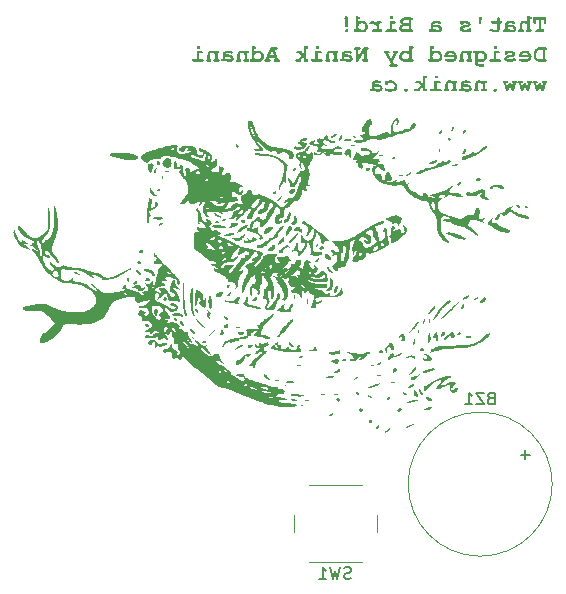
<source format=gbr>
%TF.GenerationSoftware,KiCad,Pcbnew,8.0.1*%
%TF.CreationDate,2024-04-22T22:36:18-04:00*%
%TF.ProjectId,analogBirdSAO,616e616c-6f67-4426-9972-6453414f2e6b,rev?*%
%TF.SameCoordinates,Original*%
%TF.FileFunction,Legend,Bot*%
%TF.FilePolarity,Positive*%
%FSLAX46Y46*%
G04 Gerber Fmt 4.6, Leading zero omitted, Abs format (unit mm)*
G04 Created by KiCad (PCBNEW 8.0.1) date 2024-04-22 22:36:18*
%MOMM*%
%LPD*%
G01*
G04 APERTURE LIST*
%ADD10C,0.300000*%
%ADD11C,0.150000*%
%ADD12C,0.000000*%
%ADD13C,0.120000*%
G04 APERTURE END LIST*
D10*
G36*
X113767271Y-73696032D02*
G01*
X113538293Y-73696032D01*
X113538293Y-73889839D01*
X113530411Y-73962740D01*
X113523639Y-73977766D01*
X113462995Y-74022922D01*
X113433147Y-74027592D01*
X113362380Y-74000200D01*
X113347051Y-73983995D01*
X113328493Y-73909858D01*
X113328367Y-73889839D01*
X113328367Y-73485739D01*
X114412072Y-73485739D01*
X114412072Y-73889839D01*
X114404035Y-73962740D01*
X114397418Y-73977766D01*
X114336774Y-74023297D01*
X114306926Y-74027592D01*
X114235971Y-74000200D01*
X114220830Y-73983995D01*
X114201997Y-73909227D01*
X114201779Y-73889839D01*
X114201779Y-73696032D01*
X113977198Y-73696032D01*
X113977198Y-74495073D01*
X114113852Y-74495073D01*
X114187834Y-74502183D01*
X114201779Y-74509727D01*
X114247963Y-74570371D01*
X114252337Y-74600219D01*
X114224623Y-74669879D01*
X114208374Y-74684117D01*
X114135014Y-74704535D01*
X114113852Y-74705000D01*
X113628785Y-74705000D01*
X113554545Y-74696190D01*
X113540491Y-74690345D01*
X113494307Y-74629900D01*
X113489933Y-74600219D01*
X113517822Y-74529265D01*
X113534263Y-74514124D01*
X113609276Y-74495290D01*
X113628785Y-74495073D01*
X113767271Y-74495073D01*
X113767271Y-73696032D01*
G37*
G36*
X112831943Y-73401842D02*
G01*
X113075575Y-73401842D01*
X113148940Y-73409879D01*
X113163503Y-73416496D01*
X113209687Y-73477140D01*
X113214061Y-73506988D01*
X113187221Y-73577549D01*
X113171929Y-73593084D01*
X113098823Y-73611448D01*
X113075575Y-73611769D01*
X113041870Y-73611769D01*
X113041870Y-74496905D01*
X113054326Y-74496905D01*
X113128206Y-74504787D01*
X113142620Y-74511559D01*
X113188804Y-74571413D01*
X113193178Y-74600952D01*
X113165290Y-74670976D01*
X113148848Y-74686315D01*
X113076245Y-74704543D01*
X113054326Y-74705000D01*
X112819120Y-74705000D01*
X112744004Y-74697117D01*
X112728995Y-74690345D01*
X112682811Y-74629956D01*
X112678436Y-74600952D01*
X112706325Y-74530682D01*
X112722766Y-74515589D01*
X112794527Y-74497225D01*
X112819120Y-74496905D01*
X112831943Y-74496905D01*
X112831943Y-74116618D01*
X112771488Y-74061325D01*
X112706405Y-74012524D01*
X112633333Y-73983079D01*
X112567062Y-73977400D01*
X112490142Y-73985068D01*
X112426378Y-74016967D01*
X112386160Y-74082824D01*
X112382414Y-74141531D01*
X112382414Y-74496905D01*
X112394870Y-74496905D01*
X112468609Y-74504103D01*
X112485362Y-74511559D01*
X112531251Y-74571725D01*
X112535554Y-74600952D01*
X112507987Y-74671181D01*
X112491591Y-74686315D01*
X112416911Y-74704543D01*
X112394870Y-74705000D01*
X112159665Y-74705000D01*
X112086249Y-74697117D01*
X112071737Y-74690345D01*
X112025553Y-74630331D01*
X112021179Y-74600952D01*
X112048019Y-74530682D01*
X112063311Y-74515589D01*
X112135805Y-74497225D01*
X112159665Y-74496905D01*
X112172487Y-74496905D01*
X112172487Y-74114420D01*
X112179329Y-74039645D01*
X112206185Y-73956590D01*
X112251759Y-73886584D01*
X112314315Y-73831212D01*
X112392117Y-73792060D01*
X112464170Y-73773480D01*
X112543981Y-73767107D01*
X112623184Y-73775035D01*
X112697304Y-73798935D01*
X112766753Y-73838977D01*
X112824013Y-73887392D01*
X112831943Y-73895334D01*
X112831943Y-73401842D01*
G37*
G36*
X111444340Y-73770848D02*
G01*
X111527198Y-73781259D01*
X111599547Y-73794566D01*
X111679682Y-73814128D01*
X111730652Y-73830122D01*
X111786164Y-73878258D01*
X111793667Y-73918415D01*
X111767539Y-73989041D01*
X111696171Y-74020876D01*
X111690718Y-74020997D01*
X111616376Y-74011698D01*
X111606454Y-74009640D01*
X111529354Y-73993523D01*
X111452361Y-73982362D01*
X111375971Y-73977513D01*
X111362822Y-73977400D01*
X111285169Y-73981583D01*
X111209088Y-74002749D01*
X111167730Y-74064850D01*
X111167550Y-74070823D01*
X111167550Y-74116618D01*
X111242840Y-74105196D01*
X111316490Y-74097767D01*
X111385903Y-74095369D01*
X111470517Y-74099375D01*
X111548729Y-74111313D01*
X111620364Y-74131066D01*
X111697395Y-74164921D01*
X111764397Y-74209657D01*
X111812351Y-74255104D01*
X111857230Y-74317612D01*
X111885566Y-74385477D01*
X111894417Y-74446713D01*
X111877326Y-74529851D01*
X111829560Y-74603475D01*
X111770117Y-74654654D01*
X111696068Y-74694096D01*
X111610457Y-74719471D01*
X111535690Y-74728075D01*
X111516329Y-74728447D01*
X111435261Y-74724305D01*
X111355584Y-74712139D01*
X111278793Y-74692340D01*
X111206384Y-74665300D01*
X111167550Y-74646748D01*
X111167550Y-74695108D01*
X110922086Y-74695108D01*
X110847537Y-74687071D01*
X110833792Y-74680453D01*
X110787608Y-74619809D01*
X110783234Y-74589961D01*
X110810074Y-74519182D01*
X110825366Y-74504232D01*
X110898080Y-74486233D01*
X110922086Y-74485914D01*
X110955425Y-74485914D01*
X110955425Y-74414106D01*
X111165718Y-74414106D01*
X111230822Y-74449591D01*
X111307014Y-74481710D01*
X111383068Y-74503837D01*
X111458570Y-74515971D01*
X111511933Y-74518520D01*
X111589079Y-74509073D01*
X111656303Y-74473694D01*
X111671667Y-74438653D01*
X111637142Y-74369320D01*
X111569078Y-74324551D01*
X111489424Y-74298432D01*
X111412080Y-74289018D01*
X111398726Y-74288810D01*
X111322845Y-74291592D01*
X111242547Y-74299643D01*
X111165718Y-74311158D01*
X111165718Y-74414106D01*
X110955425Y-74414106D01*
X110955425Y-74068991D01*
X110966627Y-73987076D01*
X110999421Y-73916505D01*
X111052591Y-73858317D01*
X111124922Y-73813552D01*
X111195766Y-73788104D01*
X111277472Y-73772445D01*
X111369417Y-73767107D01*
X111444340Y-73770848D01*
G37*
G36*
X110274354Y-74000847D02*
G01*
X109894068Y-74000847D01*
X109820188Y-73992810D01*
X109805774Y-73986193D01*
X109759886Y-73925549D01*
X109755582Y-73895701D01*
X109782423Y-73824747D01*
X109797714Y-73809605D01*
X109870222Y-73790899D01*
X109894068Y-73790554D01*
X110274354Y-73790554D01*
X110274354Y-73602609D01*
X110280594Y-73529185D01*
X110289009Y-73512850D01*
X110349454Y-73466666D01*
X110379134Y-73462292D01*
X110449215Y-73489132D01*
X110463398Y-73504424D01*
X110483798Y-73574826D01*
X110484281Y-73602609D01*
X110484281Y-73790554D01*
X110557920Y-73790554D01*
X110631903Y-73797819D01*
X110645847Y-73805575D01*
X110692031Y-73866020D01*
X110696406Y-73895701D01*
X110669565Y-73965360D01*
X110654274Y-73979598D01*
X110580435Y-74000495D01*
X110557920Y-74000847D01*
X110484281Y-74000847D01*
X110484281Y-74440851D01*
X110473585Y-74518650D01*
X110442396Y-74585803D01*
X110392066Y-74641270D01*
X110323943Y-74684011D01*
X110239378Y-74712987D01*
X110160795Y-74725557D01*
X110095935Y-74728447D01*
X110017243Y-74723583D01*
X109942635Y-74712375D01*
X109866375Y-74695617D01*
X109793157Y-74674207D01*
X109717847Y-74644549D01*
X109649480Y-74606347D01*
X109613004Y-74540495D01*
X109612700Y-74531343D01*
X109638473Y-74460884D01*
X109708165Y-74426699D01*
X109713450Y-74426563D01*
X109783785Y-74447235D01*
X109787090Y-74448911D01*
X109859217Y-74479726D01*
X109934093Y-74501438D01*
X110012129Y-74514290D01*
X110093736Y-74518520D01*
X110168076Y-74513544D01*
X110239845Y-74491402D01*
X110257501Y-74477854D01*
X110274341Y-74405964D01*
X110274354Y-74402016D01*
X110274354Y-74000847D01*
G37*
G36*
X108969364Y-73438845D02*
G01*
X108897923Y-73974469D01*
X108864276Y-74041655D01*
X108832711Y-74048108D01*
X108772537Y-74003757D01*
X108765666Y-73972637D01*
X108700453Y-73438845D01*
X108969364Y-73438845D01*
G37*
G36*
X107347103Y-74054703D02*
G01*
X107295589Y-74108108D01*
X107248551Y-74117718D01*
X107177669Y-74091870D01*
X107162090Y-74077051D01*
X107143725Y-74005875D01*
X107143405Y-73983262D01*
X107143405Y-73905959D01*
X107152759Y-73830896D01*
X107203018Y-73773286D01*
X107241957Y-73767107D01*
X107302925Y-73808235D01*
X107309368Y-73822062D01*
X107379622Y-73794858D01*
X107453625Y-73777152D01*
X107533041Y-73768358D01*
X107580111Y-73767107D01*
X107671071Y-73772578D01*
X107754054Y-73788413D01*
X107827781Y-73813745D01*
X107904973Y-73857444D01*
X107963204Y-73912933D01*
X107999975Y-73978518D01*
X108012787Y-74052505D01*
X107999420Y-74134780D01*
X107958092Y-74201430D01*
X107886964Y-74253599D01*
X107803597Y-74286838D01*
X107720368Y-74307207D01*
X107647941Y-74319076D01*
X107594766Y-74325446D01*
X107521836Y-74333918D01*
X107448549Y-74345897D01*
X107401692Y-74359884D01*
X107339545Y-74403572D01*
X107330251Y-74430959D01*
X107386810Y-74486048D01*
X107459485Y-74507657D01*
X107538947Y-74517476D01*
X107576081Y-74518520D01*
X107656275Y-74513574D01*
X107735026Y-74496186D01*
X107807888Y-74462183D01*
X107838398Y-74439385D01*
X107875490Y-74374425D01*
X107945743Y-74349626D01*
X108016756Y-74375789D01*
X108031838Y-74392491D01*
X108052515Y-74466948D01*
X108052721Y-74485914D01*
X108052721Y-74554424D01*
X108044839Y-74627788D01*
X108038066Y-74642351D01*
X107979671Y-74687972D01*
X107945743Y-74692909D01*
X107878332Y-74667630D01*
X107802294Y-74696763D01*
X107726616Y-74714870D01*
X107644326Y-74725468D01*
X107567655Y-74728447D01*
X107493458Y-74725246D01*
X107401652Y-74711491D01*
X107319308Y-74687734D01*
X107247869Y-74654895D01*
X107176103Y-74602473D01*
X107126448Y-74539090D01*
X107101721Y-74466540D01*
X107099441Y-74435355D01*
X107112020Y-74358424D01*
X107148258Y-74288801D01*
X107205905Y-74230839D01*
X107246353Y-74205279D01*
X107320883Y-74173385D01*
X107391727Y-74154310D01*
X107469607Y-74139610D01*
X107550802Y-74127976D01*
X107630944Y-74116882D01*
X107703340Y-74104482D01*
X107727390Y-74097201D01*
X107781978Y-74048475D01*
X107725135Y-74001724D01*
X107651529Y-73983353D01*
X107573883Y-73977400D01*
X107496432Y-73982890D01*
X107422287Y-74002206D01*
X107357728Y-74036385D01*
X107347103Y-74054703D01*
G37*
G36*
X105150202Y-73770848D02*
G01*
X105233060Y-73781259D01*
X105305408Y-73794566D01*
X105385544Y-73814128D01*
X105436514Y-73830122D01*
X105492026Y-73878258D01*
X105499528Y-73918415D01*
X105473401Y-73989041D01*
X105402033Y-74020876D01*
X105396580Y-74020997D01*
X105322237Y-74011698D01*
X105312316Y-74009640D01*
X105235215Y-73993523D01*
X105158223Y-73982362D01*
X105081833Y-73977513D01*
X105068684Y-73977400D01*
X104991031Y-73981583D01*
X104914950Y-74002749D01*
X104873592Y-74064850D01*
X104873412Y-74070823D01*
X104873412Y-74116618D01*
X104948702Y-74105196D01*
X105022352Y-74097767D01*
X105091765Y-74095369D01*
X105176379Y-74099375D01*
X105254591Y-74111313D01*
X105326226Y-74131066D01*
X105403257Y-74164921D01*
X105470259Y-74209657D01*
X105518213Y-74255104D01*
X105563092Y-74317612D01*
X105591428Y-74385477D01*
X105600279Y-74446713D01*
X105583188Y-74529851D01*
X105535421Y-74603475D01*
X105475978Y-74654654D01*
X105401930Y-74694096D01*
X105316319Y-74719471D01*
X105241552Y-74728075D01*
X105222191Y-74728447D01*
X105141123Y-74724305D01*
X105061446Y-74712139D01*
X104984655Y-74692340D01*
X104912246Y-74665300D01*
X104873412Y-74646748D01*
X104873412Y-74695108D01*
X104627948Y-74695108D01*
X104553398Y-74687071D01*
X104539654Y-74680453D01*
X104493470Y-74619809D01*
X104489096Y-74589961D01*
X104515936Y-74519182D01*
X104531228Y-74504232D01*
X104603942Y-74486233D01*
X104627948Y-74485914D01*
X104661287Y-74485914D01*
X104661287Y-74414106D01*
X104871580Y-74414106D01*
X104936684Y-74449591D01*
X105012876Y-74481710D01*
X105088930Y-74503837D01*
X105164432Y-74515971D01*
X105217794Y-74518520D01*
X105294941Y-74509073D01*
X105362165Y-74473694D01*
X105377529Y-74438653D01*
X105343004Y-74369320D01*
X105274940Y-74324551D01*
X105195286Y-74298432D01*
X105117942Y-74289018D01*
X105104588Y-74288810D01*
X105028706Y-74291592D01*
X104948409Y-74299643D01*
X104871580Y-74311158D01*
X104871580Y-74414106D01*
X104661287Y-74414106D01*
X104661287Y-74068991D01*
X104672489Y-73987076D01*
X104705282Y-73916505D01*
X104758453Y-73858317D01*
X104830784Y-73813552D01*
X104901628Y-73788104D01*
X104983333Y-73772445D01*
X105075279Y-73767107D01*
X105150202Y-73770848D01*
G37*
G36*
X103078319Y-73493004D02*
G01*
X103092882Y-73500760D01*
X103138753Y-73561205D01*
X103143440Y-73590886D01*
X103115726Y-73661594D01*
X103099476Y-73676981D01*
X103027462Y-73695688D01*
X103004954Y-73696032D01*
X102973447Y-73696032D01*
X102973447Y-74495073D01*
X103004954Y-74495073D01*
X103078319Y-74502183D01*
X103092882Y-74509727D01*
X103139066Y-74570371D01*
X103143440Y-74600219D01*
X103115726Y-74669879D01*
X103099476Y-74684117D01*
X103026130Y-74704535D01*
X103004954Y-74705000D01*
X102385432Y-74705000D01*
X102296432Y-74698838D01*
X102216109Y-74680848D01*
X102145446Y-74651773D01*
X102072199Y-74600972D01*
X102017502Y-74535461D01*
X101983276Y-74456691D01*
X101973116Y-74378935D01*
X102181734Y-74378935D01*
X102211757Y-74449653D01*
X102282753Y-74483707D01*
X102357398Y-74494049D01*
X102395690Y-74495073D01*
X102763154Y-74495073D01*
X102763154Y-74189159D01*
X102479954Y-74189159D01*
X102403118Y-74193711D01*
X102331449Y-74209453D01*
X102271859Y-74236786D01*
X102215868Y-74287716D01*
X102184274Y-74354498D01*
X102181734Y-74378935D01*
X101973116Y-74378935D01*
X101971441Y-74366113D01*
X101981784Y-74282260D01*
X102013169Y-74208394D01*
X102066123Y-74143455D01*
X102129082Y-74094097D01*
X102194190Y-74056901D01*
X102134576Y-74003790D01*
X102089539Y-73942661D01*
X102064905Y-73868095D01*
X102061933Y-73826458D01*
X102062193Y-73824626D01*
X102271859Y-73824626D01*
X102295075Y-73894678D01*
X102359864Y-73946168D01*
X102434334Y-73970628D01*
X102512074Y-73979050D01*
X102526116Y-73979232D01*
X102763154Y-73979232D01*
X102763154Y-73696032D01*
X102483984Y-73696032D01*
X102404999Y-73702761D01*
X102335362Y-73726084D01*
X102280102Y-73782829D01*
X102271859Y-73824626D01*
X102062193Y-73824626D01*
X102074279Y-73739550D01*
X102109613Y-73661717D01*
X102165377Y-73595276D01*
X102239015Y-73542540D01*
X102309074Y-73511774D01*
X102387625Y-73492445D01*
X102473360Y-73485739D01*
X103004954Y-73485739D01*
X103078319Y-73493004D01*
G37*
G36*
X101176796Y-73790554D02*
G01*
X101550854Y-73790554D01*
X101624610Y-73797090D01*
X101640980Y-73805575D01*
X101687164Y-73866020D01*
X101691538Y-73895701D01*
X101663650Y-73965607D01*
X101647208Y-73979598D01*
X101573505Y-74000495D01*
X101550854Y-74000847D01*
X101386723Y-74000847D01*
X101386723Y-74495073D01*
X101643178Y-74495073D01*
X101717315Y-74502183D01*
X101731472Y-74509727D01*
X101777298Y-74570371D01*
X101781664Y-74600219D01*
X101753950Y-74670125D01*
X101737700Y-74684117D01*
X101664477Y-74704535D01*
X101643178Y-74705000D01*
X100920708Y-74705000D01*
X100846468Y-74696190D01*
X100832414Y-74690345D01*
X100786230Y-74629525D01*
X100781856Y-74600219D01*
X100809744Y-74529265D01*
X100826186Y-74514124D01*
X100901199Y-74495290D01*
X100920708Y-74495073D01*
X101176796Y-74495073D01*
X101176796Y-73790554D01*
G37*
G36*
X101206106Y-73391950D02*
G01*
X101454134Y-73391950D01*
X101454134Y-73612501D01*
X101206106Y-73612501D01*
X101206106Y-73391950D01*
G37*
G36*
X100069277Y-73790554D02*
G01*
X100352843Y-73790554D01*
X100426929Y-73800446D01*
X100441137Y-73807407D01*
X100487025Y-73866436D01*
X100491329Y-73895701D01*
X100463615Y-73965607D01*
X100447365Y-73979598D01*
X100375351Y-74000495D01*
X100352843Y-74000847D01*
X100279204Y-74000847D01*
X100279204Y-74495073D01*
X100401203Y-74495073D01*
X100475186Y-74502183D01*
X100489131Y-74509727D01*
X100535315Y-74570371D01*
X100539689Y-74600219D01*
X100512849Y-74669879D01*
X100497557Y-74684117D01*
X100426316Y-74704328D01*
X100401203Y-74705000D01*
X99777285Y-74705000D01*
X99703426Y-74696843D01*
X99687159Y-74690345D01*
X99640975Y-74629900D01*
X99636601Y-74600219D01*
X99664315Y-74529265D01*
X99680565Y-74514124D01*
X99752690Y-74495417D01*
X99777285Y-74495073D01*
X100069277Y-74495073D01*
X100069277Y-74188426D01*
X99999808Y-74133181D01*
X99940317Y-74087601D01*
X99878074Y-74043137D01*
X99809173Y-74001763D01*
X99735444Y-73978003D01*
X99722697Y-73977400D01*
X99652001Y-74005625D01*
X99640631Y-74015136D01*
X99574655Y-74051712D01*
X99558932Y-74052871D01*
X99488743Y-74024917D01*
X99454342Y-73956754D01*
X99453785Y-73945893D01*
X99482074Y-73875260D01*
X99512770Y-73846974D01*
X99574427Y-73804262D01*
X99644785Y-73776232D01*
X99718667Y-73767107D01*
X99793079Y-73774686D01*
X99869380Y-73800812D01*
X99934106Y-73835637D01*
X99996495Y-73876358D01*
X100069277Y-73929040D01*
X100069277Y-73790554D01*
G37*
G36*
X98596836Y-73411150D02*
G01*
X98610781Y-73418695D01*
X98656965Y-73478522D01*
X98661339Y-73506988D01*
X98634499Y-73577755D01*
X98619207Y-73593084D01*
X98546102Y-73611448D01*
X98522854Y-73611769D01*
X98489148Y-73611769D01*
X98489148Y-73872254D01*
X98549747Y-73830745D01*
X98623570Y-73796249D01*
X98703910Y-73775195D01*
X98780904Y-73767503D01*
X98804221Y-73767107D01*
X98889599Y-73771807D01*
X98966992Y-73786002D01*
X99037228Y-73809838D01*
X99111224Y-73850025D01*
X99177913Y-73903761D01*
X99227387Y-73958192D01*
X99272508Y-74028108D01*
X99303844Y-74104231D01*
X99321163Y-74185823D01*
X99324825Y-74247044D01*
X99319556Y-74320921D01*
X99300220Y-74401994D01*
X99266901Y-74477296D01*
X99219829Y-74546549D01*
X99177913Y-74592159D01*
X99121180Y-74639020D01*
X99048419Y-74681030D01*
X98979556Y-74706385D01*
X98903903Y-74722090D01*
X98820706Y-74728318D01*
X98806053Y-74728447D01*
X98730086Y-74724332D01*
X98652292Y-74708387D01*
X98577676Y-74678540D01*
X98509701Y-74639454D01*
X98489148Y-74625865D01*
X98489148Y-74699138D01*
X98245516Y-74699138D01*
X98171327Y-74691255D01*
X98157222Y-74684483D01*
X98111334Y-74624038D01*
X98107030Y-74594357D01*
X98133549Y-74523403D01*
X98148796Y-74508262D01*
X98221510Y-74490263D01*
X98245516Y-74489944D01*
X98279221Y-74489944D01*
X98279221Y-74251074D01*
X98489148Y-74251074D01*
X98501184Y-74325076D01*
X98535980Y-74395485D01*
X98570847Y-74436821D01*
X98630309Y-74480283D01*
X98700155Y-74507257D01*
X98774446Y-74517822D01*
X98802023Y-74518520D01*
X98880451Y-74512203D01*
X98954014Y-74490085D01*
X99021989Y-74446855D01*
X99033199Y-74436821D01*
X99078791Y-74377479D01*
X99108082Y-74304756D01*
X99114898Y-74247044D01*
X99102862Y-74171381D01*
X99068067Y-74100470D01*
X99033199Y-74059099D01*
X98974247Y-74014825D01*
X98905394Y-73988181D01*
X98831744Y-73978054D01*
X98804221Y-73977400D01*
X98723829Y-73983404D01*
X98650478Y-74005048D01*
X98588236Y-74043878D01*
X98570847Y-74059099D01*
X98525255Y-74117043D01*
X98495965Y-74190647D01*
X98489148Y-74251074D01*
X98279221Y-74251074D01*
X98279221Y-73404040D01*
X98522854Y-73404040D01*
X98596836Y-73411150D01*
G37*
G36*
X97339497Y-73594549D02*
G01*
X97335101Y-73525307D01*
X97351027Y-73450725D01*
X97400995Y-73389422D01*
X97476764Y-73358991D01*
X97503262Y-73357145D01*
X97578995Y-73373072D01*
X97640855Y-73423040D01*
X97669993Y-73490312D01*
X97673255Y-73525307D01*
X97669225Y-73594549D01*
X97608408Y-74218468D01*
X97578796Y-74289820D01*
X97508734Y-74320933D01*
X97503262Y-74321050D01*
X97432141Y-74294076D01*
X97400990Y-74224467D01*
X97400314Y-74218468D01*
X97339497Y-73594549D01*
G37*
G36*
X97486409Y-74728447D02*
G01*
X97414073Y-74708674D01*
X97361377Y-74650517D01*
X97347923Y-74589961D01*
X97367697Y-74517625D01*
X97425853Y-74464929D01*
X97486409Y-74451475D01*
X97522313Y-74451475D01*
X97595250Y-74471760D01*
X97649119Y-74530363D01*
X97662997Y-74589961D01*
X97642623Y-74661484D01*
X97583293Y-74714680D01*
X97522313Y-74728447D01*
X97486409Y-74728447D01*
G37*
G36*
X114406495Y-76012275D02*
G01*
X114422330Y-76020760D01*
X114468514Y-76081205D01*
X114472889Y-76110886D01*
X114447241Y-76181648D01*
X114380461Y-76213299D01*
X114344661Y-76216032D01*
X114344661Y-77015073D01*
X114420331Y-77030567D01*
X114469411Y-77090825D01*
X114472889Y-77120219D01*
X114445175Y-77189879D01*
X114428925Y-77204117D01*
X114358136Y-77224328D01*
X114332205Y-77225000D01*
X113903558Y-77225000D01*
X113822040Y-77221434D01*
X113748024Y-77210536D01*
X113668032Y-77187356D01*
X113596425Y-77152660D01*
X113531884Y-77105928D01*
X113492131Y-77067829D01*
X113442658Y-77008180D01*
X113403144Y-76942719D01*
X113373734Y-76871666D01*
X113354573Y-76795237D01*
X113345807Y-76713650D01*
X113345219Y-76685345D01*
X113345219Y-76679117D01*
X113555146Y-76679117D01*
X113560304Y-76753157D01*
X113578814Y-76824337D01*
X113615909Y-76892397D01*
X113641242Y-76923482D01*
X113698395Y-76970205D01*
X113772707Y-77001608D01*
X113846608Y-77013184D01*
X113901727Y-77015073D01*
X114134734Y-77015073D01*
X114134734Y-76216032D01*
X113903558Y-76216032D01*
X113825918Y-76222381D01*
X113750863Y-76245194D01*
X113686985Y-76285400D01*
X113649668Y-76322278D01*
X113604934Y-76386806D01*
X113573948Y-76459213D01*
X113557590Y-76537641D01*
X113555146Y-76583129D01*
X113555146Y-76679117D01*
X113345219Y-76679117D01*
X113345219Y-76587526D01*
X113351286Y-76497404D01*
X113368947Y-76412075D01*
X113397391Y-76332427D01*
X113435811Y-76259350D01*
X113483395Y-76193732D01*
X113539335Y-76136464D01*
X113602820Y-76088435D01*
X113673041Y-76050533D01*
X113749189Y-76023648D01*
X113830453Y-76008671D01*
X113887072Y-76005739D01*
X114332205Y-76005739D01*
X114406495Y-76012275D01*
G37*
G36*
X112714302Y-76292633D02*
G01*
X112793951Y-76308712D01*
X112868213Y-76334592D01*
X112936279Y-76369526D01*
X112997339Y-76412762D01*
X113050583Y-76463552D01*
X113108019Y-76541724D01*
X113148202Y-76630212D01*
X113165862Y-76702280D01*
X113171929Y-76778401D01*
X113166001Y-76852051D01*
X113140446Y-76943602D01*
X113096145Y-77026110D01*
X113034651Y-77098000D01*
X112957519Y-77157695D01*
X112890342Y-77193517D01*
X112815898Y-77220928D01*
X112734844Y-77239264D01*
X112647833Y-77247861D01*
X112617620Y-77248447D01*
X112543654Y-77245812D01*
X112464370Y-77238420D01*
X112384002Y-77227044D01*
X112306786Y-77212454D01*
X112224249Y-77191792D01*
X112159665Y-77168946D01*
X112099983Y-77122759D01*
X112086392Y-77074424D01*
X112115472Y-77003670D01*
X112187142Y-76975505D01*
X112256385Y-76985031D01*
X112337313Y-77003823D01*
X112413221Y-77019986D01*
X112490393Y-77032672D01*
X112564121Y-77038100D01*
X112598569Y-77038520D01*
X112679940Y-77034574D01*
X112763677Y-77019261D01*
X112832624Y-76992133D01*
X112894912Y-76945166D01*
X112938266Y-76881263D01*
X112942951Y-76870725D01*
X112086392Y-76870725D01*
X112086392Y-76788660D01*
X112092355Y-76709407D01*
X112097888Y-76685711D01*
X112319399Y-76685711D01*
X112936723Y-76685711D01*
X112903453Y-76617423D01*
X112847633Y-76562257D01*
X112773221Y-76522606D01*
X112697642Y-76502782D01*
X112628244Y-76497400D01*
X112545628Y-76504920D01*
X112471952Y-76526651D01*
X112400254Y-76568300D01*
X112347263Y-76625615D01*
X112319399Y-76685711D01*
X112097888Y-76685711D01*
X112109754Y-76634898D01*
X112137855Y-76565799D01*
X112175921Y-76502775D01*
X112223216Y-76446495D01*
X112279007Y-76397623D01*
X112342557Y-76356827D01*
X112413131Y-76324774D01*
X112489994Y-76302129D01*
X112572410Y-76289560D01*
X112630076Y-76287107D01*
X112714302Y-76292633D01*
G37*
G36*
X111123586Y-76574703D02*
G01*
X111072072Y-76628108D01*
X111025034Y-76637718D01*
X110954152Y-76611870D01*
X110938572Y-76597051D01*
X110920208Y-76525875D01*
X110919888Y-76503262D01*
X110919888Y-76425959D01*
X110929241Y-76350896D01*
X110979501Y-76293286D01*
X111018440Y-76287107D01*
X111079408Y-76328235D01*
X111085851Y-76342062D01*
X111156105Y-76314858D01*
X111230108Y-76297152D01*
X111309524Y-76288358D01*
X111356594Y-76287107D01*
X111447554Y-76292578D01*
X111530537Y-76308413D01*
X111604263Y-76333745D01*
X111681456Y-76377444D01*
X111739687Y-76432933D01*
X111776458Y-76498518D01*
X111789270Y-76572505D01*
X111775903Y-76654780D01*
X111734575Y-76721430D01*
X111663446Y-76773599D01*
X111580080Y-76806838D01*
X111496850Y-76827207D01*
X111424424Y-76839076D01*
X111371249Y-76845446D01*
X111298319Y-76853918D01*
X111225032Y-76865897D01*
X111178175Y-76879884D01*
X111116028Y-76923572D01*
X111106734Y-76950959D01*
X111163293Y-77006048D01*
X111235968Y-77027657D01*
X111315430Y-77037476D01*
X111352564Y-77038520D01*
X111432758Y-77033574D01*
X111511509Y-77016186D01*
X111584370Y-76982183D01*
X111614881Y-76959385D01*
X111651973Y-76894425D01*
X111722226Y-76869626D01*
X111793239Y-76895789D01*
X111808321Y-76912491D01*
X111828998Y-76986948D01*
X111829204Y-77005914D01*
X111829204Y-77074424D01*
X111821321Y-77147788D01*
X111814549Y-77162351D01*
X111756154Y-77207972D01*
X111722226Y-77212909D01*
X111654815Y-77187630D01*
X111578777Y-77216763D01*
X111503099Y-77234870D01*
X111420809Y-77245468D01*
X111344138Y-77248447D01*
X111269941Y-77245246D01*
X111178134Y-77231491D01*
X111095790Y-77207734D01*
X111024352Y-77174895D01*
X110952586Y-77122473D01*
X110902931Y-77059090D01*
X110878204Y-76986540D01*
X110875924Y-76955355D01*
X110888503Y-76878424D01*
X110924741Y-76808801D01*
X110982388Y-76750839D01*
X111022836Y-76725279D01*
X111097366Y-76693385D01*
X111168210Y-76674310D01*
X111246089Y-76659610D01*
X111327285Y-76647976D01*
X111407427Y-76636882D01*
X111479823Y-76624482D01*
X111503872Y-76617201D01*
X111558461Y-76568475D01*
X111501618Y-76521724D01*
X111428012Y-76503353D01*
X111350366Y-76497400D01*
X111272915Y-76502890D01*
X111198770Y-76522206D01*
X111134211Y-76556385D01*
X111123586Y-76574703D01*
G37*
G36*
X109988590Y-76310554D02*
G01*
X110362648Y-76310554D01*
X110436403Y-76317090D01*
X110452773Y-76325575D01*
X110498958Y-76386020D01*
X110503332Y-76415701D01*
X110475443Y-76485607D01*
X110459002Y-76499598D01*
X110385298Y-76520495D01*
X110362648Y-76520847D01*
X110198517Y-76520847D01*
X110198517Y-77015073D01*
X110454972Y-77015073D01*
X110529109Y-77022183D01*
X110543265Y-77029727D01*
X110589091Y-77090371D01*
X110593457Y-77120219D01*
X110565743Y-77190125D01*
X110549494Y-77204117D01*
X110476270Y-77224535D01*
X110454972Y-77225000D01*
X109732501Y-77225000D01*
X109658261Y-77216190D01*
X109644207Y-77210345D01*
X109598023Y-77149525D01*
X109593649Y-77120219D01*
X109621538Y-77049265D01*
X109637979Y-77034124D01*
X109712992Y-77015290D01*
X109732501Y-77015073D01*
X109988590Y-77015073D01*
X109988590Y-76310554D01*
G37*
G36*
X110017899Y-75911950D02*
G01*
X110265928Y-75911950D01*
X110265928Y-76132501D01*
X110017899Y-76132501D01*
X110017899Y-75911950D01*
G37*
G36*
X108977085Y-76292529D02*
G01*
X109050119Y-76308303D01*
X109139563Y-76344166D01*
X109218371Y-76395375D01*
X109284829Y-76460183D01*
X109337225Y-76536842D01*
X109373844Y-76623607D01*
X109392974Y-76718728D01*
X109395446Y-76768876D01*
X109389925Y-76843015D01*
X109366262Y-76935685D01*
X109325538Y-77019676D01*
X109269466Y-77093227D01*
X109199760Y-77154580D01*
X109118132Y-77201972D01*
X109026296Y-77233644D01*
X108951750Y-77246023D01*
X108899755Y-77248447D01*
X108821044Y-77242465D01*
X108747073Y-77223946D01*
X108675437Y-77192032D01*
X108612782Y-77152445D01*
X108603733Y-77145865D01*
X108603733Y-77260903D01*
X108617741Y-77334033D01*
X108664166Y-77395111D01*
X108738493Y-77430123D01*
X108801203Y-77437124D01*
X109030181Y-77437124D01*
X109104318Y-77444234D01*
X109118475Y-77451779D01*
X109164363Y-77512423D01*
X109168667Y-77542271D01*
X109140953Y-77612177D01*
X109124703Y-77626168D01*
X109052689Y-77646722D01*
X109030181Y-77647051D01*
X108794975Y-77647051D01*
X108711996Y-77639505D01*
X108635692Y-77617731D01*
X108567418Y-77583025D01*
X108508524Y-77536684D01*
X108460364Y-77480005D01*
X108424289Y-77414284D01*
X108401652Y-77340818D01*
X108393806Y-77260903D01*
X108393806Y-76771074D01*
X108603733Y-76771074D01*
X108616991Y-76850309D01*
X108654004Y-76920257D01*
X108710626Y-76977192D01*
X108782713Y-77017391D01*
X108866123Y-77037131D01*
X108895725Y-77038520D01*
X108981785Y-77026402D01*
X109057614Y-76992423D01*
X109119243Y-76940148D01*
X109162702Y-76873141D01*
X109184020Y-76794967D01*
X109185519Y-76767044D01*
X109172464Y-76686790D01*
X109135944Y-76616200D01*
X109079931Y-76558912D01*
X109008394Y-76518563D01*
X108925303Y-76498790D01*
X108895725Y-76497400D01*
X108821917Y-76505893D01*
X108743205Y-76536557D01*
X108678711Y-76586270D01*
X108632100Y-76651556D01*
X108607038Y-76728936D01*
X108603733Y-76771074D01*
X108393806Y-76771074D01*
X108393806Y-76525976D01*
X108360101Y-76525976D01*
X108285912Y-76518248D01*
X108271807Y-76511688D01*
X108225919Y-76451403D01*
X108221615Y-76421563D01*
X108248455Y-76350796D01*
X108263747Y-76335467D01*
X108336119Y-76317103D01*
X108360101Y-76316782D01*
X108603733Y-76316782D01*
X108603733Y-76392254D01*
X108668688Y-76346613D01*
X108740066Y-76313714D01*
X108817283Y-76293799D01*
X108899755Y-76287107D01*
X108977085Y-76292529D01*
G37*
G36*
X107796632Y-76310554D02*
G01*
X107994103Y-76310554D01*
X108038066Y-76314951D01*
X108106036Y-76343157D01*
X108134787Y-76415334D01*
X108109020Y-76485085D01*
X108042236Y-76516649D01*
X108006559Y-76520115D01*
X108006559Y-77015806D01*
X108019016Y-77015806D01*
X108092895Y-77023688D01*
X108107309Y-77030460D01*
X108153493Y-77090746D01*
X108157868Y-77120586D01*
X108131027Y-77189883D01*
X108115736Y-77204117D01*
X108044926Y-77224328D01*
X108019016Y-77225000D01*
X107783810Y-77225000D01*
X107710394Y-77217117D01*
X107695882Y-77210345D01*
X107649698Y-77149820D01*
X107645324Y-77120586D01*
X107673038Y-77049778D01*
X107689288Y-77034490D01*
X107764421Y-77016007D01*
X107783810Y-77015806D01*
X107796632Y-77015806D01*
X107796632Y-76635153D01*
X107735649Y-76577173D01*
X107672200Y-76532012D01*
X107601887Y-76504498D01*
X107533949Y-76497400D01*
X107458674Y-76504306D01*
X107390655Y-76533945D01*
X107349272Y-76603081D01*
X107344905Y-76646877D01*
X107344905Y-77016905D01*
X107421541Y-77032245D01*
X107469791Y-77091874D01*
X107473133Y-77120952D01*
X107446442Y-77191723D01*
X107373222Y-77222406D01*
X107332449Y-77225000D01*
X107145603Y-77225000D01*
X107071981Y-77217117D01*
X107057309Y-77210345D01*
X107011125Y-77150331D01*
X107006751Y-77120952D01*
X107032399Y-77050942D01*
X107099179Y-77019611D01*
X107134979Y-77016905D01*
X107134979Y-76638817D01*
X107140753Y-76563167D01*
X107161717Y-76488148D01*
X107198364Y-76424443D01*
X107251073Y-76371123D01*
X107258810Y-76365143D01*
X107328405Y-76324640D01*
X107398208Y-76300417D01*
X107473636Y-76288386D01*
X107508670Y-76287107D01*
X107588337Y-76293541D01*
X107666688Y-76318837D01*
X107733952Y-76360871D01*
X107796632Y-76415334D01*
X107796632Y-76310554D01*
G37*
G36*
X106420164Y-76292633D02*
G01*
X106499813Y-76308712D01*
X106574075Y-76334592D01*
X106642141Y-76369526D01*
X106703201Y-76412762D01*
X106756445Y-76463552D01*
X106813881Y-76541724D01*
X106854063Y-76630212D01*
X106871724Y-76702280D01*
X106877791Y-76778401D01*
X106871863Y-76852051D01*
X106846308Y-76943602D01*
X106802007Y-77026110D01*
X106740513Y-77098000D01*
X106663381Y-77157695D01*
X106596204Y-77193517D01*
X106521760Y-77220928D01*
X106440705Y-77239264D01*
X106353695Y-77247861D01*
X106323482Y-77248447D01*
X106249516Y-77245812D01*
X106170232Y-77238420D01*
X106089864Y-77227044D01*
X106012648Y-77212454D01*
X105930111Y-77191792D01*
X105865526Y-77168946D01*
X105805845Y-77122759D01*
X105792254Y-77074424D01*
X105821334Y-77003670D01*
X105893004Y-76975505D01*
X105962247Y-76985031D01*
X106043174Y-77003823D01*
X106119083Y-77019986D01*
X106196254Y-77032672D01*
X106269983Y-77038100D01*
X106304431Y-77038520D01*
X106385802Y-77034574D01*
X106469539Y-77019261D01*
X106538486Y-76992133D01*
X106600774Y-76945166D01*
X106644128Y-76881263D01*
X106648813Y-76870725D01*
X105792254Y-76870725D01*
X105792254Y-76788660D01*
X105798217Y-76709407D01*
X105803750Y-76685711D01*
X106025261Y-76685711D01*
X106642585Y-76685711D01*
X106609314Y-76617423D01*
X106553494Y-76562257D01*
X106479083Y-76522606D01*
X106403504Y-76502782D01*
X106334106Y-76497400D01*
X106251490Y-76504920D01*
X106177814Y-76526651D01*
X106106116Y-76568300D01*
X106053125Y-76625615D01*
X106025261Y-76685711D01*
X105803750Y-76685711D01*
X105815616Y-76634898D01*
X105843717Y-76565799D01*
X105881782Y-76502775D01*
X105929078Y-76446495D01*
X105984869Y-76397623D01*
X106048419Y-76356827D01*
X106118993Y-76324774D01*
X106195856Y-76302129D01*
X106278272Y-76289560D01*
X106335938Y-76287107D01*
X106420164Y-76292633D01*
G37*
G36*
X104890975Y-75931150D02*
G01*
X104904919Y-75938695D01*
X104951103Y-75998522D01*
X104955478Y-76026988D01*
X104928637Y-76097755D01*
X104913346Y-76113084D01*
X104840240Y-76131448D01*
X104816992Y-76131769D01*
X104783286Y-76131769D01*
X104783286Y-76392254D01*
X104843885Y-76350745D01*
X104917708Y-76316249D01*
X104998048Y-76295195D01*
X105075042Y-76287503D01*
X105098360Y-76287107D01*
X105183737Y-76291807D01*
X105261131Y-76306002D01*
X105331366Y-76329838D01*
X105405362Y-76370025D01*
X105472051Y-76423761D01*
X105521525Y-76478192D01*
X105566646Y-76548108D01*
X105597982Y-76624231D01*
X105615301Y-76705823D01*
X105618963Y-76767044D01*
X105613694Y-76840921D01*
X105594358Y-76921994D01*
X105561039Y-76997296D01*
X105513967Y-77066549D01*
X105472051Y-77112159D01*
X105415318Y-77159020D01*
X105342557Y-77201030D01*
X105273695Y-77226385D01*
X105198042Y-77242090D01*
X105114844Y-77248318D01*
X105100191Y-77248447D01*
X105024224Y-77244332D01*
X104946430Y-77228387D01*
X104871814Y-77198540D01*
X104803839Y-77159454D01*
X104783286Y-77145865D01*
X104783286Y-77219138D01*
X104539654Y-77219138D01*
X104465465Y-77211255D01*
X104451360Y-77204483D01*
X104405472Y-77144038D01*
X104401168Y-77114357D01*
X104427687Y-77043403D01*
X104442934Y-77028262D01*
X104515648Y-77010263D01*
X104539654Y-77009944D01*
X104573360Y-77009944D01*
X104573360Y-76771074D01*
X104783286Y-76771074D01*
X104795323Y-76845076D01*
X104830118Y-76915485D01*
X104864986Y-76956821D01*
X104924447Y-77000283D01*
X104994294Y-77027257D01*
X105068584Y-77037822D01*
X105096161Y-77038520D01*
X105174589Y-77032203D01*
X105248152Y-77010085D01*
X105316128Y-76966855D01*
X105327337Y-76956821D01*
X105372930Y-76897479D01*
X105402220Y-76824756D01*
X105409036Y-76767044D01*
X105397000Y-76691381D01*
X105362205Y-76620470D01*
X105327337Y-76579099D01*
X105268385Y-76534825D01*
X105199532Y-76508181D01*
X105125882Y-76498054D01*
X105098360Y-76497400D01*
X105017967Y-76503404D01*
X104944616Y-76525048D01*
X104882374Y-76563878D01*
X104864986Y-76579099D01*
X104819393Y-76637043D01*
X104790103Y-76710647D01*
X104783286Y-76771074D01*
X104573360Y-76771074D01*
X104573360Y-75924040D01*
X104816992Y-75924040D01*
X104890975Y-75931150D01*
G37*
G36*
X103122488Y-75931150D02*
G01*
X103137212Y-75938695D01*
X103183100Y-75999202D01*
X103187404Y-76028820D01*
X103160738Y-76099774D01*
X103145638Y-76114916D01*
X103072167Y-76133645D01*
X103048918Y-76133967D01*
X103015212Y-76133967D01*
X103015212Y-77009944D01*
X103048918Y-77009944D01*
X103122746Y-77016899D01*
X103137212Y-77024232D01*
X103183100Y-77084517D01*
X103187404Y-77114357D01*
X103160738Y-77185124D01*
X103145638Y-77200453D01*
X103070958Y-77218682D01*
X103048918Y-77219138D01*
X102805286Y-77219138D01*
X102805286Y-77145865D01*
X102736581Y-77188673D01*
X102661665Y-77222307D01*
X102584701Y-77241541D01*
X102510845Y-77248124D01*
X102488014Y-77248447D01*
X102404508Y-77243781D01*
X102328309Y-77229668D01*
X102258766Y-77205933D01*
X102185174Y-77165850D01*
X102118719Y-77112159D01*
X102069211Y-77057048D01*
X102023992Y-76987025D01*
X101992538Y-76911206D01*
X101975127Y-76829984D01*
X101971441Y-76768876D01*
X101971572Y-76767044D01*
X102181734Y-76767044D01*
X102193770Y-76844092D01*
X102228565Y-76915422D01*
X102263433Y-76956821D01*
X102322828Y-77000283D01*
X102392204Y-77027257D01*
X102465396Y-77037822D01*
X102492411Y-77038520D01*
X102574558Y-77030548D01*
X102646797Y-77007588D01*
X102718091Y-76962271D01*
X102769910Y-76899913D01*
X102799415Y-76822993D01*
X102805286Y-76764846D01*
X102793230Y-76689878D01*
X102758299Y-76620126D01*
X102723220Y-76579099D01*
X102664448Y-76534825D01*
X102595225Y-76508181D01*
X102520495Y-76498054D01*
X102492411Y-76497400D01*
X102414719Y-76503404D01*
X102342611Y-76525048D01*
X102274920Y-76568763D01*
X102263433Y-76579099D01*
X102218817Y-76637391D01*
X102188925Y-76710109D01*
X102181734Y-76767044D01*
X101971572Y-76767044D01*
X101976744Y-76694843D01*
X101996178Y-76613388D01*
X102029615Y-76537820D01*
X102076779Y-76468760D01*
X102118719Y-76423761D01*
X102175282Y-76376866D01*
X102247924Y-76334758D01*
X102316734Y-76309301D01*
X102392366Y-76293509D01*
X102475560Y-76287237D01*
X102490212Y-76287107D01*
X102569219Y-76291988D01*
X102641592Y-76306799D01*
X102717658Y-76336210D01*
X102788280Y-76379300D01*
X102805286Y-76392254D01*
X102805286Y-75924040D01*
X103048918Y-75924040D01*
X103122488Y-75931150D01*
G37*
G36*
X101403576Y-77212909D02*
G01*
X101519347Y-77437124D01*
X101729274Y-77437124D01*
X101802793Y-77445162D01*
X101817568Y-77451779D01*
X101863456Y-77512423D01*
X101867759Y-77542271D01*
X101840046Y-77612177D01*
X101823796Y-77626168D01*
X101751781Y-77646722D01*
X101729274Y-77647051D01*
X101277547Y-77647051D01*
X101203822Y-77639169D01*
X101189619Y-77632397D01*
X101143435Y-77571576D01*
X101139061Y-77542271D01*
X101165901Y-77471317D01*
X101181193Y-77456175D01*
X101254298Y-77437469D01*
X101277547Y-77437124D01*
X101288171Y-77437124D01*
X100805303Y-76519016D01*
X100731840Y-76493634D01*
X100696226Y-76426030D01*
X100695760Y-76414968D01*
X100722915Y-76344698D01*
X100740090Y-76329605D01*
X100811348Y-76310899D01*
X100834612Y-76310554D01*
X101027686Y-76310554D01*
X101072016Y-76314951D01*
X101139819Y-76343120D01*
X101168370Y-76414968D01*
X101141490Y-76484979D01*
X101071467Y-76516309D01*
X101033914Y-76519016D01*
X101285973Y-76982100D01*
X101525575Y-76519016D01*
X101451296Y-76502130D01*
X101404933Y-76443177D01*
X101401744Y-76414968D01*
X101428263Y-76344698D01*
X101443510Y-76329605D01*
X101516958Y-76310899D01*
X101540230Y-76310554D01*
X101729274Y-76310554D01*
X101771039Y-76314951D01*
X101839154Y-76343120D01*
X101867759Y-76414968D01*
X101840740Y-76485676D01*
X101770844Y-76518141D01*
X101764811Y-76519016D01*
X101403576Y-77212909D01*
G37*
G36*
X99031001Y-76401779D02*
G01*
X98486950Y-77225000D01*
X98279221Y-77225000D01*
X98279221Y-76216032D01*
X98206759Y-76202983D01*
X98155607Y-76145621D01*
X98150994Y-76110886D01*
X98178708Y-76039931D01*
X98194958Y-76024790D01*
X98269986Y-76005957D01*
X98289480Y-76005739D01*
X98562421Y-76005739D01*
X98636764Y-76013004D01*
X98650715Y-76020760D01*
X98696899Y-76081205D01*
X98701273Y-76110886D01*
X98673385Y-76181840D01*
X98656943Y-76196981D01*
X98585074Y-76215688D01*
X98562421Y-76216032D01*
X98489148Y-76216032D01*
X98489148Y-76825296D01*
X99031001Y-76005739D01*
X99272435Y-76005739D01*
X99346572Y-76013004D01*
X99360729Y-76020760D01*
X99406617Y-76081205D01*
X99410921Y-76110886D01*
X99383207Y-76181840D01*
X99366957Y-76196981D01*
X99294943Y-76215688D01*
X99272435Y-76216032D01*
X99240928Y-76216032D01*
X99240928Y-77015073D01*
X99317564Y-77030567D01*
X99365813Y-77090825D01*
X99369155Y-77120219D01*
X99341267Y-77190125D01*
X99324825Y-77204117D01*
X99250388Y-77224535D01*
X99228471Y-77225000D01*
X98957362Y-77225000D01*
X98883327Y-77216190D01*
X98869068Y-77210345D01*
X98823180Y-77149525D01*
X98818876Y-77120219D01*
X98844661Y-77049265D01*
X98860642Y-77034124D01*
X98933379Y-77015417D01*
X98957362Y-77015073D01*
X99031001Y-77015073D01*
X99031001Y-76401779D01*
G37*
G36*
X97597236Y-76290848D02*
G01*
X97680094Y-76301259D01*
X97752443Y-76314566D01*
X97832578Y-76334128D01*
X97883548Y-76350122D01*
X97939060Y-76398258D01*
X97946563Y-76438415D01*
X97920435Y-76509041D01*
X97849067Y-76540876D01*
X97843614Y-76540997D01*
X97769272Y-76531698D01*
X97759351Y-76529640D01*
X97682250Y-76513523D01*
X97605257Y-76502362D01*
X97528867Y-76497513D01*
X97515718Y-76497400D01*
X97438066Y-76501583D01*
X97361984Y-76522749D01*
X97320626Y-76584850D01*
X97320446Y-76590823D01*
X97320446Y-76636618D01*
X97395736Y-76625196D01*
X97469386Y-76617767D01*
X97538799Y-76615369D01*
X97623413Y-76619375D01*
X97701625Y-76631313D01*
X97773260Y-76651066D01*
X97850291Y-76684921D01*
X97917293Y-76729657D01*
X97965247Y-76775104D01*
X98010126Y-76837612D01*
X98038462Y-76905477D01*
X98047313Y-76966713D01*
X98030222Y-77049851D01*
X97982456Y-77123475D01*
X97923013Y-77174654D01*
X97848964Y-77214096D01*
X97763353Y-77239471D01*
X97688586Y-77248075D01*
X97669225Y-77248447D01*
X97588157Y-77244305D01*
X97508480Y-77232139D01*
X97431689Y-77212340D01*
X97359280Y-77185300D01*
X97320446Y-77166748D01*
X97320446Y-77215108D01*
X97074982Y-77215108D01*
X97000433Y-77207071D01*
X96986688Y-77200453D01*
X96940504Y-77139809D01*
X96936130Y-77109961D01*
X96962970Y-77039182D01*
X96978262Y-77024232D01*
X97050976Y-77006233D01*
X97074982Y-77005914D01*
X97108321Y-77005914D01*
X97108321Y-76934106D01*
X97318614Y-76934106D01*
X97383718Y-76969591D01*
X97459910Y-77001710D01*
X97535964Y-77023837D01*
X97611466Y-77035971D01*
X97664829Y-77038520D01*
X97741975Y-77029073D01*
X97809199Y-76993694D01*
X97824563Y-76958653D01*
X97790038Y-76889320D01*
X97721974Y-76844551D01*
X97642320Y-76818432D01*
X97564976Y-76809018D01*
X97551622Y-76808810D01*
X97475741Y-76811592D01*
X97395443Y-76819643D01*
X97318614Y-76831158D01*
X97318614Y-76934106D01*
X97108321Y-76934106D01*
X97108321Y-76588991D01*
X97119523Y-76507076D01*
X97152317Y-76436505D01*
X97205487Y-76378317D01*
X97277818Y-76333552D01*
X97348662Y-76308104D01*
X97430368Y-76292445D01*
X97522313Y-76287107D01*
X97597236Y-76290848D01*
G37*
G36*
X96467184Y-76310554D02*
G01*
X96664654Y-76310554D01*
X96708618Y-76314951D01*
X96776587Y-76343157D01*
X96805338Y-76415334D01*
X96779572Y-76485085D01*
X96712788Y-76516649D01*
X96677110Y-76520115D01*
X96677110Y-77015806D01*
X96689567Y-77015806D01*
X96763446Y-77023688D01*
X96777861Y-77030460D01*
X96824045Y-77090746D01*
X96828419Y-77120586D01*
X96801579Y-77189883D01*
X96786287Y-77204117D01*
X96715477Y-77224328D01*
X96689567Y-77225000D01*
X96454361Y-77225000D01*
X96380945Y-77217117D01*
X96366434Y-77210345D01*
X96320249Y-77149820D01*
X96315875Y-77120586D01*
X96343589Y-77049778D01*
X96359839Y-77034490D01*
X96434972Y-77016007D01*
X96454361Y-77015806D01*
X96467184Y-77015806D01*
X96467184Y-76635153D01*
X96406200Y-76577173D01*
X96342751Y-76532012D01*
X96272438Y-76504498D01*
X96204501Y-76497400D01*
X96129226Y-76504306D01*
X96061206Y-76533945D01*
X96019823Y-76603081D01*
X96015457Y-76646877D01*
X96015457Y-77016905D01*
X96092093Y-77032245D01*
X96140342Y-77091874D01*
X96143684Y-77120952D01*
X96116993Y-77191723D01*
X96043774Y-77222406D01*
X96003000Y-77225000D01*
X95816154Y-77225000D01*
X95742532Y-77217117D01*
X95727861Y-77210345D01*
X95681677Y-77150331D01*
X95677302Y-77120952D01*
X95702950Y-77050942D01*
X95769730Y-77019611D01*
X95805530Y-77016905D01*
X95805530Y-76638817D01*
X95811305Y-76563167D01*
X95832268Y-76488148D01*
X95868916Y-76424443D01*
X95921624Y-76371123D01*
X95929361Y-76365143D01*
X95998956Y-76324640D01*
X96068760Y-76300417D01*
X96144187Y-76288386D01*
X96179221Y-76287107D01*
X96258888Y-76293541D01*
X96337239Y-76318837D01*
X96404503Y-76360871D01*
X96467184Y-76415334D01*
X96467184Y-76310554D01*
G37*
G36*
X94882658Y-76310554D02*
G01*
X95256716Y-76310554D01*
X95330471Y-76317090D01*
X95346842Y-76325575D01*
X95393026Y-76386020D01*
X95397400Y-76415701D01*
X95369512Y-76485607D01*
X95353070Y-76499598D01*
X95279367Y-76520495D01*
X95256716Y-76520847D01*
X95092585Y-76520847D01*
X95092585Y-77015073D01*
X95349040Y-77015073D01*
X95423177Y-77022183D01*
X95437334Y-77029727D01*
X95483160Y-77090371D01*
X95487526Y-77120219D01*
X95459812Y-77190125D01*
X95443562Y-77204117D01*
X95370339Y-77224535D01*
X95349040Y-77225000D01*
X94626570Y-77225000D01*
X94552329Y-77216190D01*
X94538276Y-77210345D01*
X94492092Y-77149525D01*
X94487718Y-77120219D01*
X94515606Y-77049265D01*
X94532048Y-77034124D01*
X94607061Y-77015290D01*
X94626570Y-77015073D01*
X94882658Y-77015073D01*
X94882658Y-76310554D01*
G37*
G36*
X94911967Y-75911950D02*
G01*
X95159996Y-75911950D01*
X95159996Y-76132501D01*
X94911967Y-76132501D01*
X94911967Y-75911950D01*
G37*
G36*
X93907397Y-76881716D02*
G01*
X93869661Y-76852407D01*
X93653140Y-77042550D01*
X93686434Y-77109579D01*
X93686845Y-77120219D01*
X93660338Y-77191593D01*
X93588255Y-77222404D01*
X93548360Y-77225000D01*
X93300331Y-77225000D01*
X93227055Y-77217802D01*
X93210205Y-77210345D01*
X93164021Y-77149525D01*
X93159647Y-77120219D01*
X93187536Y-77049265D01*
X93203977Y-77034124D01*
X93275738Y-77015417D01*
X93300331Y-77015073D01*
X93369940Y-77015073D01*
X93705896Y-76720882D01*
X93457868Y-76520847D01*
X93399249Y-76520847D01*
X93325061Y-76512810D01*
X93310956Y-76506193D01*
X93265777Y-76448319D01*
X93260397Y-76415701D01*
X93286504Y-76344747D01*
X93302529Y-76329605D01*
X93376588Y-76310899D01*
X93399249Y-76310554D01*
X93634455Y-76310554D01*
X93708419Y-76318048D01*
X93724581Y-76325575D01*
X93770765Y-76386395D01*
X93775139Y-76415701D01*
X93748106Y-76485380D01*
X93741434Y-76493370D01*
X93907397Y-76624895D01*
X93907397Y-75918178D01*
X94151029Y-75918178D01*
X94224599Y-75925133D01*
X94239323Y-75932833D01*
X94285211Y-75993278D01*
X94289515Y-76022958D01*
X94262849Y-76093913D01*
X94247749Y-76109054D01*
X94174278Y-76127761D01*
X94151029Y-76128105D01*
X94117323Y-76128105D01*
X94117323Y-77015073D01*
X94151029Y-77015073D01*
X94224857Y-77022183D01*
X94239323Y-77029727D01*
X94285211Y-77090371D01*
X94289515Y-77120219D01*
X94263007Y-77191593D01*
X94190925Y-77222404D01*
X94151029Y-77225000D01*
X93907397Y-77225000D01*
X93907397Y-76881716D01*
G37*
G36*
X91625734Y-76012275D02*
G01*
X91641800Y-76020760D01*
X91687688Y-76081580D01*
X91691992Y-76110886D01*
X91664425Y-76181840D01*
X91648028Y-76196981D01*
X91574580Y-76215688D01*
X91551308Y-76216032D01*
X91419050Y-76216032D01*
X91744748Y-77015073D01*
X91818288Y-77021472D01*
X91834874Y-77029727D01*
X91881058Y-77090371D01*
X91885432Y-77120219D01*
X91858925Y-77191593D01*
X91786842Y-77222404D01*
X91746946Y-77225000D01*
X91467411Y-77225000D01*
X91393840Y-77217117D01*
X91379117Y-77210345D01*
X91333228Y-77149900D01*
X91328925Y-77120219D01*
X91356639Y-77049265D01*
X91372889Y-77034124D01*
X91447902Y-77015290D01*
X91467411Y-77015073D01*
X91515771Y-77015073D01*
X91467411Y-76896004D01*
X90967690Y-76896004D01*
X90919330Y-77015073D01*
X90967690Y-77015073D01*
X91041827Y-77022183D01*
X91055983Y-77029727D01*
X91101872Y-77090371D01*
X91106175Y-77120219D01*
X91078462Y-77190125D01*
X91062212Y-77204117D01*
X90989464Y-77224535D01*
X90967690Y-77225000D01*
X90675697Y-77225000D01*
X90602127Y-77217117D01*
X90587404Y-77210345D01*
X90541515Y-77149900D01*
X90537212Y-77120219D01*
X90564925Y-77050313D01*
X90581175Y-77036322D01*
X90654990Y-77015426D01*
X90679727Y-77015073D01*
X90816134Y-76685711D01*
X91053785Y-76685711D01*
X91383513Y-76685711D01*
X91217550Y-76287107D01*
X91053785Y-76685711D01*
X90816134Y-76685711D01*
X91097749Y-76005739D01*
X91551308Y-76005739D01*
X91625734Y-76012275D01*
G37*
G36*
X89785043Y-75931150D02*
G01*
X89798988Y-75938695D01*
X89845172Y-75998522D01*
X89849546Y-76026988D01*
X89822706Y-76097755D01*
X89807414Y-76113084D01*
X89734308Y-76131448D01*
X89711060Y-76131769D01*
X89677355Y-76131769D01*
X89677355Y-76392254D01*
X89737954Y-76350745D01*
X89811777Y-76316249D01*
X89892117Y-76295195D01*
X89969111Y-76287503D01*
X89992428Y-76287107D01*
X90077805Y-76291807D01*
X90155199Y-76306002D01*
X90225434Y-76329838D01*
X90299431Y-76370025D01*
X90366120Y-76423761D01*
X90415593Y-76478192D01*
X90460715Y-76548108D01*
X90492050Y-76624231D01*
X90509369Y-76705823D01*
X90513032Y-76767044D01*
X90507762Y-76840921D01*
X90488426Y-76921994D01*
X90455107Y-76997296D01*
X90408035Y-77066549D01*
X90366120Y-77112159D01*
X90309386Y-77159020D01*
X90236625Y-77201030D01*
X90167763Y-77226385D01*
X90092110Y-77242090D01*
X90008912Y-77248318D01*
X89994260Y-77248447D01*
X89918292Y-77244332D01*
X89840499Y-77228387D01*
X89765883Y-77198540D01*
X89697907Y-77159454D01*
X89677355Y-77145865D01*
X89677355Y-77219138D01*
X89433722Y-77219138D01*
X89359534Y-77211255D01*
X89345429Y-77204483D01*
X89299540Y-77144038D01*
X89295237Y-77114357D01*
X89321756Y-77043403D01*
X89337002Y-77028262D01*
X89409717Y-77010263D01*
X89433722Y-77009944D01*
X89467428Y-77009944D01*
X89467428Y-76771074D01*
X89677355Y-76771074D01*
X89689391Y-76845076D01*
X89724186Y-76915485D01*
X89759054Y-76956821D01*
X89818516Y-77000283D01*
X89888362Y-77027257D01*
X89962653Y-77037822D01*
X89990230Y-77038520D01*
X90068657Y-77032203D01*
X90142221Y-77010085D01*
X90210196Y-76966855D01*
X90221406Y-76956821D01*
X90266998Y-76897479D01*
X90296288Y-76824756D01*
X90303105Y-76767044D01*
X90291069Y-76691381D01*
X90256273Y-76620470D01*
X90221406Y-76579099D01*
X90162454Y-76534825D01*
X90093600Y-76508181D01*
X90019951Y-76498054D01*
X89992428Y-76497400D01*
X89912035Y-76503404D01*
X89838684Y-76525048D01*
X89776443Y-76563878D01*
X89759054Y-76579099D01*
X89713462Y-76637043D01*
X89684171Y-76710647D01*
X89677355Y-76771074D01*
X89467428Y-76771074D01*
X89467428Y-75924040D01*
X89711060Y-75924040D01*
X89785043Y-75931150D01*
G37*
G36*
X88914218Y-76310554D02*
G01*
X89111688Y-76310554D01*
X89155652Y-76314951D01*
X89223621Y-76343157D01*
X89252372Y-76415334D01*
X89226606Y-76485085D01*
X89159822Y-76516649D01*
X89124145Y-76520115D01*
X89124145Y-77015806D01*
X89136601Y-77015806D01*
X89210481Y-77023688D01*
X89224895Y-77030460D01*
X89271079Y-77090746D01*
X89275453Y-77120586D01*
X89248613Y-77189883D01*
X89233321Y-77204117D01*
X89162512Y-77224328D01*
X89136601Y-77225000D01*
X88901395Y-77225000D01*
X88827979Y-77217117D01*
X88813468Y-77210345D01*
X88767284Y-77149820D01*
X88762909Y-77120586D01*
X88790623Y-77049778D01*
X88806873Y-77034490D01*
X88882006Y-77016007D01*
X88901395Y-77015806D01*
X88914218Y-77015806D01*
X88914218Y-76635153D01*
X88853234Y-76577173D01*
X88789785Y-76532012D01*
X88719472Y-76504498D01*
X88651535Y-76497400D01*
X88576260Y-76504306D01*
X88508241Y-76533945D01*
X88466857Y-76603081D01*
X88462491Y-76646877D01*
X88462491Y-77016905D01*
X88539127Y-77032245D01*
X88587376Y-77091874D01*
X88590718Y-77120952D01*
X88564027Y-77191723D01*
X88490808Y-77222406D01*
X88450034Y-77225000D01*
X88263189Y-77225000D01*
X88189567Y-77217117D01*
X88174895Y-77210345D01*
X88128711Y-77150331D01*
X88124337Y-77120952D01*
X88149985Y-77050942D01*
X88216765Y-77019611D01*
X88252564Y-77016905D01*
X88252564Y-76638817D01*
X88258339Y-76563167D01*
X88279303Y-76488148D01*
X88315950Y-76424443D01*
X88368658Y-76371123D01*
X88376395Y-76365143D01*
X88445991Y-76324640D01*
X88515794Y-76300417D01*
X88591221Y-76288386D01*
X88626256Y-76287107D01*
X88705923Y-76293541D01*
X88784273Y-76318837D01*
X88851537Y-76360871D01*
X88914218Y-76415334D01*
X88914218Y-76310554D01*
G37*
G36*
X87526615Y-76290848D02*
G01*
X87609473Y-76301259D01*
X87681821Y-76314566D01*
X87761957Y-76334128D01*
X87812927Y-76350122D01*
X87868439Y-76398258D01*
X87875942Y-76438415D01*
X87849814Y-76509041D01*
X87778446Y-76540876D01*
X87772993Y-76540997D01*
X87698650Y-76531698D01*
X87688729Y-76529640D01*
X87611628Y-76513523D01*
X87534636Y-76502362D01*
X87458246Y-76497513D01*
X87445097Y-76497400D01*
X87367444Y-76501583D01*
X87291363Y-76522749D01*
X87250005Y-76584850D01*
X87249825Y-76590823D01*
X87249825Y-76636618D01*
X87325115Y-76625196D01*
X87398765Y-76617767D01*
X87468178Y-76615369D01*
X87552792Y-76619375D01*
X87631004Y-76631313D01*
X87702639Y-76651066D01*
X87779670Y-76684921D01*
X87846672Y-76729657D01*
X87894626Y-76775104D01*
X87939505Y-76837612D01*
X87967841Y-76905477D01*
X87976692Y-76966713D01*
X87959601Y-77049851D01*
X87911835Y-77123475D01*
X87852392Y-77174654D01*
X87778343Y-77214096D01*
X87692732Y-77239471D01*
X87617965Y-77248075D01*
X87598604Y-77248447D01*
X87517536Y-77244305D01*
X87437859Y-77232139D01*
X87361068Y-77212340D01*
X87288659Y-77185300D01*
X87249825Y-77166748D01*
X87249825Y-77215108D01*
X87004361Y-77215108D01*
X86929812Y-77207071D01*
X86916067Y-77200453D01*
X86869883Y-77139809D01*
X86865509Y-77109961D01*
X86892349Y-77039182D01*
X86907641Y-77024232D01*
X86980355Y-77006233D01*
X87004361Y-77005914D01*
X87037700Y-77005914D01*
X87037700Y-76934106D01*
X87247993Y-76934106D01*
X87313097Y-76969591D01*
X87389289Y-77001710D01*
X87465343Y-77023837D01*
X87540845Y-77035971D01*
X87594207Y-77038520D01*
X87671354Y-77029073D01*
X87738578Y-76993694D01*
X87753942Y-76958653D01*
X87719417Y-76889320D01*
X87651353Y-76844551D01*
X87571699Y-76818432D01*
X87494355Y-76809018D01*
X87481001Y-76808810D01*
X87405119Y-76811592D01*
X87324822Y-76819643D01*
X87247993Y-76831158D01*
X87247993Y-76934106D01*
X87037700Y-76934106D01*
X87037700Y-76588991D01*
X87048902Y-76507076D01*
X87081696Y-76436505D01*
X87134866Y-76378317D01*
X87207197Y-76333552D01*
X87278041Y-76308104D01*
X87359746Y-76292445D01*
X87451692Y-76287107D01*
X87526615Y-76290848D01*
G37*
G36*
X86396563Y-76310554D02*
G01*
X86594033Y-76310554D01*
X86637997Y-76314951D01*
X86705966Y-76343157D01*
X86734717Y-76415334D01*
X86708951Y-76485085D01*
X86642167Y-76516649D01*
X86606489Y-76520115D01*
X86606489Y-77015806D01*
X86618946Y-77015806D01*
X86692825Y-77023688D01*
X86707240Y-77030460D01*
X86753424Y-77090746D01*
X86757798Y-77120586D01*
X86730958Y-77189883D01*
X86715666Y-77204117D01*
X86644856Y-77224328D01*
X86618946Y-77225000D01*
X86383740Y-77225000D01*
X86310324Y-77217117D01*
X86295812Y-77210345D01*
X86249628Y-77149820D01*
X86245254Y-77120586D01*
X86272968Y-77049778D01*
X86289218Y-77034490D01*
X86364351Y-77016007D01*
X86383740Y-77015806D01*
X86396563Y-77015806D01*
X86396563Y-76635153D01*
X86335579Y-76577173D01*
X86272130Y-76532012D01*
X86201817Y-76504498D01*
X86133879Y-76497400D01*
X86058605Y-76504306D01*
X85990585Y-76533945D01*
X85949202Y-76603081D01*
X85944836Y-76646877D01*
X85944836Y-77016905D01*
X86021471Y-77032245D01*
X86069721Y-77091874D01*
X86073063Y-77120952D01*
X86046372Y-77191723D01*
X85973153Y-77222406D01*
X85932379Y-77225000D01*
X85745533Y-77225000D01*
X85671911Y-77217117D01*
X85657240Y-77210345D01*
X85611055Y-77150331D01*
X85606681Y-77120952D01*
X85632329Y-77050942D01*
X85699109Y-77019611D01*
X85734909Y-77016905D01*
X85734909Y-76638817D01*
X85740684Y-76563167D01*
X85761647Y-76488148D01*
X85798295Y-76424443D01*
X85851003Y-76371123D01*
X85858740Y-76365143D01*
X85928335Y-76324640D01*
X85998139Y-76300417D01*
X86073566Y-76288386D01*
X86108600Y-76287107D01*
X86188267Y-76293541D01*
X86266618Y-76318837D01*
X86333882Y-76360871D01*
X86396563Y-76415334D01*
X86396563Y-76310554D01*
G37*
G36*
X84812037Y-76310554D02*
G01*
X85186095Y-76310554D01*
X85259850Y-76317090D01*
X85276221Y-76325575D01*
X85322405Y-76386020D01*
X85326779Y-76415701D01*
X85298890Y-76485607D01*
X85282449Y-76499598D01*
X85208746Y-76520495D01*
X85186095Y-76520847D01*
X85021964Y-76520847D01*
X85021964Y-77015073D01*
X85278419Y-77015073D01*
X85352556Y-77022183D01*
X85366713Y-77029727D01*
X85412539Y-77090371D01*
X85416905Y-77120219D01*
X85389191Y-77190125D01*
X85372941Y-77204117D01*
X85299718Y-77224535D01*
X85278419Y-77225000D01*
X84555949Y-77225000D01*
X84481708Y-77216190D01*
X84467655Y-77210345D01*
X84421471Y-77149525D01*
X84417096Y-77120219D01*
X84444985Y-77049265D01*
X84461427Y-77034124D01*
X84536440Y-77015290D01*
X84555949Y-77015073D01*
X84812037Y-77015073D01*
X84812037Y-76310554D01*
G37*
G36*
X84841346Y-75911950D02*
G01*
X85089375Y-75911950D01*
X85089375Y-76132501D01*
X84841346Y-76132501D01*
X84841346Y-75911950D01*
G37*
G36*
X113868021Y-79366545D02*
G01*
X113718911Y-79745000D01*
X113525837Y-79745000D01*
X113349249Y-79037916D01*
X113276088Y-79014162D01*
X113240538Y-78946464D01*
X113240073Y-78935334D01*
X113267787Y-78864743D01*
X113284036Y-78849605D01*
X113355317Y-78830899D01*
X113378558Y-78830554D01*
X113574197Y-78830554D01*
X113648064Y-78840381D01*
X113668353Y-78851803D01*
X113710329Y-78914714D01*
X113712683Y-78935334D01*
X113684794Y-79004847D01*
X113668353Y-79019232D01*
X113593149Y-79037715D01*
X113574197Y-79037916D01*
X113559176Y-79037916D01*
X113643440Y-79358119D01*
X113771301Y-79027658D01*
X113956315Y-79027658D01*
X114082344Y-79358119D01*
X114164043Y-79037916D01*
X114091143Y-79030034D01*
X114077948Y-79023262D01*
X114033913Y-78964591D01*
X114029588Y-78935334D01*
X114056428Y-78864743D01*
X114071720Y-78849605D01*
X114145168Y-78830899D01*
X114168440Y-78830554D01*
X114361514Y-78830554D01*
X114405844Y-78834951D01*
X114474904Y-78866321D01*
X114500000Y-78935334D01*
X114473714Y-79004549D01*
X114406093Y-79035903D01*
X114386793Y-79037916D01*
X114208374Y-79745000D01*
X114010903Y-79745000D01*
X113868021Y-79366545D01*
G37*
G36*
X112609193Y-79366545D02*
G01*
X112460083Y-79745000D01*
X112267009Y-79745000D01*
X112090422Y-79037916D01*
X112017260Y-79014162D01*
X111981711Y-78946464D01*
X111981245Y-78935334D01*
X112008959Y-78864743D01*
X112025209Y-78849605D01*
X112096490Y-78830899D01*
X112119731Y-78830554D01*
X112315369Y-78830554D01*
X112389237Y-78840381D01*
X112409525Y-78851803D01*
X112451501Y-78914714D01*
X112453855Y-78935334D01*
X112425967Y-79004847D01*
X112409525Y-79019232D01*
X112334322Y-79037715D01*
X112315369Y-79037916D01*
X112300348Y-79037916D01*
X112384612Y-79358119D01*
X112512473Y-79027658D01*
X112697487Y-79027658D01*
X112823517Y-79358119D01*
X112905216Y-79037916D01*
X112832315Y-79030034D01*
X112819120Y-79023262D01*
X112775085Y-78964591D01*
X112770760Y-78935334D01*
X112797600Y-78864743D01*
X112812892Y-78849605D01*
X112886340Y-78830899D01*
X112909612Y-78830554D01*
X113102686Y-78830554D01*
X113147016Y-78834951D01*
X113216076Y-78866321D01*
X113241172Y-78935334D01*
X113214886Y-79004549D01*
X113147266Y-79035903D01*
X113127965Y-79037916D01*
X112949546Y-79745000D01*
X112752076Y-79745000D01*
X112609193Y-79366545D01*
G37*
G36*
X111350366Y-79366545D02*
G01*
X111201256Y-79745000D01*
X111008182Y-79745000D01*
X110831594Y-79037916D01*
X110758432Y-79014162D01*
X110722883Y-78946464D01*
X110722418Y-78935334D01*
X110750131Y-78864743D01*
X110766381Y-78849605D01*
X110837662Y-78830899D01*
X110860903Y-78830554D01*
X111056542Y-78830554D01*
X111130409Y-78840381D01*
X111150697Y-78851803D01*
X111192673Y-78914714D01*
X111195027Y-78935334D01*
X111167139Y-79004847D01*
X111150697Y-79019232D01*
X111075494Y-79037715D01*
X111056542Y-79037916D01*
X111041521Y-79037916D01*
X111125785Y-79358119D01*
X111253646Y-79027658D01*
X111438660Y-79027658D01*
X111564689Y-79358119D01*
X111646388Y-79037916D01*
X111573487Y-79030034D01*
X111560293Y-79023262D01*
X111516258Y-78964591D01*
X111511933Y-78935334D01*
X111538773Y-78864743D01*
X111554064Y-78849605D01*
X111627512Y-78830899D01*
X111650785Y-78830554D01*
X111843859Y-78830554D01*
X111888189Y-78834951D01*
X111957248Y-78866321D01*
X111982344Y-78935334D01*
X111956058Y-79004549D01*
X111888438Y-79035903D01*
X111869138Y-79037916D01*
X111690718Y-79745000D01*
X111493248Y-79745000D01*
X111350366Y-79366545D01*
G37*
G36*
X110074685Y-79768447D02*
G01*
X110002349Y-79748674D01*
X109949654Y-79690517D01*
X109936200Y-79629961D01*
X109955973Y-79557625D01*
X110014129Y-79504929D01*
X110074685Y-79491475D01*
X110112421Y-79491475D01*
X110184044Y-79511760D01*
X110237436Y-79570363D01*
X110251273Y-79629961D01*
X110230974Y-79701484D01*
X110172249Y-79754680D01*
X110112421Y-79768447D01*
X110074685Y-79768447D01*
G37*
G36*
X109055460Y-78830554D02*
G01*
X109252930Y-78830554D01*
X109296894Y-78834951D01*
X109364863Y-78863157D01*
X109393614Y-78935334D01*
X109367848Y-79005085D01*
X109301064Y-79036649D01*
X109265387Y-79040115D01*
X109265387Y-79535806D01*
X109277843Y-79535806D01*
X109351723Y-79543688D01*
X109366137Y-79550460D01*
X109412321Y-79610746D01*
X109416695Y-79640586D01*
X109389855Y-79709883D01*
X109374563Y-79724117D01*
X109303754Y-79744328D01*
X109277843Y-79745000D01*
X109042637Y-79745000D01*
X108969221Y-79737117D01*
X108954710Y-79730345D01*
X108908526Y-79669820D01*
X108904152Y-79640586D01*
X108931865Y-79569778D01*
X108948115Y-79554490D01*
X109023249Y-79536007D01*
X109042637Y-79535806D01*
X109055460Y-79535806D01*
X109055460Y-79155153D01*
X108994476Y-79097173D01*
X108931027Y-79052012D01*
X108860715Y-79024498D01*
X108792777Y-79017400D01*
X108717502Y-79024306D01*
X108649483Y-79053945D01*
X108608099Y-79123081D01*
X108603733Y-79166877D01*
X108603733Y-79536905D01*
X108680369Y-79552245D01*
X108728619Y-79611874D01*
X108731960Y-79640952D01*
X108705269Y-79711723D01*
X108632050Y-79742406D01*
X108591277Y-79745000D01*
X108404431Y-79745000D01*
X108330809Y-79737117D01*
X108316137Y-79730345D01*
X108269953Y-79670331D01*
X108265579Y-79640952D01*
X108291227Y-79570942D01*
X108358007Y-79539611D01*
X108393806Y-79536905D01*
X108393806Y-79158817D01*
X108399581Y-79083167D01*
X108420545Y-79008148D01*
X108457192Y-78944443D01*
X108509901Y-78891123D01*
X108517637Y-78885143D01*
X108587233Y-78844640D01*
X108657036Y-78820417D01*
X108732463Y-78808386D01*
X108767498Y-78807107D01*
X108847165Y-78813541D01*
X108925516Y-78838837D01*
X108992779Y-78880871D01*
X109055460Y-78935334D01*
X109055460Y-78830554D01*
G37*
G36*
X107667857Y-78810848D02*
G01*
X107750715Y-78821259D01*
X107823064Y-78834566D01*
X107903199Y-78854128D01*
X107954169Y-78870122D01*
X108009681Y-78918258D01*
X108017184Y-78958415D01*
X107991056Y-79029041D01*
X107919688Y-79060876D01*
X107914235Y-79060997D01*
X107839893Y-79051698D01*
X107829972Y-79049640D01*
X107752871Y-79033523D01*
X107675879Y-79022362D01*
X107599488Y-79017513D01*
X107586339Y-79017400D01*
X107508687Y-79021583D01*
X107432605Y-79042749D01*
X107391247Y-79104850D01*
X107391067Y-79110823D01*
X107391067Y-79156618D01*
X107466357Y-79145196D01*
X107540007Y-79137767D01*
X107609420Y-79135369D01*
X107694034Y-79139375D01*
X107772246Y-79151313D01*
X107843881Y-79171066D01*
X107920912Y-79204921D01*
X107987914Y-79249657D01*
X108035868Y-79295104D01*
X108080747Y-79357612D01*
X108109083Y-79425477D01*
X108117934Y-79486713D01*
X108100843Y-79569851D01*
X108053077Y-79643475D01*
X107993634Y-79694654D01*
X107919585Y-79734096D01*
X107833974Y-79759471D01*
X107759207Y-79768075D01*
X107739846Y-79768447D01*
X107658778Y-79764305D01*
X107579101Y-79752139D01*
X107502310Y-79732340D01*
X107429901Y-79705300D01*
X107391067Y-79686748D01*
X107391067Y-79735108D01*
X107145603Y-79735108D01*
X107071054Y-79727071D01*
X107057309Y-79720453D01*
X107011125Y-79659809D01*
X107006751Y-79629961D01*
X107033591Y-79559182D01*
X107048883Y-79544232D01*
X107121597Y-79526233D01*
X107145603Y-79525914D01*
X107178942Y-79525914D01*
X107178942Y-79454106D01*
X107389235Y-79454106D01*
X107454339Y-79489591D01*
X107530531Y-79521710D01*
X107606585Y-79543837D01*
X107682087Y-79555971D01*
X107735450Y-79558520D01*
X107812596Y-79549073D01*
X107879821Y-79513694D01*
X107895184Y-79478653D01*
X107860659Y-79409320D01*
X107792595Y-79364551D01*
X107712941Y-79338432D01*
X107635597Y-79329018D01*
X107622243Y-79328810D01*
X107546362Y-79331592D01*
X107466065Y-79339643D01*
X107389235Y-79351158D01*
X107389235Y-79454106D01*
X107178942Y-79454106D01*
X107178942Y-79108991D01*
X107190144Y-79027076D01*
X107222938Y-78956505D01*
X107276108Y-78898317D01*
X107348439Y-78853552D01*
X107419283Y-78828104D01*
X107500989Y-78812445D01*
X107592934Y-78807107D01*
X107667857Y-78810848D01*
G37*
G36*
X106537805Y-78830554D02*
G01*
X106735275Y-78830554D01*
X106779239Y-78834951D01*
X106847208Y-78863157D01*
X106875959Y-78935334D01*
X106850193Y-79005085D01*
X106783409Y-79036649D01*
X106747732Y-79040115D01*
X106747732Y-79535806D01*
X106760188Y-79535806D01*
X106834068Y-79543688D01*
X106848482Y-79550460D01*
X106894666Y-79610746D01*
X106899040Y-79640586D01*
X106872200Y-79709883D01*
X106856908Y-79724117D01*
X106786098Y-79744328D01*
X106760188Y-79745000D01*
X106524982Y-79745000D01*
X106451566Y-79737117D01*
X106437055Y-79730345D01*
X106390871Y-79669820D01*
X106386496Y-79640586D01*
X106414210Y-79569778D01*
X106430460Y-79554490D01*
X106505593Y-79536007D01*
X106524982Y-79535806D01*
X106537805Y-79535806D01*
X106537805Y-79155153D01*
X106476821Y-79097173D01*
X106413372Y-79052012D01*
X106343059Y-79024498D01*
X106275122Y-79017400D01*
X106199847Y-79024306D01*
X106131827Y-79053945D01*
X106090444Y-79123081D01*
X106086078Y-79166877D01*
X106086078Y-79536905D01*
X106162714Y-79552245D01*
X106210963Y-79611874D01*
X106214305Y-79640952D01*
X106187614Y-79711723D01*
X106114395Y-79742406D01*
X106073621Y-79745000D01*
X105886775Y-79745000D01*
X105813153Y-79737117D01*
X105798482Y-79730345D01*
X105752298Y-79670331D01*
X105747923Y-79640952D01*
X105773571Y-79570942D01*
X105840351Y-79539611D01*
X105876151Y-79536905D01*
X105876151Y-79158817D01*
X105881926Y-79083167D01*
X105902889Y-79008148D01*
X105939537Y-78944443D01*
X105992245Y-78891123D01*
X105999982Y-78885143D01*
X106069577Y-78844640D01*
X106139381Y-78820417D01*
X106214808Y-78808386D01*
X106249842Y-78807107D01*
X106329510Y-78813541D01*
X106407860Y-78838837D01*
X106475124Y-78880871D01*
X106537805Y-78935334D01*
X106537805Y-78830554D01*
G37*
G36*
X104953279Y-78830554D02*
G01*
X105327337Y-78830554D01*
X105401092Y-78837090D01*
X105417463Y-78845575D01*
X105463647Y-78906020D01*
X105468021Y-78935701D01*
X105440133Y-79005607D01*
X105423691Y-79019598D01*
X105349988Y-79040495D01*
X105327337Y-79040847D01*
X105163206Y-79040847D01*
X105163206Y-79535073D01*
X105419661Y-79535073D01*
X105493798Y-79542183D01*
X105507955Y-79549727D01*
X105553781Y-79610371D01*
X105558147Y-79640219D01*
X105530433Y-79710125D01*
X105514183Y-79724117D01*
X105440960Y-79744535D01*
X105419661Y-79745000D01*
X104697191Y-79745000D01*
X104622950Y-79736190D01*
X104608897Y-79730345D01*
X104562713Y-79669525D01*
X104558339Y-79640219D01*
X104586227Y-79569265D01*
X104602669Y-79554124D01*
X104677682Y-79535290D01*
X104697191Y-79535073D01*
X104953279Y-79535073D01*
X104953279Y-78830554D01*
G37*
G36*
X104982588Y-78431950D02*
G01*
X105230617Y-78431950D01*
X105230617Y-78652501D01*
X104982588Y-78652501D01*
X104982588Y-78431950D01*
G37*
G36*
X103978018Y-79401716D02*
G01*
X103940282Y-79372407D01*
X103723761Y-79562550D01*
X103757055Y-79629579D01*
X103757466Y-79640219D01*
X103730959Y-79711593D01*
X103658876Y-79742404D01*
X103618981Y-79745000D01*
X103370952Y-79745000D01*
X103297676Y-79737802D01*
X103280826Y-79730345D01*
X103234642Y-79669525D01*
X103230268Y-79640219D01*
X103258157Y-79569265D01*
X103274598Y-79554124D01*
X103346359Y-79535417D01*
X103370952Y-79535073D01*
X103440561Y-79535073D01*
X103776517Y-79240882D01*
X103528489Y-79040847D01*
X103469870Y-79040847D01*
X103395682Y-79032810D01*
X103381577Y-79026193D01*
X103336398Y-78968319D01*
X103331018Y-78935701D01*
X103357125Y-78864747D01*
X103373150Y-78849605D01*
X103447209Y-78830899D01*
X103469870Y-78830554D01*
X103705076Y-78830554D01*
X103779040Y-78838048D01*
X103795202Y-78845575D01*
X103841386Y-78906395D01*
X103845760Y-78935701D01*
X103818727Y-79005380D01*
X103812055Y-79013370D01*
X103978018Y-79144895D01*
X103978018Y-78438178D01*
X104221650Y-78438178D01*
X104295220Y-78445133D01*
X104309944Y-78452833D01*
X104355832Y-78513278D01*
X104360136Y-78542958D01*
X104333470Y-78613913D01*
X104318370Y-78629054D01*
X104244899Y-78647761D01*
X104221650Y-78648105D01*
X104187944Y-78648105D01*
X104187944Y-79535073D01*
X104221650Y-79535073D01*
X104295478Y-79542183D01*
X104309944Y-79549727D01*
X104355832Y-79610371D01*
X104360136Y-79640219D01*
X104333629Y-79711593D01*
X104261546Y-79742404D01*
X104221650Y-79745000D01*
X103978018Y-79745000D01*
X103978018Y-79401716D01*
G37*
G36*
X102521720Y-79768447D02*
G01*
X102449383Y-79748674D01*
X102396688Y-79690517D01*
X102383234Y-79629961D01*
X102403007Y-79557625D01*
X102461164Y-79504929D01*
X102521720Y-79491475D01*
X102559455Y-79491475D01*
X102631078Y-79511760D01*
X102684470Y-79570363D01*
X102698307Y-79629961D01*
X102678008Y-79701484D01*
X102619283Y-79754680D01*
X102559455Y-79768447D01*
X102521720Y-79768447D01*
G37*
G36*
X100777826Y-78945959D02*
G01*
X100787246Y-78870896D01*
X100838487Y-78813286D01*
X100878576Y-78807107D01*
X100945176Y-78838809D01*
X100958443Y-78870122D01*
X101032120Y-78839767D01*
X101105055Y-78821038D01*
X101184997Y-78810150D01*
X101260694Y-78807107D01*
X101347274Y-78812545D01*
X101428142Y-78828431D01*
X101502685Y-78854125D01*
X101570290Y-78888985D01*
X101630347Y-78932370D01*
X101697620Y-79002369D01*
X101748934Y-79084864D01*
X101776072Y-79154022D01*
X101792803Y-79228712D01*
X101798517Y-79308293D01*
X101792244Y-79387351D01*
X101773579Y-79461191D01*
X101742751Y-79529332D01*
X101699992Y-79591290D01*
X101670289Y-79623733D01*
X101609215Y-79674500D01*
X101540581Y-79713796D01*
X101462548Y-79742128D01*
X101389014Y-79757729D01*
X101306609Y-79766361D01*
X101233583Y-79768447D01*
X101149472Y-79765870D01*
X101070587Y-79758342D01*
X100998058Y-79746168D01*
X100922982Y-79726499D01*
X100859891Y-79701402D01*
X100796439Y-79662023D01*
X100745277Y-79609113D01*
X100725436Y-79548262D01*
X100753163Y-79478738D01*
X100819741Y-79445121D01*
X100830216Y-79444581D01*
X100893230Y-79469127D01*
X100953993Y-79513669D01*
X100998377Y-79532142D01*
X101074903Y-79548591D01*
X101148395Y-79556184D01*
X101218928Y-79558520D01*
X101305287Y-79554620D01*
X101380243Y-79542915D01*
X101457850Y-79517295D01*
X101527294Y-79470410D01*
X101570791Y-79405892D01*
X101588226Y-79323710D01*
X101588590Y-79308293D01*
X101578264Y-79230673D01*
X101548059Y-79159928D01*
X101504326Y-79104961D01*
X101443466Y-79058353D01*
X101369498Y-79029456D01*
X101290111Y-79018146D01*
X101260694Y-79017400D01*
X101186885Y-79021657D01*
X101114909Y-79035930D01*
X101043489Y-79065310D01*
X101038311Y-79068325D01*
X100993321Y-79128682D01*
X100989951Y-79141598D01*
X100959986Y-79209340D01*
X100958443Y-79210474D01*
X100890697Y-79238738D01*
X100882972Y-79239050D01*
X100812018Y-79212329D01*
X100796877Y-79196552D01*
X100778028Y-79123292D01*
X100777826Y-79104961D01*
X100777826Y-78945959D01*
G37*
G36*
X100114891Y-78810848D02*
G01*
X100197749Y-78821259D01*
X100270098Y-78834566D01*
X100350233Y-78854128D01*
X100401203Y-78870122D01*
X100456715Y-78918258D01*
X100464218Y-78958415D01*
X100438091Y-79029041D01*
X100366722Y-79060876D01*
X100361270Y-79060997D01*
X100286927Y-79051698D01*
X100277006Y-79049640D01*
X100199905Y-79033523D01*
X100122913Y-79022362D01*
X100046522Y-79017513D01*
X100033374Y-79017400D01*
X99955721Y-79021583D01*
X99879639Y-79042749D01*
X99838281Y-79104850D01*
X99838101Y-79110823D01*
X99838101Y-79156618D01*
X99913391Y-79145196D01*
X99987041Y-79137767D01*
X100056454Y-79135369D01*
X100141068Y-79139375D01*
X100219280Y-79151313D01*
X100290915Y-79171066D01*
X100367947Y-79204921D01*
X100434949Y-79249657D01*
X100482903Y-79295104D01*
X100527781Y-79357612D01*
X100556118Y-79425477D01*
X100564968Y-79486713D01*
X100547877Y-79569851D01*
X100500111Y-79643475D01*
X100440668Y-79694654D01*
X100366619Y-79734096D01*
X100281009Y-79759471D01*
X100206241Y-79768075D01*
X100186880Y-79768447D01*
X100105813Y-79764305D01*
X100026136Y-79752139D01*
X99949345Y-79732340D01*
X99876935Y-79705300D01*
X99838101Y-79686748D01*
X99838101Y-79735108D01*
X99592637Y-79735108D01*
X99518088Y-79727071D01*
X99504344Y-79720453D01*
X99458159Y-79659809D01*
X99453785Y-79629961D01*
X99480626Y-79559182D01*
X99495917Y-79544232D01*
X99568632Y-79526233D01*
X99592637Y-79525914D01*
X99625976Y-79525914D01*
X99625976Y-79454106D01*
X99836270Y-79454106D01*
X99901373Y-79489591D01*
X99977565Y-79521710D01*
X100053619Y-79543837D01*
X100129121Y-79555971D01*
X100182484Y-79558520D01*
X100259630Y-79549073D01*
X100326855Y-79513694D01*
X100342219Y-79478653D01*
X100307693Y-79409320D01*
X100239629Y-79364551D01*
X100159976Y-79338432D01*
X100082631Y-79329018D01*
X100069277Y-79328810D01*
X99993396Y-79331592D01*
X99913099Y-79339643D01*
X99836270Y-79351158D01*
X99836270Y-79454106D01*
X99625976Y-79454106D01*
X99625976Y-79108991D01*
X99637178Y-79027076D01*
X99669972Y-78956505D01*
X99723142Y-78898317D01*
X99795474Y-78853552D01*
X99866317Y-78828104D01*
X99948023Y-78812445D01*
X100039968Y-78807107D01*
X100114891Y-78810848D01*
G37*
X92921427Y-94749757D02*
X93064285Y-94678328D01*
X93064285Y-94678328D02*
X93278570Y-94678328D01*
X93278570Y-94678328D02*
X93492856Y-94749757D01*
X93492856Y-94749757D02*
X93635713Y-94892614D01*
X93635713Y-94892614D02*
X93707142Y-95035471D01*
X93707142Y-95035471D02*
X93778570Y-95321185D01*
X93778570Y-95321185D02*
X93778570Y-95535471D01*
X93778570Y-95535471D02*
X93707142Y-95821185D01*
X93707142Y-95821185D02*
X93635713Y-95964042D01*
X93635713Y-95964042D02*
X93492856Y-96106900D01*
X93492856Y-96106900D02*
X93278570Y-96178328D01*
X93278570Y-96178328D02*
X93135713Y-96178328D01*
X93135713Y-96178328D02*
X92921427Y-96106900D01*
X92921427Y-96106900D02*
X92849999Y-96035471D01*
X92849999Y-96035471D02*
X92849999Y-95535471D01*
X92849999Y-95535471D02*
X93135713Y-95535471D01*
X91992856Y-94678328D02*
X91992856Y-95035471D01*
X92349999Y-94892614D02*
X91992856Y-95035471D01*
X91992856Y-95035471D02*
X91635713Y-94892614D01*
X92207142Y-95321185D02*
X91992856Y-95035471D01*
X91992856Y-95035471D02*
X91778570Y-95321185D01*
X90849999Y-94678328D02*
X90849999Y-95035471D01*
X91207142Y-94892614D02*
X90849999Y-95035471D01*
X90849999Y-95035471D02*
X90492856Y-94892614D01*
X91064285Y-95321185D02*
X90849999Y-95035471D01*
X90849999Y-95035471D02*
X90635713Y-95321185D01*
X89707142Y-94678328D02*
X89707142Y-95035471D01*
X90064285Y-94892614D02*
X89707142Y-95035471D01*
X89707142Y-95035471D02*
X89349999Y-94892614D01*
X89921428Y-95321185D02*
X89707142Y-95035471D01*
X89707142Y-95035471D02*
X89492856Y-95321185D01*
D11*
X97883332Y-120982200D02*
X97740475Y-121029819D01*
X97740475Y-121029819D02*
X97502380Y-121029819D01*
X97502380Y-121029819D02*
X97407142Y-120982200D01*
X97407142Y-120982200D02*
X97359523Y-120934580D01*
X97359523Y-120934580D02*
X97311904Y-120839342D01*
X97311904Y-120839342D02*
X97311904Y-120744104D01*
X97311904Y-120744104D02*
X97359523Y-120648866D01*
X97359523Y-120648866D02*
X97407142Y-120601247D01*
X97407142Y-120601247D02*
X97502380Y-120553628D01*
X97502380Y-120553628D02*
X97692856Y-120506009D01*
X97692856Y-120506009D02*
X97788094Y-120458390D01*
X97788094Y-120458390D02*
X97835713Y-120410771D01*
X97835713Y-120410771D02*
X97883332Y-120315533D01*
X97883332Y-120315533D02*
X97883332Y-120220295D01*
X97883332Y-120220295D02*
X97835713Y-120125057D01*
X97835713Y-120125057D02*
X97788094Y-120077438D01*
X97788094Y-120077438D02*
X97692856Y-120029819D01*
X97692856Y-120029819D02*
X97454761Y-120029819D01*
X97454761Y-120029819D02*
X97311904Y-120077438D01*
X96978570Y-120029819D02*
X96740475Y-121029819D01*
X96740475Y-121029819D02*
X96549999Y-120315533D01*
X96549999Y-120315533D02*
X96359523Y-121029819D01*
X96359523Y-121029819D02*
X96121428Y-120029819D01*
X95216666Y-121029819D02*
X95788094Y-121029819D01*
X95502380Y-121029819D02*
X95502380Y-120029819D01*
X95502380Y-120029819D02*
X95597618Y-120172676D01*
X95597618Y-120172676D02*
X95692856Y-120267914D01*
X95692856Y-120267914D02*
X95788094Y-120315533D01*
X109705952Y-105731009D02*
X109563095Y-105778628D01*
X109563095Y-105778628D02*
X109515476Y-105826247D01*
X109515476Y-105826247D02*
X109467857Y-105921485D01*
X109467857Y-105921485D02*
X109467857Y-106064342D01*
X109467857Y-106064342D02*
X109515476Y-106159580D01*
X109515476Y-106159580D02*
X109563095Y-106207200D01*
X109563095Y-106207200D02*
X109658333Y-106254819D01*
X109658333Y-106254819D02*
X110039285Y-106254819D01*
X110039285Y-106254819D02*
X110039285Y-105254819D01*
X110039285Y-105254819D02*
X109705952Y-105254819D01*
X109705952Y-105254819D02*
X109610714Y-105302438D01*
X109610714Y-105302438D02*
X109563095Y-105350057D01*
X109563095Y-105350057D02*
X109515476Y-105445295D01*
X109515476Y-105445295D02*
X109515476Y-105540533D01*
X109515476Y-105540533D02*
X109563095Y-105635771D01*
X109563095Y-105635771D02*
X109610714Y-105683390D01*
X109610714Y-105683390D02*
X109705952Y-105731009D01*
X109705952Y-105731009D02*
X110039285Y-105731009D01*
X109134523Y-105254819D02*
X108467857Y-105254819D01*
X108467857Y-105254819D02*
X109134523Y-106254819D01*
X109134523Y-106254819D02*
X108467857Y-106254819D01*
X107563095Y-106254819D02*
X108134523Y-106254819D01*
X107848809Y-106254819D02*
X107848809Y-105254819D01*
X107848809Y-105254819D02*
X107944047Y-105397676D01*
X107944047Y-105397676D02*
X108039285Y-105492914D01*
X108039285Y-105492914D02*
X108134523Y-105540533D01*
X113015951Y-110533866D02*
X112254047Y-110533866D01*
X112634999Y-110914819D02*
X112634999Y-110152914D01*
D12*
%TO.C,G\u002A\u002A\u002A*%
G36*
X99789809Y-102928481D02*
G01*
X99855980Y-102948615D01*
X99889188Y-102966648D01*
X99904915Y-102988669D01*
X99895457Y-103008442D01*
X99860604Y-103022581D01*
X99811780Y-103029554D01*
X99742268Y-103032392D01*
X99673742Y-103029146D01*
X99618972Y-103019955D01*
X99592127Y-103011041D01*
X99573683Y-102997049D01*
X99571457Y-102975910D01*
X99582149Y-102953605D01*
X99614869Y-102932495D01*
X99663933Y-102920931D01*
X99724020Y-102919423D01*
X99789809Y-102928481D01*
G37*
G36*
X98258849Y-83555615D02*
G01*
X98329841Y-83588180D01*
X98347846Y-83603440D01*
X98350566Y-83621975D01*
X98326723Y-83637373D01*
X98276085Y-83649898D01*
X98234754Y-83654211D01*
X98176539Y-83654796D01*
X98117073Y-83651105D01*
X98065789Y-83643774D01*
X98032119Y-83633440D01*
X98022622Y-83627412D01*
X98008716Y-83605073D01*
X98019801Y-83581250D01*
X98054775Y-83559542D01*
X98099477Y-83546180D01*
X98178711Y-83541267D01*
X98258849Y-83555615D01*
G37*
G36*
X92426394Y-104623484D02*
G01*
X92506173Y-104650104D01*
X92541964Y-104668390D01*
X92560749Y-104686794D01*
X92553265Y-104702362D01*
X92519749Y-104716239D01*
X92514506Y-104717664D01*
X92456748Y-104726735D01*
X92386742Y-104729654D01*
X92317237Y-104726390D01*
X92260984Y-104716909D01*
X92227524Y-104702847D01*
X92213677Y-104682363D01*
X92226271Y-104658451D01*
X92265246Y-104632311D01*
X92286365Y-104623637D01*
X92351004Y-104614505D01*
X92426394Y-104623484D01*
G37*
G36*
X106564512Y-82729146D02*
G01*
X106581952Y-82752694D01*
X106587493Y-82800115D01*
X106578571Y-82863911D01*
X106543965Y-82946044D01*
X106483130Y-83034179D01*
X106455761Y-83063761D01*
X106421418Y-83087332D01*
X106394555Y-83088907D01*
X106377982Y-83067593D01*
X106375951Y-83031952D01*
X106385656Y-82979920D01*
X106404594Y-82919621D01*
X106429883Y-82858038D01*
X106458642Y-82802156D01*
X106487989Y-82758959D01*
X106515041Y-82735431D01*
X106533952Y-82728381D01*
X106564512Y-82729146D01*
G37*
G36*
X102368575Y-105231182D02*
G01*
X102431299Y-105250210D01*
X102507790Y-105284357D01*
X102566491Y-105316194D01*
X102620475Y-105353382D01*
X102648348Y-105385569D01*
X102650371Y-105413088D01*
X102626804Y-105436272D01*
X102609088Y-105443993D01*
X102558251Y-105449395D01*
X102499045Y-105439454D01*
X102437372Y-105417142D01*
X102379131Y-105385432D01*
X102330225Y-105347294D01*
X102296554Y-105305702D01*
X102284019Y-105263627D01*
X102292868Y-105239260D01*
X102321727Y-105227466D01*
X102368575Y-105231182D01*
G37*
G36*
X112779141Y-89489884D02*
G01*
X112832958Y-89500161D01*
X112876788Y-89515154D01*
X112907298Y-89532884D01*
X112921155Y-89551370D01*
X112915026Y-89568633D01*
X112885578Y-89582692D01*
X112858685Y-89587732D01*
X112807719Y-89591866D01*
X112748419Y-89592921D01*
X112689626Y-89591021D01*
X112640181Y-89586289D01*
X112608923Y-89578847D01*
X112583428Y-89562641D01*
X112573283Y-89541078D01*
X112585024Y-89520374D01*
X112615826Y-89502818D01*
X112662862Y-89490695D01*
X112723304Y-89486295D01*
X112779141Y-89489884D01*
G37*
G36*
X108761525Y-87079372D02*
G01*
X108827051Y-87118778D01*
X108852231Y-87146165D01*
X108869890Y-87191854D01*
X108863416Y-87238232D01*
X108833856Y-87280723D01*
X108782256Y-87314752D01*
X108781523Y-87315084D01*
X108701918Y-87338373D01*
X108621711Y-87339176D01*
X108547201Y-87318300D01*
X108484687Y-87276554D01*
X108470946Y-87261709D01*
X108449039Y-87216618D01*
X108453980Y-87170116D01*
X108485757Y-87124073D01*
X108541737Y-87084382D01*
X108612159Y-87062278D01*
X108687658Y-87060573D01*
X108761525Y-87079372D01*
G37*
G36*
X105438660Y-84572068D02*
G01*
X105452190Y-84602285D01*
X105461242Y-84656278D01*
X105464958Y-84733263D01*
X105464989Y-84738562D01*
X105463138Y-84800952D01*
X105457649Y-84850649D01*
X105449287Y-84880465D01*
X105445272Y-84887258D01*
X105421812Y-84908384D01*
X105397031Y-84902871D01*
X105372823Y-84870957D01*
X105367455Y-84859163D01*
X105354054Y-84797704D01*
X105356066Y-84724872D01*
X105373464Y-84649545D01*
X105379792Y-84631934D01*
X105401602Y-84586107D01*
X105421512Y-84566413D01*
X105438660Y-84572068D01*
G37*
G36*
X102148105Y-86799100D02*
G01*
X102206728Y-86807770D01*
X102260021Y-86824921D01*
X102302262Y-86850716D01*
X102317362Y-86865871D01*
X102314267Y-86876398D01*
X102288686Y-86888908D01*
X102269610Y-86894635D01*
X102221300Y-86901693D01*
X102161260Y-86905250D01*
X102099074Y-86905153D01*
X102044327Y-86901249D01*
X102006603Y-86893388D01*
X101983135Y-86879228D01*
X101971780Y-86860218D01*
X101974767Y-86845928D01*
X101997483Y-86822323D01*
X102037760Y-86806541D01*
X102089875Y-86798745D01*
X102148105Y-86799100D01*
G37*
G36*
X102053054Y-106579801D02*
G01*
X102111681Y-106593899D01*
X102151289Y-106620274D01*
X102169390Y-106656835D01*
X102163500Y-106701494D01*
X102146019Y-106731552D01*
X102108045Y-106773963D01*
X102060655Y-106813178D01*
X102012507Y-106841189D01*
X101947073Y-106859093D01*
X101889524Y-106852694D01*
X101842878Y-106821898D01*
X101808660Y-106767258D01*
X101800817Y-106736442D01*
X101807852Y-106688133D01*
X101836425Y-106644968D01*
X101883056Y-106610115D01*
X101944266Y-106586740D01*
X102016575Y-106578010D01*
X102053054Y-106579801D01*
G37*
G36*
X101151493Y-105598270D02*
G01*
X101172313Y-105614915D01*
X101183681Y-105649654D01*
X101177377Y-105694388D01*
X101154955Y-105744562D01*
X101117969Y-105795622D01*
X101067975Y-105843010D01*
X101064353Y-105845770D01*
X101033254Y-105863651D01*
X101009158Y-105868782D01*
X100999087Y-105864882D01*
X100976013Y-105838786D01*
X100959948Y-105795057D01*
X100953808Y-105740459D01*
X100954099Y-105730609D01*
X100968753Y-105674942D01*
X101001460Y-105629816D01*
X101046581Y-105599290D01*
X101098473Y-105587422D01*
X101151493Y-105598270D01*
G37*
G36*
X100451151Y-85102147D02*
G01*
X100509775Y-85110817D01*
X100563068Y-85127967D01*
X100605309Y-85153762D01*
X100620409Y-85168917D01*
X100617313Y-85179445D01*
X100591733Y-85191954D01*
X100572656Y-85197682D01*
X100524347Y-85204740D01*
X100464307Y-85208296D01*
X100402120Y-85208199D01*
X100347373Y-85204296D01*
X100309649Y-85196434D01*
X100286182Y-85182274D01*
X100274826Y-85163265D01*
X100277813Y-85148974D01*
X100300529Y-85125370D01*
X100340806Y-85109588D01*
X100392921Y-85101792D01*
X100451151Y-85102147D01*
G37*
G36*
X99590641Y-107578997D02*
G01*
X99634633Y-107607363D01*
X99665410Y-107651638D01*
X99677197Y-107709241D01*
X99675344Y-107736701D01*
X99662125Y-107771222D01*
X99631342Y-107807664D01*
X99625849Y-107812991D01*
X99585671Y-107842829D01*
X99550772Y-107853821D01*
X99531511Y-107852808D01*
X99474512Y-107835890D01*
X99431662Y-107802211D01*
X99405195Y-107757079D01*
X99397349Y-107705804D01*
X99410357Y-107653697D01*
X99446456Y-107606066D01*
X99486112Y-107580322D01*
X99539209Y-107569122D01*
X99590641Y-107578997D01*
G37*
G36*
X96837784Y-105736322D02*
G01*
X96902107Y-105757670D01*
X96951559Y-105790999D01*
X96966847Y-105808823D01*
X96988519Y-105859309D01*
X96984385Y-105912957D01*
X96954379Y-105965767D01*
X96938256Y-105983209D01*
X96907127Y-106002602D01*
X96864795Y-106007536D01*
X96809091Y-106000778D01*
X96737463Y-105969106D01*
X96670816Y-105911072D01*
X96645815Y-105879362D01*
X96624874Y-105831759D01*
X96629921Y-105791574D01*
X96660772Y-105759501D01*
X96717245Y-105736230D01*
X96769150Y-105729423D01*
X96837784Y-105736322D01*
G37*
G36*
X95544960Y-105333044D02*
G01*
X95609412Y-105353471D01*
X95644130Y-105371573D01*
X95666293Y-105392883D01*
X95661954Y-105411019D01*
X95630955Y-105425450D01*
X95629735Y-105425774D01*
X95598635Y-105430431D01*
X95550851Y-105434026D01*
X95496205Y-105435806D01*
X95452879Y-105434959D01*
X95391438Y-105427603D01*
X95348716Y-105413900D01*
X95326817Y-105395151D01*
X95327840Y-105372658D01*
X95353889Y-105347721D01*
X95360987Y-105343533D01*
X95411781Y-105327873D01*
X95476094Y-105324444D01*
X95544960Y-105333044D01*
G37*
G36*
X93860094Y-106325135D02*
G01*
X93924826Y-106349111D01*
X93954360Y-106365744D01*
X93972678Y-106384410D01*
X93965027Y-106399829D01*
X93931614Y-106413976D01*
X93927284Y-106415218D01*
X93882643Y-106422481D01*
X93826440Y-106425078D01*
X93766395Y-106423446D01*
X93710227Y-106418020D01*
X93665656Y-106409236D01*
X93640403Y-106397530D01*
X93637511Y-106394572D01*
X93625789Y-106374596D01*
X93635698Y-106354493D01*
X93672329Y-106328988D01*
X93726851Y-106315203D01*
X93791771Y-106313876D01*
X93860094Y-106325135D01*
G37*
G36*
X88274977Y-99668584D02*
G01*
X88347345Y-99678302D01*
X88406321Y-99697338D01*
X88445321Y-99723848D01*
X88456671Y-99737467D01*
X88457568Y-99750344D01*
X88435358Y-99761631D01*
X88403830Y-99768629D01*
X88352870Y-99773269D01*
X88292548Y-99775080D01*
X88231913Y-99774016D01*
X88180010Y-99770033D01*
X88145887Y-99763083D01*
X88120563Y-99748738D01*
X88110008Y-99727635D01*
X88120301Y-99705958D01*
X88148302Y-99686729D01*
X88190872Y-99672975D01*
X88244872Y-99667718D01*
X88274977Y-99668584D01*
G37*
G36*
X87582507Y-96124956D02*
G01*
X87599555Y-96140610D01*
X87608617Y-96175544D01*
X87600619Y-96220528D01*
X87577370Y-96270707D01*
X87540677Y-96321224D01*
X87492347Y-96367222D01*
X87488725Y-96369981D01*
X87457626Y-96387863D01*
X87433530Y-96392994D01*
X87423208Y-96388973D01*
X87400146Y-96362584D01*
X87384227Y-96318202D01*
X87378180Y-96262271D01*
X87380815Y-96224857D01*
X87394163Y-96191897D01*
X87424137Y-96157060D01*
X87474159Y-96121315D01*
X87528403Y-96109958D01*
X87582507Y-96124956D01*
G37*
G36*
X85532310Y-100852591D02*
G01*
X85580674Y-100884064D01*
X85612783Y-100929370D01*
X85622459Y-100977546D01*
X85607533Y-101017737D01*
X85567732Y-101047229D01*
X85549922Y-101053751D01*
X85498153Y-101061594D01*
X85425596Y-101060584D01*
X85372127Y-101054995D01*
X85310955Y-101039751D01*
X85273130Y-101016826D01*
X85260182Y-100986904D01*
X85270123Y-100962815D01*
X85297410Y-100929109D01*
X85336537Y-100892099D01*
X85381989Y-100857637D01*
X85419199Y-100841208D01*
X85475787Y-100837467D01*
X85532310Y-100852591D01*
G37*
G36*
X83018238Y-98946017D02*
G01*
X83030114Y-98949889D01*
X83087169Y-98981495D01*
X83121580Y-99027539D01*
X83132723Y-99087249D01*
X83132432Y-99097016D01*
X83127052Y-99144134D01*
X83117221Y-99182389D01*
X83097375Y-99211862D01*
X83067163Y-99219563D01*
X83028240Y-99201771D01*
X82980830Y-99158527D01*
X82966952Y-99143019D01*
X82921184Y-99080744D01*
X82900147Y-99028152D01*
X82903919Y-98985576D01*
X82932577Y-98953346D01*
X82951706Y-98942616D01*
X82979762Y-98937727D01*
X83018238Y-98946017D01*
G37*
G36*
X112038019Y-89339474D02*
G01*
X112094629Y-89367575D01*
X112147394Y-89407839D01*
X112190633Y-89457963D01*
X112214735Y-89503743D01*
X112218795Y-89546436D01*
X112198912Y-89583351D01*
X112196893Y-89585479D01*
X112160748Y-89604200D01*
X112113147Y-89604179D01*
X112059312Y-89587642D01*
X112004463Y-89556817D01*
X111953820Y-89513930D01*
X111912603Y-89461209D01*
X111901187Y-89441546D01*
X111884883Y-89401229D01*
X111887503Y-89370846D01*
X111908835Y-89343728D01*
X111935973Y-89328965D01*
X111983240Y-89325836D01*
X112038019Y-89339474D01*
G37*
G36*
X107152054Y-87374837D02*
G01*
X107166792Y-87398269D01*
X107171113Y-87445832D01*
X107167020Y-87489174D01*
X107145318Y-87563064D01*
X107109208Y-87631719D01*
X107063539Y-87684387D01*
X107029744Y-87707120D01*
X106977265Y-87720482D01*
X106925992Y-87707112D01*
X106914783Y-87698126D01*
X106901164Y-87665039D01*
X106903357Y-87619356D01*
X106921573Y-87567765D01*
X106929733Y-87553280D01*
X106963765Y-87506655D01*
X107007968Y-87457639D01*
X107054222Y-87414746D01*
X107094411Y-87386491D01*
X107124601Y-87373760D01*
X107152054Y-87374837D01*
G37*
G36*
X104005986Y-101510182D02*
G01*
X104041923Y-101554458D01*
X104048082Y-101567533D01*
X104060164Y-101624837D01*
X104046613Y-101676262D01*
X104008536Y-101719507D01*
X103947034Y-101752270D01*
X103906833Y-101762722D01*
X103841903Y-101767114D01*
X103779426Y-101759243D01*
X103730595Y-101739755D01*
X103726318Y-101736784D01*
X103700853Y-101704102D01*
X103698412Y-101663370D01*
X103717671Y-101617898D01*
X103757311Y-101570994D01*
X103816009Y-101525964D01*
X103834503Y-101515045D01*
X103899385Y-101490111D01*
X103957510Y-101488611D01*
X104005986Y-101510182D01*
G37*
G36*
X101635872Y-85287784D02*
G01*
X101654758Y-85319749D01*
X101660070Y-85360546D01*
X101651212Y-85404773D01*
X101627589Y-85447031D01*
X101588607Y-85481920D01*
X101560703Y-85494665D01*
X101512390Y-85502746D01*
X101462581Y-85499006D01*
X101418305Y-85485051D01*
X101386587Y-85462490D01*
X101374452Y-85432930D01*
X101374986Y-85429603D01*
X101389442Y-85406862D01*
X101419045Y-85375607D01*
X101457614Y-85341095D01*
X101498968Y-85308583D01*
X101536927Y-85283328D01*
X101565309Y-85270589D01*
X101604008Y-85270049D01*
X101635872Y-85287784D01*
G37*
G36*
X101437752Y-104338950D02*
G01*
X101494487Y-104346011D01*
X101542561Y-104359390D01*
X101578353Y-104376911D01*
X101598242Y-104396397D01*
X101598608Y-104415670D01*
X101575830Y-104432554D01*
X101556577Y-104437613D01*
X101512764Y-104442128D01*
X101457446Y-104443394D01*
X101398341Y-104441690D01*
X101343169Y-104437301D01*
X101299648Y-104430506D01*
X101275497Y-104421589D01*
X101269808Y-104416364D01*
X101258645Y-104392475D01*
X101270999Y-104370999D01*
X101303876Y-104353669D01*
X101354278Y-104342220D01*
X101419212Y-104338386D01*
X101437752Y-104338950D01*
G37*
G36*
X100450848Y-101645834D02*
G01*
X100509440Y-101680387D01*
X100563309Y-101729077D01*
X100590923Y-101763733D01*
X100611358Y-101808206D01*
X100607122Y-101846050D01*
X100578447Y-101879560D01*
X100569556Y-101885772D01*
X100517965Y-101904644D01*
X100454608Y-101908558D01*
X100387693Y-101898559D01*
X100325427Y-101875693D01*
X100276016Y-101841008D01*
X100265087Y-101827693D01*
X100249629Y-101783924D01*
X100253618Y-101735260D01*
X100274426Y-101688656D01*
X100309422Y-101651071D01*
X100355977Y-101629462D01*
X100394310Y-101628674D01*
X100450848Y-101645834D01*
G37*
G36*
X99395661Y-105460160D02*
G01*
X99450459Y-105481366D01*
X99512736Y-105521046D01*
X99579076Y-105577579D01*
X99594263Y-105592449D01*
X99629872Y-105630199D01*
X99654638Y-105660755D01*
X99663923Y-105678596D01*
X99661932Y-105685243D01*
X99641657Y-105692045D01*
X99601777Y-105686244D01*
X99545112Y-105668428D01*
X99474484Y-105639184D01*
X99446960Y-105626072D01*
X99382343Y-105588587D01*
X99337855Y-105551731D01*
X99314940Y-105517381D01*
X99315040Y-105487416D01*
X99339598Y-105463713D01*
X99351755Y-105459054D01*
X99395661Y-105460160D01*
G37*
G36*
X98710991Y-106582012D02*
G01*
X98769251Y-106602989D01*
X98825008Y-106637158D01*
X98872262Y-106679744D01*
X98905013Y-106725971D01*
X98917264Y-106771064D01*
X98916999Y-106778153D01*
X98905595Y-106809111D01*
X98873143Y-106835798D01*
X98846696Y-106848603D01*
X98780950Y-106861467D01*
X98709429Y-106855494D01*
X98640230Y-106831901D01*
X98581452Y-106791908D01*
X98557501Y-106756696D01*
X98550019Y-106709785D01*
X98560815Y-106661860D01*
X98587037Y-106619492D01*
X98625835Y-106589252D01*
X98674360Y-106577712D01*
X98710991Y-106582012D01*
G37*
G36*
X93126698Y-97008072D02*
G01*
X93139837Y-97027457D01*
X93150409Y-97065866D01*
X93157923Y-97117091D01*
X93161887Y-97174927D01*
X93161813Y-97233166D01*
X93157208Y-97285601D01*
X93147582Y-97326026D01*
X93141551Y-97338571D01*
X93119670Y-97356393D01*
X93093990Y-97349729D01*
X93069360Y-97319014D01*
X93064807Y-97308321D01*
X93056955Y-97266510D01*
X93056261Y-97213682D01*
X93061644Y-97156198D01*
X93072024Y-97100418D01*
X93086323Y-97052700D01*
X93103459Y-97019406D01*
X93122353Y-97006895D01*
X93126698Y-97008072D01*
G37*
G36*
X91659862Y-104194229D02*
G01*
X91735040Y-104203732D01*
X91799167Y-104222436D01*
X91827085Y-104237313D01*
X91836353Y-104253881D01*
X91818835Y-104269401D01*
X91774347Y-104284328D01*
X91746381Y-104288954D01*
X91693806Y-104292309D01*
X91630784Y-104292687D01*
X91564828Y-104290388D01*
X91503448Y-104285709D01*
X91454157Y-104278950D01*
X91424464Y-104270410D01*
X91405711Y-104259448D01*
X91400434Y-104248751D01*
X91416068Y-104234721D01*
X91446845Y-104218398D01*
X91507883Y-104201815D01*
X91581516Y-104193675D01*
X91659862Y-104194229D01*
G37*
G36*
X91489796Y-88196355D02*
G01*
X91537894Y-88203580D01*
X91564599Y-88224704D01*
X91572849Y-88261909D01*
X91564201Y-88301656D01*
X91534712Y-88351843D01*
X91489555Y-88400033D01*
X91434218Y-88440541D01*
X91374188Y-88467684D01*
X91331004Y-88474135D01*
X91286483Y-88469290D01*
X91255132Y-88453919D01*
X91246560Y-88438048D01*
X91244583Y-88401134D01*
X91254662Y-88357472D01*
X91275352Y-88316854D01*
X91309177Y-88278844D01*
X91365422Y-88236560D01*
X91426975Y-88207266D01*
X91484550Y-88196312D01*
X91489796Y-88196355D01*
G37*
G36*
X84805962Y-98149273D02*
G01*
X84849553Y-98176491D01*
X84891277Y-98215634D01*
X84927777Y-98262587D01*
X84955699Y-98313236D01*
X84971689Y-98363467D01*
X84972392Y-98409166D01*
X84954452Y-98446218D01*
X84942967Y-98457079D01*
X84907304Y-98471333D01*
X84864094Y-98462052D01*
X84810882Y-98428942D01*
X84781695Y-98403674D01*
X84737798Y-98351062D01*
X84707517Y-98294533D01*
X84692676Y-98239396D01*
X84695099Y-98190958D01*
X84716610Y-98154530D01*
X84726593Y-98147068D01*
X84763857Y-98138094D01*
X84805962Y-98149273D01*
G37*
G36*
X82200760Y-97121453D02*
G01*
X82238519Y-97156993D01*
X82267070Y-97210641D01*
X82282742Y-97280646D01*
X82283550Y-97352586D01*
X82264615Y-97427817D01*
X82223518Y-97487638D01*
X82194537Y-97510679D01*
X82151272Y-97525079D01*
X82110201Y-97518182D01*
X82073261Y-97493494D01*
X82042390Y-97454521D01*
X82019526Y-97404769D01*
X82006607Y-97347745D01*
X82005571Y-97286955D01*
X82018357Y-97225907D01*
X82046902Y-97168104D01*
X82068930Y-97140994D01*
X82112295Y-97111702D01*
X82157461Y-97105772D01*
X82200760Y-97121453D01*
G37*
G36*
X81968082Y-86844738D02*
G01*
X81971604Y-86850875D01*
X81980483Y-86884725D01*
X81986304Y-86935086D01*
X81988876Y-86994041D01*
X81988012Y-87053676D01*
X81983522Y-87106073D01*
X81975216Y-87143317D01*
X81974158Y-87146010D01*
X81956014Y-87172767D01*
X81935367Y-87176425D01*
X81914874Y-87160284D01*
X81897191Y-87127647D01*
X81884975Y-87081815D01*
X81880883Y-87026088D01*
X81881237Y-87013170D01*
X81895275Y-86923764D01*
X81930749Y-86845537D01*
X81941001Y-86830209D01*
X81951928Y-86826525D01*
X81968082Y-86844738D01*
G37*
G36*
X81621128Y-85660074D02*
G01*
X81665271Y-85694611D01*
X81698225Y-85747754D01*
X81711183Y-85795434D01*
X81716221Y-85859038D01*
X81711202Y-85921437D01*
X81696231Y-85970583D01*
X81670566Y-86000615D01*
X81633527Y-86011993D01*
X81590695Y-86002832D01*
X81545886Y-85974812D01*
X81502918Y-85929617D01*
X81465609Y-85868930D01*
X81452079Y-85839253D01*
X81437548Y-85792154D01*
X81438109Y-85755129D01*
X81458993Y-85709090D01*
X81500829Y-85669950D01*
X81555487Y-85649118D01*
X81571143Y-85647837D01*
X81621128Y-85660074D01*
G37*
G36*
X80722077Y-95541528D02*
G01*
X80777187Y-95574565D01*
X80821025Y-95625450D01*
X80840694Y-95667513D01*
X80846375Y-95721788D01*
X80827056Y-95768360D01*
X80783277Y-95804653D01*
X80741740Y-95819630D01*
X80681960Y-95826246D01*
X80618276Y-95821788D01*
X80558280Y-95807510D01*
X80509566Y-95784665D01*
X80479726Y-95754509D01*
X80474474Y-95741987D01*
X80472148Y-95695319D01*
X80489916Y-95643845D01*
X80524892Y-95593768D01*
X80574193Y-95551294D01*
X80603548Y-95536664D01*
X80662072Y-95528256D01*
X80722077Y-95541528D01*
G37*
G36*
X80602084Y-99438464D02*
G01*
X80662668Y-99456629D01*
X80719594Y-99486599D01*
X80766476Y-99527051D01*
X80770434Y-99531691D01*
X80799976Y-99584053D01*
X80803137Y-99635143D01*
X80780516Y-99681543D01*
X80732710Y-99719839D01*
X80705044Y-99730431D01*
X80653903Y-99732003D01*
X80600935Y-99716135D01*
X80550071Y-99686576D01*
X80505241Y-99647071D01*
X80470376Y-99601368D01*
X80449408Y-99553215D01*
X80446267Y-99506357D01*
X80464884Y-99464542D01*
X80495491Y-99442845D01*
X80544230Y-99433428D01*
X80602084Y-99438464D01*
G37*
G36*
X106206460Y-83666197D02*
G01*
X106252112Y-83685505D01*
X106291491Y-83719360D01*
X106319129Y-83764568D01*
X106329557Y-83817934D01*
X106329508Y-83820529D01*
X106323309Y-83858451D01*
X106309886Y-83900062D01*
X106306517Y-83907480D01*
X106287483Y-83935711D01*
X106268681Y-83947140D01*
X106264037Y-83946913D01*
X106225042Y-83931994D01*
X106181756Y-83896737D01*
X106139511Y-83845342D01*
X106111313Y-83800523D01*
X106092334Y-83754914D01*
X106092543Y-83719602D01*
X106111170Y-83690380D01*
X106118208Y-83683994D01*
X106160002Y-83664628D01*
X106206460Y-83666197D01*
G37*
G36*
X100469207Y-102696732D02*
G01*
X100472023Y-102724902D01*
X100452689Y-102767517D01*
X100439280Y-102785905D01*
X100397865Y-102827508D01*
X100348246Y-102865103D01*
X100301978Y-102889348D01*
X100300345Y-102889902D01*
X100263079Y-102896192D01*
X100215343Y-102897178D01*
X100169566Y-102893217D01*
X100138178Y-102884664D01*
X100128289Y-102878297D01*
X100114027Y-102854105D01*
X100123953Y-102824740D01*
X100156587Y-102791852D01*
X100210450Y-102757087D01*
X100284064Y-102722095D01*
X100337954Y-102701610D01*
X100401164Y-102684815D01*
X100445251Y-102683279D01*
X100469207Y-102696732D01*
G37*
G36*
X98476401Y-103894016D02*
G01*
X98503794Y-103904879D01*
X98514152Y-103924842D01*
X98503110Y-103953635D01*
X98485031Y-103972721D01*
X98445062Y-104004912D01*
X98390546Y-104043165D01*
X98326726Y-104083839D01*
X98258846Y-104123290D01*
X98219275Y-104143547D01*
X98176307Y-104158741D01*
X98151455Y-104156058D01*
X98143453Y-104135633D01*
X98151435Y-104105432D01*
X98175804Y-104062198D01*
X98211235Y-104015630D01*
X98252295Y-103972783D01*
X98293549Y-103940714D01*
X98335681Y-103918717D01*
X98387979Y-103900666D01*
X98436341Y-103892522D01*
X98476401Y-103894016D01*
G37*
G36*
X97389461Y-102398001D02*
G01*
X97424013Y-102413632D01*
X97464268Y-102446534D01*
X97493876Y-102486530D01*
X97505398Y-102525444D01*
X97495862Y-102555165D01*
X97469628Y-102585492D01*
X97457532Y-102594025D01*
X97429663Y-102606034D01*
X97391002Y-102612009D01*
X97333436Y-102613629D01*
X97283858Y-102612048D01*
X97212668Y-102601690D01*
X97165066Y-102582577D01*
X97141720Y-102555769D01*
X97143299Y-102522330D01*
X97170472Y-102483318D01*
X97223908Y-102439798D01*
X97251938Y-102421664D01*
X97300547Y-102397803D01*
X97343512Y-102390641D01*
X97389461Y-102398001D01*
G37*
G36*
X96380967Y-107016772D02*
G01*
X96392197Y-107039767D01*
X96391967Y-107043024D01*
X96375958Y-107072318D01*
X96335344Y-107109974D01*
X96270973Y-107155311D01*
X96183693Y-107207645D01*
X96136227Y-107233599D01*
X96084182Y-107258326D01*
X96050036Y-107268173D01*
X96031342Y-107263727D01*
X96025655Y-107245576D01*
X96030913Y-107221993D01*
X96051857Y-107180316D01*
X96083618Y-107134445D01*
X96120621Y-107092183D01*
X96157292Y-107061332D01*
X96199243Y-107037905D01*
X96254658Y-107016623D01*
X96306929Y-107005684D01*
X96350788Y-107005573D01*
X96380967Y-107016772D01*
G37*
G36*
X95110296Y-92591401D02*
G01*
X95113869Y-92606761D01*
X95113452Y-92628744D01*
X95102856Y-92676702D01*
X95082950Y-92734796D01*
X95056876Y-92795239D01*
X95027776Y-92850244D01*
X94998790Y-92892025D01*
X94976367Y-92916847D01*
X94946736Y-92941353D01*
X94923397Y-92945590D01*
X94901593Y-92931491D01*
X94893323Y-92920969D01*
X94884024Y-92881480D01*
X94895084Y-92830744D01*
X94925052Y-92771888D01*
X94972474Y-92708041D01*
X95035897Y-92642330D01*
X95056229Y-92623631D01*
X95085892Y-92597821D01*
X95102442Y-92587749D01*
X95110296Y-92591401D01*
G37*
G36*
X94253268Y-105896571D02*
G01*
X94317663Y-105910607D01*
X94364228Y-105932352D01*
X94372672Y-105939173D01*
X94381160Y-105955090D01*
X94366207Y-105968384D01*
X94325996Y-105981385D01*
X94322503Y-105982181D01*
X94286369Y-105986296D01*
X94233391Y-105988386D01*
X94170897Y-105988606D01*
X94106216Y-105987112D01*
X94046677Y-105984059D01*
X93999609Y-105979603D01*
X93972341Y-105973898D01*
X93951424Y-105959088D01*
X93955832Y-105941517D01*
X93986779Y-105920603D01*
X94035892Y-105903284D01*
X94104103Y-105892651D01*
X94179322Y-105890499D01*
X94253268Y-105896571D01*
G37*
G36*
X93249329Y-86227755D02*
G01*
X93266330Y-86252273D01*
X93268486Y-86291869D01*
X93252269Y-86337445D01*
X93220245Y-86384355D01*
X93174983Y-86427950D01*
X93119048Y-86463585D01*
X93086434Y-86478870D01*
X93035891Y-86495790D01*
X92997434Y-86496386D01*
X92965249Y-86481330D01*
X92961023Y-86477935D01*
X92942630Y-86445614D01*
X92944069Y-86403060D01*
X92963433Y-86355261D01*
X92998817Y-86307202D01*
X93048317Y-86263872D01*
X93064201Y-86253724D01*
X93115762Y-86230495D01*
X93169333Y-86217430D01*
X93216619Y-86216020D01*
X93249329Y-86227755D01*
G37*
G36*
X88727765Y-90601322D02*
G01*
X88763720Y-90604449D01*
X88839803Y-90623044D01*
X88894540Y-90656586D01*
X88926952Y-90704566D01*
X88931690Y-90722503D01*
X88928360Y-90772942D01*
X88905398Y-90821462D01*
X88866505Y-90858632D01*
X88844381Y-90869391D01*
X88787536Y-90877105D01*
X88725802Y-90862698D01*
X88664048Y-90827760D01*
X88607143Y-90773882D01*
X88584801Y-90744592D01*
X88563939Y-90700264D01*
X88566872Y-90662971D01*
X88593287Y-90629445D01*
X88616614Y-90612025D01*
X88641079Y-90602698D01*
X88675244Y-90599734D01*
X88727765Y-90601322D01*
G37*
G36*
X87298631Y-90521518D02*
G01*
X87318688Y-90537898D01*
X87319450Y-90540200D01*
X87315939Y-90571639D01*
X87293745Y-90611037D01*
X87256945Y-90652674D01*
X87209617Y-90690834D01*
X87169561Y-90715073D01*
X87126260Y-90730742D01*
X87076889Y-90734954D01*
X87061901Y-90734698D01*
X87005762Y-90727577D01*
X86969808Y-90711589D01*
X86957135Y-90687950D01*
X86963347Y-90671559D01*
X86989848Y-90642841D01*
X87032244Y-90610730D01*
X87085144Y-90579165D01*
X87143158Y-90552083D01*
X87200873Y-90531815D01*
X87258448Y-90519564D01*
X87298631Y-90521518D01*
G37*
G36*
X80221307Y-93152906D02*
G01*
X80258921Y-93183998D01*
X80291648Y-93229103D01*
X80303604Y-93280748D01*
X80291002Y-93330326D01*
X80254930Y-93373945D01*
X80196473Y-93407714D01*
X80178699Y-93412720D01*
X80135619Y-93419178D01*
X80086304Y-93422068D01*
X80059908Y-93421270D01*
X79999998Y-93408269D01*
X79960736Y-93382080D01*
X79942232Y-93346106D01*
X79944601Y-93303751D01*
X79967954Y-93258420D01*
X80012404Y-93213516D01*
X80078063Y-93172443D01*
X80086011Y-93168530D01*
X80141943Y-93145625D01*
X80184678Y-93140266D01*
X80221307Y-93152906D01*
G37*
G36*
X79752556Y-95765814D02*
G01*
X79790056Y-95772575D01*
X79808692Y-95792237D01*
X79810176Y-95828308D01*
X79796218Y-95884294D01*
X79785198Y-95914392D01*
X79745675Y-95986771D01*
X79694342Y-96047252D01*
X79637150Y-96088209D01*
X79597119Y-96103628D01*
X79542539Y-96109179D01*
X79499176Y-96093570D01*
X79483345Y-96076209D01*
X79466163Y-96034247D01*
X79461127Y-95984933D01*
X79470356Y-95939600D01*
X79493889Y-95900770D01*
X79543571Y-95850445D01*
X79606288Y-95807665D01*
X79673937Y-95777683D01*
X79738415Y-95765756D01*
X79752556Y-95765814D01*
G37*
G36*
X108667088Y-97178921D02*
G01*
X108678140Y-97204503D01*
X108677999Y-97206719D01*
X108665653Y-97233479D01*
X108637709Y-97268571D01*
X108600340Y-97305779D01*
X108559719Y-97338889D01*
X108522020Y-97361685D01*
X108509016Y-97367164D01*
X108453994Y-97382045D01*
X108400723Y-97385339D01*
X108355221Y-97377846D01*
X108323507Y-97360365D01*
X108311598Y-97333698D01*
X108313317Y-97325187D01*
X108333843Y-97297404D01*
X108374121Y-97265148D01*
X108429816Y-97231561D01*
X108496588Y-97199782D01*
X108524597Y-97188779D01*
X108587404Y-97170983D01*
X108635872Y-97167722D01*
X108667088Y-97178921D01*
G37*
G36*
X107442922Y-97719615D02*
G01*
X107444510Y-97723984D01*
X107452746Y-97771768D01*
X107453336Y-97835847D01*
X107446982Y-97907758D01*
X107434386Y-97979035D01*
X107416249Y-98041217D01*
X107412355Y-98051071D01*
X107379388Y-98113062D01*
X107339799Y-98160004D01*
X107316684Y-98178302D01*
X107272145Y-98200121D01*
X107237680Y-98197936D01*
X107215185Y-98173218D01*
X107206556Y-98127441D01*
X107213688Y-98062076D01*
X107231338Y-98003427D01*
X107261924Y-97930342D01*
X107300268Y-97854368D01*
X107341642Y-97784836D01*
X107381321Y-97731082D01*
X107426800Y-97678888D01*
X107442922Y-97719615D01*
G37*
G36*
X107123288Y-100119335D02*
G01*
X107149912Y-100137046D01*
X107153548Y-100141004D01*
X107170400Y-100179574D01*
X107169519Y-100227246D01*
X107153308Y-100276279D01*
X107124174Y-100318933D01*
X107084523Y-100347464D01*
X107064675Y-100353136D01*
X107020995Y-100354765D01*
X106973583Y-100347249D01*
X106930160Y-100332763D01*
X106898444Y-100313482D01*
X106886157Y-100291580D01*
X106888714Y-100283028D01*
X106906903Y-100256540D01*
X106937411Y-100222635D01*
X106974100Y-100187409D01*
X107010834Y-100156955D01*
X107041474Y-100137368D01*
X107045734Y-100135368D01*
X107091030Y-100118768D01*
X107123288Y-100119335D01*
G37*
G36*
X103713588Y-104969235D02*
G01*
X103754833Y-104995148D01*
X103802163Y-105044023D01*
X103857102Y-105117164D01*
X103907782Y-105195173D01*
X103952590Y-105278697D01*
X103977159Y-105346892D01*
X103981265Y-105399095D01*
X103964682Y-105434644D01*
X103936411Y-105449191D01*
X103894554Y-105444282D01*
X103838669Y-105417854D01*
X103795706Y-105386265D01*
X103738309Y-105320930D01*
X103692613Y-105239970D01*
X103662030Y-105149901D01*
X103649969Y-105057242D01*
X103649896Y-105053081D01*
X103649961Y-105007001D01*
X103653479Y-104981180D01*
X103662455Y-104969205D01*
X103678892Y-104964665D01*
X103713588Y-104969235D01*
G37*
G36*
X103322458Y-100699814D02*
G01*
X103337807Y-100734192D01*
X103342918Y-100793693D01*
X103342570Y-100809287D01*
X103332647Y-100888074D01*
X103311201Y-100972159D01*
X103281129Y-101053429D01*
X103245329Y-101123772D01*
X103206698Y-101175076D01*
X103183145Y-101194973D01*
X103161802Y-101199383D01*
X103147524Y-101180290D01*
X103141541Y-101151586D01*
X103141784Y-101097790D01*
X103150159Y-101031826D01*
X103165101Y-100959290D01*
X103185046Y-100885779D01*
X103208428Y-100816888D01*
X103233682Y-100758213D01*
X103259244Y-100715350D01*
X103283549Y-100693896D01*
X103296853Y-100690524D01*
X103322458Y-100699814D01*
G37*
G36*
X100318196Y-103773682D02*
G01*
X100376160Y-103781943D01*
X100422355Y-103795672D01*
X100451296Y-103815056D01*
X100457955Y-103827470D01*
X100450101Y-103842548D01*
X100419145Y-103854501D01*
X100363068Y-103864457D01*
X100358466Y-103865034D01*
X100305878Y-103868264D01*
X100239655Y-103868326D01*
X100169979Y-103865599D01*
X100107037Y-103860458D01*
X100061010Y-103853281D01*
X100041953Y-103845105D01*
X100030465Y-103829355D01*
X100030483Y-103828526D01*
X100043856Y-103807888D01*
X100078374Y-103791600D01*
X100128554Y-103779850D01*
X100188908Y-103772822D01*
X100253950Y-103770704D01*
X100318196Y-103773682D01*
G37*
G36*
X99406888Y-86220928D02*
G01*
X99454800Y-86245883D01*
X99467785Y-86257914D01*
X99484086Y-86283642D01*
X99482512Y-86313512D01*
X99471247Y-86341625D01*
X99436900Y-86390095D01*
X99388885Y-86435754D01*
X99334430Y-86470918D01*
X99307730Y-86483289D01*
X99261729Y-86496954D01*
X99222388Y-86493545D01*
X99179994Y-86473207D01*
X99158399Y-86456841D01*
X99126417Y-86412989D01*
X99113752Y-86362423D01*
X99123366Y-86313501D01*
X99126317Y-86307829D01*
X99162761Y-86267354D01*
X99216581Y-86236888D01*
X99280237Y-86217969D01*
X99346186Y-86212136D01*
X99406888Y-86220928D01*
G37*
G36*
X98041718Y-84249720D02*
G01*
X98062754Y-84252452D01*
X98115709Y-84264426D01*
X98160005Y-84281153D01*
X98192152Y-84300195D01*
X98208658Y-84319114D01*
X98206033Y-84335473D01*
X98180786Y-84346834D01*
X98159640Y-84351477D01*
X98123089Y-84359943D01*
X98114308Y-84361425D01*
X98076199Y-84363206D01*
X98025300Y-84362108D01*
X97971595Y-84358691D01*
X97925066Y-84353518D01*
X97895698Y-84347151D01*
X97882756Y-84337838D01*
X97871940Y-84311537D01*
X97873572Y-84302131D01*
X97894066Y-84278119D01*
X97933101Y-84259858D01*
X97984408Y-84249631D01*
X98041718Y-84249720D01*
G37*
G36*
X97116247Y-83421219D02*
G01*
X97122511Y-83455885D01*
X97125254Y-83506057D01*
X97124596Y-83565182D01*
X97120656Y-83626708D01*
X97113556Y-83684084D01*
X97103415Y-83730755D01*
X97075582Y-83796152D01*
X97023747Y-83862188D01*
X96988882Y-83893304D01*
X96947273Y-83916413D01*
X96915223Y-83914331D01*
X96892505Y-83887103D01*
X96883889Y-83852393D01*
X96888607Y-83788569D01*
X96912637Y-83707699D01*
X96955758Y-83610741D01*
X96988146Y-83549501D01*
X97027248Y-83484745D01*
X97061654Y-83438265D01*
X97089593Y-83412380D01*
X97109296Y-83409414D01*
X97116247Y-83421219D01*
G37*
G36*
X95498095Y-92870936D02*
G01*
X95543353Y-92909095D01*
X95561997Y-92936188D01*
X95577171Y-92988262D01*
X95567325Y-93038520D01*
X95533656Y-93083162D01*
X95477363Y-93118389D01*
X95472411Y-93120407D01*
X95422459Y-93132327D01*
X95362305Y-93136741D01*
X95303985Y-93133437D01*
X95259532Y-93122205D01*
X95238150Y-93108723D01*
X95215338Y-93072411D01*
X95216157Y-93024579D01*
X95216252Y-93024204D01*
X95235993Y-92986645D01*
X95273230Y-92944986D01*
X95320739Y-92906102D01*
X95371301Y-92876870D01*
X95386368Y-92870656D01*
X95446595Y-92858279D01*
X95498095Y-92870936D01*
G37*
G36*
X93520524Y-102924707D02*
G01*
X93580624Y-102932589D01*
X93630477Y-102944623D01*
X93664491Y-102960295D01*
X93677071Y-102979090D01*
X93676885Y-102980419D01*
X93662732Y-102993449D01*
X93632950Y-103005710D01*
X93623329Y-103007932D01*
X93580339Y-103013146D01*
X93521381Y-103016463D01*
X93454725Y-103017800D01*
X93388642Y-103017075D01*
X93331406Y-103014206D01*
X93291286Y-103009110D01*
X93265000Y-103000805D01*
X93247787Y-102984336D01*
X93256919Y-102964675D01*
X93292364Y-102943716D01*
X93334672Y-102931117D01*
X93391955Y-102923457D01*
X93455770Y-102921492D01*
X93520524Y-102924707D01*
G37*
G36*
X87238337Y-98802559D02*
G01*
X87251250Y-98804433D01*
X87309652Y-98822832D01*
X87363748Y-98854241D01*
X87410168Y-98894551D01*
X87445541Y-98939655D01*
X87466497Y-98985442D01*
X87469666Y-99027804D01*
X87451676Y-99062632D01*
X87430154Y-99076684D01*
X87386211Y-99082662D01*
X87334266Y-99071545D01*
X87279563Y-99046007D01*
X87227349Y-99008720D01*
X87182867Y-98962357D01*
X87151362Y-98909591D01*
X87141073Y-98881404D01*
X87140708Y-98856646D01*
X87154631Y-98829920D01*
X87157981Y-98824934D01*
X87175346Y-98806408D01*
X87198696Y-98800073D01*
X87238337Y-98802559D01*
G37*
G36*
X86589370Y-90759742D02*
G01*
X86646847Y-90768655D01*
X86692635Y-90781911D01*
X86723698Y-90797853D01*
X86737001Y-90814824D01*
X86729511Y-90831167D01*
X86698192Y-90845226D01*
X86694062Y-90846318D01*
X86648892Y-90853537D01*
X86591510Y-90856831D01*
X86527537Y-90856607D01*
X86462593Y-90853269D01*
X86402297Y-90847223D01*
X86352271Y-90838875D01*
X86318133Y-90828629D01*
X86305505Y-90816893D01*
X86307354Y-90811114D01*
X86328434Y-90795376D01*
X86368083Y-90780463D01*
X86420087Y-90767991D01*
X86478228Y-90759578D01*
X86536291Y-90756842D01*
X86589370Y-90759742D01*
G37*
G36*
X81670791Y-87956042D02*
G01*
X81695610Y-87973284D01*
X81699245Y-87977242D01*
X81716098Y-88015811D01*
X81715216Y-88063483D01*
X81699005Y-88112517D01*
X81669872Y-88155170D01*
X81630220Y-88183702D01*
X81610245Y-88189380D01*
X81566627Y-88190951D01*
X81519254Y-88183451D01*
X81475849Y-88169044D01*
X81444141Y-88149892D01*
X81431855Y-88128160D01*
X81432483Y-88124252D01*
X81446709Y-88099977D01*
X81475055Y-88067107D01*
X81511351Y-88031760D01*
X81549427Y-88000058D01*
X81583114Y-87978119D01*
X81600698Y-87969486D01*
X81641596Y-87954671D01*
X81670791Y-87956042D01*
G37*
G36*
X79997714Y-94132415D02*
G01*
X80047164Y-94147210D01*
X80087683Y-94176180D01*
X80095966Y-94185836D01*
X80110281Y-94215994D01*
X80106408Y-94249673D01*
X80083134Y-94291083D01*
X80039247Y-94344434D01*
X80004652Y-94379269D01*
X79973398Y-94404370D01*
X79952582Y-94413950D01*
X79945655Y-94412484D01*
X79918763Y-94395705D01*
X79884867Y-94365265D01*
X79850056Y-94327554D01*
X79820419Y-94288967D01*
X79802043Y-94255893D01*
X79797986Y-94220396D01*
X79814312Y-94186028D01*
X79847633Y-94158599D01*
X79892763Y-94139556D01*
X79944519Y-94130346D01*
X79997714Y-94132415D01*
G37*
G36*
X107582645Y-82995547D02*
G01*
X107593793Y-83014826D01*
X107598454Y-83057628D01*
X107590772Y-83111525D01*
X107572896Y-83170005D01*
X107546975Y-83226559D01*
X107515156Y-83274675D01*
X107479589Y-83307842D01*
X107474959Y-83310698D01*
X107436529Y-83328578D01*
X107403100Y-83336008D01*
X107400772Y-83335984D01*
X107362428Y-83324825D01*
X107332592Y-83298796D01*
X107320577Y-83265819D01*
X107321262Y-83254552D01*
X107334119Y-83209198D01*
X107360324Y-83159626D01*
X107396034Y-83109798D01*
X107437405Y-83063677D01*
X107480596Y-83025229D01*
X107521761Y-82998415D01*
X107557059Y-82987200D01*
X107582645Y-82995547D01*
G37*
G36*
X105604311Y-82997718D02*
G01*
X105618206Y-83024332D01*
X105619353Y-83067811D01*
X105609061Y-83121258D01*
X105589480Y-83178446D01*
X105562759Y-83233148D01*
X105531045Y-83279136D01*
X105496489Y-83310184D01*
X105492794Y-83312377D01*
X105456382Y-83329244D01*
X105426404Y-83336186D01*
X105417715Y-83335655D01*
X105379952Y-83322006D01*
X105350479Y-83295624D01*
X105338663Y-83264195D01*
X105343841Y-83238207D01*
X105363820Y-83192549D01*
X105394373Y-83141165D01*
X105430728Y-83091859D01*
X105468115Y-83052434D01*
X105501236Y-83024899D01*
X105545284Y-82996232D01*
X105578588Y-82987596D01*
X105604311Y-82997718D01*
G37*
G36*
X104579932Y-99013322D02*
G01*
X104593542Y-99044245D01*
X104594135Y-99046518D01*
X104599184Y-99082262D01*
X104602378Y-99135451D01*
X104603753Y-99198660D01*
X104603346Y-99264466D01*
X104601193Y-99325442D01*
X104597330Y-99374166D01*
X104591793Y-99403213D01*
X104583875Y-99420228D01*
X104567299Y-99435463D01*
X104550845Y-99427771D01*
X104535760Y-99399936D01*
X104523291Y-99354739D01*
X104514684Y-99294963D01*
X104511189Y-99223391D01*
X104511178Y-99221563D01*
X104514019Y-99155381D01*
X104522196Y-99097681D01*
X104534291Y-99051545D01*
X104548890Y-99020052D01*
X104564576Y-99006285D01*
X104579932Y-99013322D01*
G37*
G36*
X104192578Y-98971144D02*
G01*
X104196529Y-99003028D01*
X104189659Y-99055400D01*
X104172278Y-99126054D01*
X104144693Y-99212787D01*
X104136329Y-99236630D01*
X104110280Y-99305214D01*
X104086414Y-99356320D01*
X104061202Y-99396808D01*
X104031112Y-99433538D01*
X104001264Y-99457720D01*
X103975346Y-99460182D01*
X103957860Y-99440439D01*
X103950781Y-99400854D01*
X103956081Y-99343786D01*
X103968531Y-99297748D01*
X103991751Y-99238105D01*
X104022092Y-99174154D01*
X104056675Y-99110808D01*
X104092621Y-99052983D01*
X104127050Y-99005594D01*
X104157083Y-98973556D01*
X104179842Y-98961785D01*
X104192578Y-98971144D01*
G37*
G36*
X103583533Y-99764650D02*
G01*
X103593847Y-99791013D01*
X103601407Y-99842764D01*
X103606058Y-99919466D01*
X103607643Y-100020684D01*
X103607620Y-100032929D01*
X103606592Y-100103508D01*
X103604266Y-100166202D01*
X103600953Y-100214591D01*
X103596961Y-100242252D01*
X103589475Y-100261523D01*
X103573444Y-100274056D01*
X103555280Y-100261087D01*
X103537137Y-100223299D01*
X103535406Y-100217881D01*
X103526452Y-100169178D01*
X103521494Y-100103220D01*
X103520467Y-100028319D01*
X103523302Y-99952788D01*
X103529932Y-99884941D01*
X103540291Y-99833089D01*
X103555271Y-99789825D01*
X103570622Y-99764109D01*
X103583533Y-99764650D01*
G37*
G36*
X100227963Y-108030845D02*
G01*
X100234939Y-108038538D01*
X100245760Y-108073793D01*
X100243127Y-108122546D01*
X100229295Y-108178724D01*
X100206520Y-108236254D01*
X100177059Y-108289062D01*
X100143166Y-108331077D01*
X100107098Y-108356224D01*
X100086082Y-108362812D01*
X100047435Y-108368835D01*
X100032771Y-108366792D01*
X100000476Y-108350452D01*
X99973775Y-108324826D01*
X99962885Y-108298423D01*
X99963249Y-108293021D01*
X99975908Y-108251755D01*
X100003284Y-108200688D01*
X100040890Y-108147208D01*
X100084239Y-108098697D01*
X100129889Y-108057274D01*
X100171186Y-108029050D01*
X100202880Y-108020711D01*
X100227963Y-108030845D01*
G37*
G36*
X93800928Y-102121229D02*
G01*
X93817661Y-102129374D01*
X93823929Y-102148480D01*
X93823936Y-102155936D01*
X93810863Y-102188436D01*
X93781887Y-102227227D01*
X93742725Y-102266376D01*
X93699093Y-102299951D01*
X93656708Y-102322019D01*
X93616207Y-102331854D01*
X93560430Y-102334276D01*
X93509884Y-102325944D01*
X93474736Y-102307660D01*
X93466760Y-102298732D01*
X93463951Y-102281673D01*
X93478099Y-102255214D01*
X93499825Y-102233143D01*
X93543357Y-102203735D01*
X93598974Y-102174148D01*
X93659002Y-102148024D01*
X93715766Y-102129001D01*
X93761595Y-102120721D01*
X93765858Y-102120540D01*
X93800928Y-102121229D01*
G37*
G36*
X87434512Y-99441465D02*
G01*
X87477603Y-99466151D01*
X87504472Y-99511487D01*
X87513736Y-99576851D01*
X87513615Y-99585518D01*
X87500052Y-99660396D01*
X87463984Y-99720104D01*
X87405343Y-99764761D01*
X87393506Y-99770463D01*
X87325890Y-99787231D01*
X87250763Y-99784760D01*
X87177754Y-99763119D01*
X87173750Y-99761257D01*
X87124072Y-99727034D01*
X87098398Y-99684198D01*
X87098150Y-99635038D01*
X87099365Y-99630792D01*
X87122487Y-99589687D01*
X87163681Y-99545108D01*
X87216570Y-99503036D01*
X87274776Y-99469449D01*
X87305198Y-99456531D01*
X87376583Y-99438051D01*
X87434512Y-99441465D01*
G37*
G36*
X84335334Y-99848847D02*
G01*
X84388506Y-99869906D01*
X84411681Y-99882771D01*
X84472468Y-99925786D01*
X84530457Y-99978788D01*
X84583032Y-100037913D01*
X84627575Y-100099296D01*
X84661469Y-100159071D01*
X84682096Y-100213376D01*
X84686840Y-100258345D01*
X84673083Y-100290113D01*
X84661773Y-100297758D01*
X84628210Y-100299243D01*
X84580105Y-100280719D01*
X84516049Y-100241752D01*
X84458997Y-100197389D01*
X84397645Y-100136902D01*
X84344697Y-100071402D01*
X84303695Y-100005917D01*
X84278181Y-99945471D01*
X84271696Y-99895089D01*
X84277529Y-99869968D01*
X84298657Y-99848800D01*
X84335334Y-99848847D01*
G37*
G36*
X81959715Y-90892595D02*
G01*
X81970897Y-90909290D01*
X81962057Y-90937183D01*
X81950462Y-90951232D01*
X81917598Y-90979475D01*
X81870300Y-91014278D01*
X81814046Y-91051864D01*
X81754313Y-91088455D01*
X81696580Y-91120273D01*
X81668101Y-91134188D01*
X81632544Y-91149397D01*
X81611732Y-91155450D01*
X81596839Y-91147817D01*
X81596313Y-91124593D01*
X81609108Y-91090264D01*
X81632581Y-91049390D01*
X81664088Y-91006532D01*
X81700985Y-90966249D01*
X81740630Y-90933102D01*
X81765175Y-90917418D01*
X81815762Y-90896462D01*
X81878048Y-90887045D01*
X81926400Y-90885838D01*
X81959715Y-90892595D01*
G37*
G36*
X79062684Y-95505321D02*
G01*
X79085313Y-95524776D01*
X79099906Y-95563462D01*
X79107085Y-95623782D01*
X79107475Y-95708141D01*
X79106516Y-95737480D01*
X79103422Y-95791544D01*
X79098368Y-95826325D01*
X79090278Y-95847385D01*
X79078078Y-95860285D01*
X79066337Y-95867833D01*
X79044701Y-95871481D01*
X79014664Y-95859377D01*
X78982697Y-95837755D01*
X78941628Y-95789096D01*
X78916536Y-95730314D01*
X78910143Y-95668921D01*
X78925173Y-95612431D01*
X78930443Y-95603055D01*
X78958863Y-95565495D01*
X78993751Y-95532210D01*
X79027923Y-95509301D01*
X79054195Y-95502867D01*
X79062684Y-95505321D01*
G37*
G36*
X107923953Y-100418884D02*
G01*
X107985081Y-100428619D01*
X108034932Y-100445620D01*
X108068509Y-100469747D01*
X108080813Y-100500863D01*
X108079332Y-100512735D01*
X108058469Y-100548477D01*
X108016405Y-100582158D01*
X107957552Y-100610816D01*
X107886323Y-100631486D01*
X107864510Y-100635301D01*
X107785658Y-100638111D01*
X107712924Y-100624720D01*
X107652527Y-100596827D01*
X107610689Y-100556134D01*
X107609936Y-100554982D01*
X107596774Y-100530736D01*
X107599587Y-100512626D01*
X107620114Y-100488114D01*
X107624156Y-100484028D01*
X107666673Y-100455362D01*
X107722911Y-100434653D01*
X107787869Y-100421762D01*
X107856550Y-100416552D01*
X107923953Y-100418884D01*
G37*
G36*
X105799696Y-100081644D02*
G01*
X105836884Y-100106346D01*
X105858721Y-100146498D01*
X105859890Y-100192336D01*
X105850793Y-100222131D01*
X105815320Y-100296023D01*
X105764800Y-100370064D01*
X105705575Y-100435679D01*
X105643987Y-100484291D01*
X105612921Y-100499283D01*
X105566495Y-100508928D01*
X105526843Y-100503528D01*
X105501921Y-100483148D01*
X105494380Y-100464872D01*
X105489101Y-100408033D01*
X105503113Y-100341085D01*
X105535020Y-100268937D01*
X105583425Y-100196501D01*
X105584964Y-100194586D01*
X105622431Y-100158127D01*
X105670073Y-100124646D01*
X105720448Y-100098099D01*
X105766114Y-100082440D01*
X105799628Y-100081622D01*
X105799696Y-100081644D01*
G37*
G36*
X104377411Y-105632397D02*
G01*
X104453661Y-105646173D01*
X104532921Y-105670909D01*
X104609573Y-105705837D01*
X104667124Y-105742606D01*
X104720834Y-105792177D01*
X104755544Y-105844089D01*
X104769789Y-105895027D01*
X104762105Y-105941676D01*
X104731026Y-105980721D01*
X104713238Y-105992145D01*
X104669461Y-106003712D01*
X104613916Y-105998635D01*
X104543751Y-105976458D01*
X104456120Y-105936725D01*
X104421051Y-105918286D01*
X104343853Y-105870073D01*
X104282492Y-105820408D01*
X104238825Y-105771640D01*
X104214711Y-105726116D01*
X104212008Y-105686186D01*
X104232572Y-105654196D01*
X104256410Y-105640804D01*
X104309788Y-105630351D01*
X104377411Y-105632397D01*
G37*
G36*
X101154213Y-108285455D02*
G01*
X101178775Y-108298006D01*
X101182138Y-108322578D01*
X101165382Y-108357673D01*
X101129584Y-108401794D01*
X101075824Y-108453442D01*
X101005181Y-108511121D01*
X100918733Y-108573333D01*
X100917888Y-108573908D01*
X100861286Y-108611726D01*
X100810291Y-108644543D01*
X100770465Y-108668858D01*
X100747368Y-108681171D01*
X100738208Y-108684626D01*
X100705158Y-108690801D01*
X100692212Y-108678911D01*
X100699376Y-108648917D01*
X100726656Y-108600781D01*
X100774060Y-108534465D01*
X100826544Y-108471398D01*
X100903377Y-108396582D01*
X100981628Y-108338644D01*
X101057411Y-108300340D01*
X101126837Y-108284425D01*
X101154213Y-108285455D01*
G37*
G36*
X96940430Y-103254051D02*
G01*
X96974531Y-103269491D01*
X96987999Y-103300258D01*
X96981133Y-103347461D01*
X96954232Y-103412204D01*
X96903702Y-103484586D01*
X96831146Y-103541769D01*
X96737663Y-103582148D01*
X96719469Y-103587055D01*
X96657958Y-103597647D01*
X96589722Y-103603076D01*
X96525753Y-103602754D01*
X96477045Y-103596093D01*
X96475442Y-103595651D01*
X96451957Y-103583040D01*
X96448296Y-103562949D01*
X96465356Y-103533809D01*
X96504035Y-103494054D01*
X96565230Y-103442119D01*
X96640849Y-103384613D01*
X96723297Y-103329634D01*
X96798324Y-103287741D01*
X96862084Y-103261051D01*
X96910735Y-103251683D01*
X96940430Y-103254051D01*
G37*
G36*
X96707769Y-96197734D02*
G01*
X96740035Y-96226923D01*
X96752732Y-96261502D01*
X96757736Y-96319271D01*
X96753690Y-96391073D01*
X96741706Y-96471187D01*
X96722892Y-96553894D01*
X96698358Y-96633473D01*
X96669213Y-96704204D01*
X96636567Y-96760367D01*
X96619204Y-96781984D01*
X96579907Y-96813063D01*
X96543059Y-96817278D01*
X96509724Y-96794731D01*
X96480965Y-96745524D01*
X96472352Y-96720310D01*
X96461395Y-96643954D01*
X96465113Y-96556316D01*
X96481904Y-96464564D01*
X96510167Y-96375865D01*
X96548302Y-96297386D01*
X96594708Y-96236295D01*
X96622744Y-96212668D01*
X96667573Y-96193053D01*
X96707769Y-96197734D01*
G37*
G36*
X96683158Y-105330163D02*
G01*
X96751769Y-105336529D01*
X96810476Y-105345761D01*
X96853548Y-105357478D01*
X96875254Y-105371298D01*
X96879554Y-105381432D01*
X96873809Y-105392116D01*
X96850204Y-105400959D01*
X96804187Y-105410468D01*
X96770813Y-105414355D01*
X96713907Y-105417420D01*
X96645509Y-105418671D01*
X96574018Y-105417839D01*
X96512874Y-105415157D01*
X96439809Y-105408336D01*
X96388583Y-105398596D01*
X96360258Y-105386477D01*
X96355897Y-105372518D01*
X96376562Y-105357260D01*
X96423315Y-105341243D01*
X96424289Y-105340983D01*
X96475208Y-105332073D01*
X96539147Y-105327554D01*
X96610374Y-105327045D01*
X96683158Y-105330163D01*
G37*
G36*
X95137426Y-93885309D02*
G01*
X95152128Y-93909924D01*
X95155909Y-93953680D01*
X95147185Y-94007905D01*
X95127610Y-94066306D01*
X95098836Y-94122587D01*
X95062519Y-94170455D01*
X95046086Y-94187284D01*
X95017186Y-94211560D01*
X94991126Y-94221356D01*
X94958252Y-94221391D01*
X94946755Y-94220162D01*
X94910108Y-94208398D01*
X94886868Y-94181926D01*
X94880762Y-94170208D01*
X94874946Y-94148405D01*
X94880146Y-94123138D01*
X94897458Y-94084279D01*
X94906946Y-94066057D01*
X94942622Y-94011940D01*
X94985170Y-93962630D01*
X95030257Y-93921720D01*
X95073550Y-93892801D01*
X95110717Y-93879467D01*
X95137426Y-93885309D01*
G37*
G36*
X94251146Y-97222536D02*
G01*
X94252641Y-97224629D01*
X94259189Y-97249460D01*
X94264610Y-97294604D01*
X94268786Y-97354415D01*
X94271601Y-97423248D01*
X94272937Y-97495458D01*
X94272678Y-97565400D01*
X94270706Y-97627429D01*
X94266904Y-97675900D01*
X94261155Y-97705166D01*
X94251344Y-97727886D01*
X94240631Y-97735456D01*
X94224934Y-97723483D01*
X94214909Y-97708739D01*
X94200114Y-97665450D01*
X94189396Y-97605507D01*
X94183468Y-97535484D01*
X94183045Y-97461954D01*
X94188843Y-97391492D01*
X94191441Y-97373158D01*
X94205236Y-97295211D01*
X94219815Y-97244044D01*
X94235133Y-97219778D01*
X94251146Y-97222536D01*
G37*
G36*
X88276278Y-84244180D02*
G01*
X88323437Y-84275684D01*
X88356522Y-84320536D01*
X88369001Y-84372531D01*
X88368501Y-84387487D01*
X88360239Y-84438134D01*
X88344329Y-84481096D01*
X88324031Y-84506651D01*
X88317389Y-84510434D01*
X88297768Y-84517109D01*
X88293733Y-84516471D01*
X88270059Y-84501914D01*
X88238193Y-84472799D01*
X88203914Y-84435317D01*
X88172999Y-84395662D01*
X88151224Y-84360027D01*
X88140135Y-84336485D01*
X88130156Y-84308185D01*
X88131690Y-84288013D01*
X88143956Y-84265860D01*
X88154892Y-84251701D01*
X88180446Y-84236299D01*
X88221339Y-84232229D01*
X88221574Y-84232229D01*
X88276278Y-84244180D01*
G37*
G36*
X87756625Y-96722687D02*
G01*
X87754336Y-96752351D01*
X87730967Y-96841562D01*
X87682672Y-96942876D01*
X87616414Y-97029369D01*
X87604661Y-97041431D01*
X87570278Y-97074381D01*
X87543889Y-97092565D01*
X87517569Y-97100305D01*
X87483392Y-97101924D01*
X87467525Y-97101282D01*
X87422584Y-97091982D01*
X87390333Y-97074291D01*
X87377980Y-97051648D01*
X87380754Y-97039723D01*
X87400849Y-97006064D01*
X87437341Y-96961773D01*
X87486631Y-96910489D01*
X87545118Y-96855851D01*
X87609204Y-96801498D01*
X87675287Y-96751072D01*
X87689173Y-96741239D01*
X87727155Y-96717181D01*
X87748602Y-96710980D01*
X87756625Y-96722687D01*
G37*
G36*
X82364445Y-86520279D02*
G01*
X82436271Y-86523240D01*
X82498017Y-86529024D01*
X82542540Y-86537643D01*
X82576052Y-86550863D01*
X82593805Y-86567774D01*
X82585455Y-86583544D01*
X82550724Y-86596176D01*
X82533858Y-86598897D01*
X82485106Y-86602910D01*
X82421193Y-86605268D01*
X82349165Y-86606013D01*
X82276067Y-86605185D01*
X82208946Y-86602825D01*
X82154848Y-86598974D01*
X82120818Y-86593674D01*
X82092702Y-86584459D01*
X82073126Y-86570900D01*
X82080305Y-86556095D01*
X82114030Y-86538338D01*
X82119171Y-86536430D01*
X82159901Y-86528216D01*
X82219118Y-86522778D01*
X82289680Y-86520129D01*
X82364445Y-86520279D01*
G37*
G36*
X74475721Y-94987179D02*
G01*
X74537125Y-95001850D01*
X74605638Y-95026343D01*
X74676543Y-95058088D01*
X74745129Y-95094515D01*
X74806679Y-95133052D01*
X74856480Y-95171128D01*
X74889818Y-95206173D01*
X74901978Y-95235615D01*
X74901914Y-95237204D01*
X74889154Y-95252190D01*
X74857151Y-95255644D01*
X74810137Y-95249026D01*
X74752342Y-95233795D01*
X74687996Y-95211413D01*
X74621332Y-95183338D01*
X74556578Y-95151031D01*
X74497967Y-95115951D01*
X74449728Y-95079559D01*
X74448285Y-95078286D01*
X74412986Y-95040468D01*
X74399838Y-95010668D01*
X74409051Y-94991137D01*
X74440835Y-94984126D01*
X74475721Y-94987179D01*
G37*
G36*
X109264803Y-97179921D02*
G01*
X109285293Y-97211260D01*
X109291485Y-97265512D01*
X109277979Y-97365291D01*
X109241275Y-97459261D01*
X109184348Y-97541275D01*
X109110149Y-97607098D01*
X109021631Y-97652498D01*
X108979009Y-97663685D01*
X108922024Y-97670097D01*
X108865253Y-97669298D01*
X108815322Y-97661875D01*
X108778853Y-97648416D01*
X108762473Y-97629509D01*
X108768732Y-97605263D01*
X108791638Y-97566409D01*
X108827803Y-97516923D01*
X108873817Y-97460655D01*
X108926266Y-97401455D01*
X108981740Y-97343172D01*
X109036826Y-97289657D01*
X109088112Y-97244760D01*
X109132188Y-97212330D01*
X109180339Y-97185786D01*
X109229868Y-97171446D01*
X109264803Y-97179921D01*
G37*
G36*
X107863511Y-97043404D02*
G01*
X107874556Y-97078185D01*
X107874572Y-97078326D01*
X107866377Y-97116357D01*
X107836203Y-97160667D01*
X107787568Y-97208259D01*
X107723992Y-97256138D01*
X107648995Y-97301308D01*
X107566095Y-97340772D01*
X107533082Y-97352739D01*
X107478741Y-97366308D01*
X107428402Y-97372554D01*
X107389217Y-97370773D01*
X107368338Y-97360260D01*
X107365168Y-97352004D01*
X107371125Y-97321334D01*
X107396411Y-97282322D01*
X107437442Y-97237949D01*
X107490639Y-97191192D01*
X107552418Y-97145031D01*
X107619200Y-97102446D01*
X107687402Y-97066415D01*
X107753443Y-97039918D01*
X107797749Y-97028095D01*
X107838955Y-97027038D01*
X107863511Y-97043404D01*
G37*
G36*
X106927768Y-85872987D02*
G01*
X106954636Y-85883695D01*
X106959685Y-85890118D01*
X106962695Y-85918273D01*
X106945404Y-85951918D01*
X106911451Y-85987031D01*
X106864478Y-86019589D01*
X106808125Y-86045569D01*
X106804408Y-86046817D01*
X106762243Y-86055606D01*
X106706094Y-86061341D01*
X106644135Y-86063880D01*
X106584542Y-86063080D01*
X106535488Y-86058796D01*
X106505147Y-86050885D01*
X106494101Y-86043962D01*
X106479174Y-86021336D01*
X106490433Y-85995916D01*
X106527320Y-85968171D01*
X106589274Y-85938572D01*
X106675735Y-85907588D01*
X106681547Y-85905755D01*
X106752029Y-85887241D01*
X106820522Y-85875269D01*
X106881082Y-85870348D01*
X106927768Y-85872987D01*
G37*
G36*
X98437460Y-105168698D02*
G01*
X98470437Y-105182734D01*
X98506259Y-105213699D01*
X98523489Y-105231449D01*
X98543360Y-105258367D01*
X98549887Y-105286733D01*
X98547608Y-105329229D01*
X98545020Y-105348329D01*
X98533073Y-105393373D01*
X98516658Y-105423921D01*
X98497520Y-105441861D01*
X98480779Y-105450935D01*
X98477576Y-105450512D01*
X98453695Y-105436678D01*
X98421457Y-105407866D01*
X98386696Y-105370284D01*
X98355247Y-105330141D01*
X98332945Y-105293645D01*
X98321856Y-105270104D01*
X98311877Y-105241803D01*
X98313411Y-105221631D01*
X98325677Y-105199479D01*
X98336613Y-105185320D01*
X98362167Y-105169918D01*
X98403060Y-105165847D01*
X98437460Y-105168698D01*
G37*
G36*
X96684059Y-83319558D02*
G01*
X96697029Y-83330355D01*
X96701947Y-83353235D01*
X96697755Y-83388937D01*
X96676114Y-83432911D01*
X96671060Y-83439480D01*
X96633062Y-83476323D01*
X96577831Y-83517920D01*
X96512029Y-83559950D01*
X96442319Y-83598091D01*
X96375362Y-83628020D01*
X96328532Y-83644641D01*
X96269523Y-83658846D01*
X96228286Y-83657771D01*
X96202090Y-83641631D01*
X96197443Y-83633174D01*
X96200772Y-83602455D01*
X96225951Y-83561687D01*
X96271478Y-83512924D01*
X96335856Y-83458223D01*
X96387972Y-83419886D01*
X96480224Y-83363713D01*
X96563450Y-83328923D01*
X96635386Y-83316588D01*
X96655238Y-83316549D01*
X96684059Y-83319558D01*
G37*
G36*
X92667934Y-100979240D02*
G01*
X92712424Y-100994238D01*
X92763520Y-101022467D01*
X92818153Y-101062191D01*
X92873255Y-101111673D01*
X92925757Y-101169178D01*
X92972590Y-101232969D01*
X92991168Y-101262955D01*
X93024066Y-101329078D01*
X93035345Y-101379039D01*
X93024980Y-101412742D01*
X93016003Y-101421760D01*
X92991999Y-101431140D01*
X92957709Y-101425386D01*
X92907304Y-101404070D01*
X92900238Y-101400487D01*
X92846447Y-101364568D01*
X92789662Y-101314154D01*
X92733992Y-101254390D01*
X92683543Y-101190424D01*
X92642422Y-101127401D01*
X92614738Y-101070469D01*
X92604597Y-101024774D01*
X92611047Y-100995881D01*
X92633119Y-100979209D01*
X92667934Y-100979240D01*
G37*
G36*
X83542191Y-99155552D02*
G01*
X83594278Y-99205800D01*
X83623037Y-99241777D01*
X83663616Y-99303086D01*
X83703114Y-99372709D01*
X83737662Y-99443188D01*
X83763391Y-99507064D01*
X83776431Y-99556881D01*
X83778846Y-99586567D01*
X83772539Y-99612272D01*
X83751806Y-99631930D01*
X83729622Y-99645497D01*
X83701375Y-99652446D01*
X83668942Y-99644382D01*
X83623656Y-99620532D01*
X83621334Y-99619151D01*
X83561594Y-99569704D01*
X83508537Y-99500789D01*
X83466007Y-99419681D01*
X83437848Y-99333657D01*
X83427904Y-99249992D01*
X83430323Y-99206133D01*
X83442995Y-99155970D01*
X83466138Y-99130747D01*
X83499341Y-99130571D01*
X83542191Y-99155552D01*
G37*
G36*
X103302097Y-105030040D02*
G01*
X103323021Y-105047270D01*
X103356229Y-105085804D01*
X103395501Y-105139391D01*
X103437444Y-105203094D01*
X103478668Y-105271975D01*
X103515780Y-105341099D01*
X103535573Y-105382273D01*
X103562451Y-105450544D01*
X103572510Y-105502020D01*
X103566091Y-105539444D01*
X103543532Y-105565558D01*
X103538457Y-105568773D01*
X103494325Y-105583014D01*
X103438276Y-105586282D01*
X103381381Y-105578824D01*
X103334708Y-105560888D01*
X103307245Y-105540846D01*
X103259526Y-105481974D01*
X103228971Y-105403400D01*
X103215954Y-105306341D01*
X103220850Y-105192012D01*
X103222662Y-105176959D01*
X103236092Y-105100731D01*
X103253713Y-105051024D01*
X103275667Y-105027555D01*
X103302097Y-105030040D01*
G37*
G36*
X90584436Y-103678279D02*
G01*
X90629099Y-103703031D01*
X90691224Y-103747157D01*
X90753830Y-103800938D01*
X90814220Y-103861030D01*
X90869694Y-103924093D01*
X90917556Y-103986782D01*
X90955107Y-104045757D01*
X90979649Y-104097675D01*
X90988484Y-104139193D01*
X90978915Y-104166969D01*
X90978048Y-104167701D01*
X90957054Y-104172118D01*
X90923441Y-104169895D01*
X90895512Y-104162547D01*
X90836161Y-104133606D01*
X90771510Y-104088585D01*
X90705632Y-104031794D01*
X90642600Y-103967545D01*
X90586485Y-103900146D01*
X90541361Y-103833908D01*
X90511300Y-103773142D01*
X90500374Y-103722156D01*
X90500955Y-103710288D01*
X90513745Y-103677593D01*
X90542100Y-103666647D01*
X90584436Y-103678279D01*
G37*
G36*
X89485737Y-101205631D02*
G01*
X89546811Y-101213640D01*
X89584632Y-101228325D01*
X89597595Y-101249389D01*
X89597492Y-101250696D01*
X89584538Y-101271230D01*
X89553228Y-101301305D01*
X89508324Y-101337312D01*
X89454586Y-101375644D01*
X89396777Y-101412693D01*
X89339658Y-101444849D01*
X89325350Y-101451864D01*
X89288054Y-101466976D01*
X89262148Y-101473088D01*
X89262054Y-101473088D01*
X89233551Y-101462061D01*
X89201874Y-101433483D01*
X89171735Y-101394451D01*
X89147847Y-101352061D01*
X89134921Y-101313410D01*
X89137669Y-101285596D01*
X89157421Y-101263590D01*
X89207071Y-101235955D01*
X89277242Y-101216403D01*
X89364340Y-101206193D01*
X89403013Y-101204595D01*
X89485737Y-101205631D01*
G37*
G36*
X86367849Y-90040731D02*
G01*
X86428409Y-90057222D01*
X86504619Y-90089012D01*
X86577770Y-90126598D01*
X86659591Y-90175328D01*
X86734747Y-90226867D01*
X86800321Y-90278689D01*
X86853391Y-90328268D01*
X86891038Y-90373078D01*
X86910343Y-90410593D01*
X86908385Y-90438289D01*
X86899838Y-90444555D01*
X86868470Y-90447615D01*
X86821623Y-90440942D01*
X86765208Y-90425574D01*
X86705136Y-90402551D01*
X86693684Y-90397343D01*
X86620923Y-90359157D01*
X86542266Y-90310882D01*
X86465401Y-90257777D01*
X86398013Y-90205099D01*
X86347787Y-90158105D01*
X86312768Y-90114270D01*
X86295400Y-90076310D01*
X86299812Y-90050951D01*
X86324472Y-90038866D01*
X86367849Y-90040731D01*
G37*
G36*
X79777697Y-94870040D02*
G01*
X79850210Y-94890058D01*
X79895870Y-94907201D01*
X79977121Y-94954308D01*
X80043737Y-95015551D01*
X80089619Y-95085943D01*
X80093806Y-95096348D01*
X80104908Y-95138674D01*
X80112327Y-95188859D01*
X80115412Y-95238335D01*
X80113509Y-95278535D01*
X80105968Y-95300891D01*
X80093171Y-95306531D01*
X80064293Y-95309941D01*
X80042157Y-95302586D01*
X80008417Y-95279134D01*
X79961281Y-95237994D01*
X79898761Y-95177579D01*
X79827542Y-95104785D01*
X79761843Y-95032104D01*
X79716080Y-94973536D01*
X79689312Y-94927859D01*
X79680599Y-94893847D01*
X79681988Y-94882598D01*
X79696013Y-94866256D01*
X79727107Y-94862088D01*
X79777697Y-94870040D01*
G37*
G36*
X97809572Y-83755856D02*
G01*
X97867039Y-83774694D01*
X97906313Y-83803107D01*
X97923535Y-83840361D01*
X97923687Y-83857865D01*
X97910726Y-83886119D01*
X97877383Y-83908852D01*
X97820274Y-83928967D01*
X97800032Y-83933601D01*
X97742818Y-83940332D01*
X97663509Y-83943151D01*
X97559701Y-83942180D01*
X97512818Y-83940788D01*
X97425516Y-83936039D01*
X97361816Y-83928651D01*
X97319303Y-83918123D01*
X97295565Y-83903952D01*
X97288188Y-83885635D01*
X97288375Y-83883622D01*
X97303897Y-83864026D01*
X97341532Y-83840940D01*
X97397282Y-83816168D01*
X97467150Y-83791513D01*
X97547137Y-83768781D01*
X97566617Y-83764131D01*
X97655501Y-83749840D01*
X97737773Y-83747326D01*
X97809572Y-83755856D01*
G37*
G36*
X95927566Y-94625141D02*
G01*
X95964734Y-94643758D01*
X95989429Y-94658672D01*
X96038642Y-94696844D01*
X96092070Y-94746700D01*
X96146710Y-94804460D01*
X96199555Y-94866345D01*
X96247601Y-94928575D01*
X96287843Y-94987370D01*
X96317276Y-95038950D01*
X96332896Y-95079537D01*
X96331698Y-95105350D01*
X96328059Y-95110155D01*
X96301320Y-95120842D01*
X96261319Y-95113263D01*
X96211415Y-95089593D01*
X96154966Y-95052007D01*
X96095330Y-95002680D01*
X96035865Y-94943787D01*
X95979929Y-94877504D01*
X95953984Y-94842690D01*
X95906582Y-94770588D01*
X95879468Y-94713112D01*
X95871990Y-94668624D01*
X95883496Y-94635486D01*
X95893230Y-94623928D01*
X95906347Y-94618798D01*
X95927566Y-94625141D01*
G37*
G36*
X107574469Y-84549441D02*
G01*
X107578356Y-84557887D01*
X107583823Y-84590299D01*
X107587620Y-84639800D01*
X107589669Y-84700036D01*
X107589896Y-84764654D01*
X107588225Y-84827302D01*
X107584581Y-84881628D01*
X107578888Y-84921278D01*
X107561640Y-84974294D01*
X107518207Y-85040080D01*
X107512210Y-85046372D01*
X107483430Y-85072219D01*
X107458714Y-85081688D01*
X107427565Y-85079324D01*
X107385981Y-85063373D01*
X107349620Y-85036078D01*
X107331967Y-85013344D01*
X107323001Y-84984424D01*
X107325556Y-84942789D01*
X107327341Y-84932124D01*
X107345350Y-84871175D01*
X107376819Y-84797679D01*
X107418527Y-84718508D01*
X107467254Y-84640530D01*
X107484825Y-84615618D01*
X107523963Y-84568506D01*
X107553922Y-84546381D01*
X107574469Y-84549441D01*
G37*
G36*
X105151399Y-85598904D02*
G01*
X105181366Y-85619563D01*
X105193291Y-85640162D01*
X105193165Y-85660686D01*
X105178081Y-85690662D01*
X105164570Y-85710247D01*
X105119992Y-85751357D01*
X105054410Y-85788712D01*
X104965779Y-85823353D01*
X104852050Y-85856319D01*
X104815787Y-85865289D01*
X104722097Y-85885257D01*
X104642844Y-85897289D01*
X104580836Y-85901156D01*
X104538880Y-85896629D01*
X104519783Y-85883477D01*
X104518687Y-85877205D01*
X104526305Y-85847833D01*
X104546958Y-85809890D01*
X104575802Y-85771262D01*
X104607992Y-85739840D01*
X104651759Y-85709976D01*
X104721593Y-85673553D01*
X104799704Y-85642353D01*
X104881434Y-85617354D01*
X104962125Y-85599533D01*
X105037122Y-85589866D01*
X105101765Y-85589331D01*
X105151399Y-85598904D01*
G37*
G36*
X104650552Y-106449063D02*
G01*
X104691664Y-106463537D01*
X104716212Y-106488124D01*
X104721346Y-106522891D01*
X104704214Y-106567902D01*
X104690366Y-106587148D01*
X104642684Y-106628750D01*
X104576811Y-106665506D01*
X104498927Y-106693633D01*
X104491235Y-106695594D01*
X104441506Y-106703944D01*
X104379187Y-106709489D01*
X104310875Y-106712213D01*
X104243168Y-106712099D01*
X104182664Y-106709132D01*
X104135960Y-106703296D01*
X104109655Y-106694574D01*
X104095824Y-106680460D01*
X104095468Y-106664699D01*
X104111482Y-106644621D01*
X104146289Y-106617216D01*
X104202315Y-106579472D01*
X104215717Y-106570918D01*
X104296333Y-106526092D01*
X104377494Y-106490985D01*
X104456347Y-106465663D01*
X104530042Y-106450192D01*
X104595727Y-106444636D01*
X104650552Y-106449063D01*
G37*
G36*
X103430351Y-103055874D02*
G01*
X103437948Y-103084284D01*
X103434116Y-103111507D01*
X103412457Y-103167676D01*
X103374222Y-103235000D01*
X103322314Y-103309905D01*
X103259638Y-103388819D01*
X103189098Y-103468170D01*
X103113596Y-103544385D01*
X103036038Y-103613893D01*
X102959326Y-103673119D01*
X102958760Y-103673517D01*
X102897486Y-103714056D01*
X102855537Y-103735765D01*
X102832473Y-103738423D01*
X102827852Y-103721814D01*
X102841234Y-103685718D01*
X102872179Y-103629917D01*
X102902062Y-103581739D01*
X102963382Y-103490384D01*
X103027885Y-103402755D01*
X103093669Y-103320686D01*
X103158834Y-103246009D01*
X103221478Y-103180559D01*
X103279701Y-103126169D01*
X103331600Y-103084672D01*
X103375276Y-103057901D01*
X103408826Y-103047691D01*
X103430351Y-103055874D01*
G37*
G36*
X103175237Y-104530030D02*
G01*
X103206510Y-104547370D01*
X103209418Y-104551742D01*
X103211870Y-104581745D01*
X103196941Y-104621400D01*
X103167729Y-104664540D01*
X103127332Y-104704997D01*
X103109215Y-104718840D01*
X103056430Y-104753182D01*
X102992624Y-104789374D01*
X102926126Y-104823083D01*
X102865269Y-104849975D01*
X102818383Y-104865716D01*
X102816255Y-104866216D01*
X102777104Y-104875213D01*
X102755057Y-104878819D01*
X102741130Y-104877700D01*
X102726338Y-104872519D01*
X102718457Y-104868692D01*
X102703157Y-104846229D01*
X102709434Y-104812746D01*
X102735940Y-104770567D01*
X102781325Y-104722016D01*
X102844240Y-104669417D01*
X102918078Y-104618350D01*
X102995172Y-104574978D01*
X103066065Y-104545014D01*
X103127254Y-104529638D01*
X103175237Y-104530030D01*
G37*
G36*
X92791718Y-104267108D02*
G01*
X92871226Y-104280938D01*
X92940597Y-104303134D01*
X92994275Y-104332353D01*
X93026706Y-104367248D01*
X93033138Y-104391666D01*
X93019455Y-104413354D01*
X92981787Y-104428985D01*
X92918712Y-104439509D01*
X92887260Y-104443024D01*
X92843454Y-104448236D01*
X92815019Y-104452023D01*
X92784342Y-104455537D01*
X92723246Y-104458327D01*
X92653524Y-104457855D01*
X92581137Y-104454545D01*
X92512046Y-104448821D01*
X92452214Y-104441106D01*
X92407601Y-104431824D01*
X92384168Y-104421399D01*
X92378439Y-104413009D01*
X92381156Y-104388720D01*
X92404536Y-104361240D01*
X92444575Y-104333096D01*
X92497265Y-104306811D01*
X92558599Y-104284910D01*
X92624572Y-104269917D01*
X92707629Y-104262989D01*
X92791718Y-104267108D01*
G37*
G36*
X81461755Y-98171588D02*
G01*
X81498888Y-98214783D01*
X81521272Y-98277705D01*
X81527189Y-98329982D01*
X81523689Y-98426697D01*
X81505430Y-98529087D01*
X81474293Y-98627936D01*
X81432160Y-98714030D01*
X81427582Y-98721064D01*
X81404414Y-98747465D01*
X81384371Y-98758151D01*
X81380382Y-98757256D01*
X81359411Y-98739969D01*
X81330981Y-98704366D01*
X81298395Y-98655317D01*
X81264957Y-98597694D01*
X81233972Y-98536371D01*
X81232580Y-98533331D01*
X81210923Y-98466181D01*
X81201411Y-98393608D01*
X81204522Y-98325256D01*
X81220739Y-98270769D01*
X81227004Y-98260207D01*
X81254735Y-98224633D01*
X81289090Y-98189989D01*
X81305606Y-98176885D01*
X81360740Y-98150986D01*
X81414248Y-98149771D01*
X81461755Y-98171588D01*
G37*
G36*
X96781325Y-102416643D02*
G01*
X96822099Y-102431353D01*
X96844560Y-102459977D01*
X96850600Y-102503447D01*
X96842108Y-102562693D01*
X96833599Y-102595051D01*
X96812483Y-102656820D01*
X96786513Y-102718591D01*
X96759522Y-102771589D01*
X96735344Y-102807037D01*
X96711079Y-102823460D01*
X96663581Y-102830243D01*
X96603517Y-102819071D01*
X96535084Y-102790293D01*
X96497421Y-102769724D01*
X96436101Y-102733715D01*
X96374420Y-102695006D01*
X96317168Y-102656827D01*
X96269135Y-102622407D01*
X96235111Y-102594976D01*
X96219883Y-102577762D01*
X96221510Y-102556714D01*
X96245154Y-102534152D01*
X96292279Y-102511082D01*
X96363785Y-102487153D01*
X96460572Y-102462011D01*
X96583543Y-102435303D01*
X96637281Y-102425241D01*
X96720349Y-102414916D01*
X96781325Y-102416643D01*
G37*
G36*
X96313756Y-103840947D02*
G01*
X96366562Y-103853853D01*
X96406957Y-103874539D01*
X96427819Y-103899627D01*
X96425357Y-103926220D01*
X96419614Y-103934154D01*
X96385615Y-103961461D01*
X96334182Y-103987858D01*
X96272611Y-104010037D01*
X96208199Y-104024689D01*
X96198468Y-104026077D01*
X96136749Y-104031220D01*
X96064915Y-104032488D01*
X95988288Y-104030325D01*
X95912190Y-104025179D01*
X95841944Y-104017497D01*
X95782872Y-104007724D01*
X95740297Y-103996308D01*
X95719540Y-103983694D01*
X95718680Y-103974288D01*
X95736316Y-103956464D01*
X95774303Y-103936983D01*
X95828499Y-103916842D01*
X95894762Y-103897036D01*
X95968949Y-103878559D01*
X96046917Y-103862406D01*
X96124524Y-103849574D01*
X96197628Y-103841057D01*
X96262086Y-103837849D01*
X96313756Y-103840947D01*
G37*
G36*
X92749579Y-91162280D02*
G01*
X92801758Y-91174969D01*
X92847762Y-91202397D01*
X92872129Y-91243499D01*
X92875081Y-91299232D01*
X92856837Y-91370554D01*
X92817617Y-91458422D01*
X92789533Y-91510057D01*
X92737672Y-91596266D01*
X92678837Y-91685932D01*
X92617814Y-91772123D01*
X92559390Y-91847908D01*
X92508351Y-91906354D01*
X92497505Y-91917352D01*
X92454643Y-91953878D01*
X92422472Y-91967348D01*
X92400455Y-91957184D01*
X92388056Y-91922808D01*
X92384736Y-91863643D01*
X92389958Y-91779111D01*
X92391250Y-91766071D01*
X92411564Y-91623921D01*
X92441426Y-91495614D01*
X92479751Y-91384350D01*
X92525455Y-91293331D01*
X92577454Y-91225757D01*
X92584471Y-91218878D01*
X92636462Y-91178699D01*
X92688794Y-91160831D01*
X92749579Y-91162280D01*
G37*
G36*
X92231099Y-88429331D02*
G01*
X92218866Y-88447347D01*
X92192511Y-88480777D01*
X92154801Y-88526422D01*
X92108505Y-88581082D01*
X92056390Y-88641558D01*
X92001224Y-88704652D01*
X91945774Y-88767163D01*
X91892809Y-88825894D01*
X91845096Y-88877644D01*
X91805402Y-88919214D01*
X91782996Y-88941727D01*
X91726189Y-88994952D01*
X91684623Y-89027174D01*
X91658781Y-89038001D01*
X91643104Y-89036832D01*
X91622349Y-89025883D01*
X91620713Y-89002983D01*
X91638636Y-88967608D01*
X91676557Y-88919229D01*
X91734917Y-88857321D01*
X91814156Y-88781358D01*
X91914712Y-88690812D01*
X92037026Y-88585157D01*
X92091982Y-88538736D01*
X92145630Y-88494096D01*
X92189002Y-88458742D01*
X92218657Y-88435476D01*
X92231155Y-88427098D01*
X92231099Y-88429331D01*
G37*
G36*
X89881659Y-97146163D02*
G01*
X89896759Y-97157696D01*
X89902198Y-97164613D01*
X89914998Y-97202841D01*
X89920586Y-97266118D01*
X89920691Y-97285723D01*
X89908544Y-97371480D01*
X89875193Y-97440563D01*
X89820412Y-97493491D01*
X89807014Y-97502278D01*
X89782652Y-97514265D01*
X89754324Y-97520370D01*
X89714330Y-97521820D01*
X89654974Y-97519840D01*
X89608332Y-97516771D01*
X89548815Y-97507797D01*
X89513368Y-97493351D01*
X89500238Y-97472536D01*
X89507672Y-97444456D01*
X89512493Y-97436864D01*
X89538670Y-97405862D01*
X89579219Y-97364571D01*
X89628910Y-97317699D01*
X89682510Y-97269951D01*
X89734788Y-97226032D01*
X89780514Y-97190647D01*
X89814455Y-97168503D01*
X89835991Y-97157344D01*
X89864184Y-97145680D01*
X89881659Y-97146163D01*
G37*
G36*
X103069957Y-86496217D02*
G01*
X103061166Y-86518232D01*
X103038543Y-86554261D01*
X103005330Y-86599975D01*
X102964768Y-86651047D01*
X102920098Y-86703149D01*
X102874559Y-86751952D01*
X102853214Y-86772936D01*
X102801778Y-86818842D01*
X102751811Y-86858056D01*
X102711652Y-86883827D01*
X102685951Y-86895809D01*
X102624444Y-86914676D01*
X102569440Y-86918689D01*
X102528381Y-86906910D01*
X102522941Y-86903299D01*
X102514978Y-86891245D01*
X102528381Y-86873943D01*
X102536811Y-86866475D01*
X102566392Y-86843130D01*
X102610743Y-86809878D01*
X102666194Y-86769312D01*
X102729074Y-86724023D01*
X102795712Y-86676601D01*
X102862440Y-86629637D01*
X102925585Y-86585722D01*
X102981478Y-86547446D01*
X103026449Y-86517402D01*
X103056826Y-86498179D01*
X103068941Y-86492368D01*
X103069957Y-86496217D01*
G37*
G36*
X101633378Y-103190598D02*
G01*
X101680297Y-103191885D01*
X101710327Y-103197764D01*
X101732841Y-103211571D01*
X101757213Y-103236640D01*
X101757238Y-103236668D01*
X101783245Y-103270044D01*
X101793020Y-103299457D01*
X101791071Y-103338457D01*
X101773520Y-103388750D01*
X101729029Y-103443030D01*
X101659068Y-103494970D01*
X101564511Y-103543776D01*
X101550580Y-103549859D01*
X101502774Y-103569839D01*
X101465450Y-103584095D01*
X101445724Y-103589866D01*
X101437942Y-103585245D01*
X101430100Y-103558390D01*
X101426315Y-103506226D01*
X101425644Y-103477856D01*
X101426410Y-103400402D01*
X101432952Y-103342202D01*
X101446869Y-103297395D01*
X101469760Y-103260125D01*
X101503225Y-103224532D01*
X101517268Y-103212497D01*
X101542562Y-103198639D01*
X101576309Y-103192182D01*
X101627809Y-103190593D01*
X101633378Y-103190598D01*
G37*
G36*
X94697020Y-107454587D02*
G01*
X94777642Y-107456155D01*
X94846653Y-107458920D01*
X94898885Y-107462905D01*
X94929165Y-107468134D01*
X94945608Y-107474603D01*
X94964750Y-107490236D01*
X94957184Y-107504942D01*
X94923169Y-107516639D01*
X94908613Y-107518724D01*
X94865136Y-107521750D01*
X94804183Y-107523714D01*
X94730214Y-107524685D01*
X94647694Y-107524735D01*
X94561085Y-107523934D01*
X94474848Y-107522354D01*
X94393448Y-107520064D01*
X94321346Y-107517137D01*
X94263005Y-107513643D01*
X94222888Y-107509653D01*
X94205457Y-107505237D01*
X94200771Y-107495421D01*
X94213200Y-107484205D01*
X94248915Y-107471298D01*
X94259039Y-107468955D01*
X94300736Y-107463850D01*
X94361848Y-107459797D01*
X94437203Y-107456820D01*
X94521630Y-107454943D01*
X94609960Y-107454191D01*
X94697020Y-107454587D01*
G37*
G36*
X93392817Y-91769235D02*
G01*
X93386039Y-91802664D01*
X93361578Y-91855446D01*
X93319348Y-91927276D01*
X93259261Y-92017851D01*
X93189866Y-92113467D01*
X93102525Y-92222797D01*
X93012897Y-92324470D01*
X92924776Y-92414427D01*
X92841959Y-92488607D01*
X92768240Y-92542953D01*
X92730708Y-92563529D01*
X92680585Y-92579680D01*
X92641529Y-92578883D01*
X92616886Y-92562421D01*
X92610001Y-92531580D01*
X92624219Y-92487644D01*
X92651675Y-92444539D01*
X92696290Y-92386595D01*
X92754724Y-92317452D01*
X92823743Y-92240551D01*
X92900109Y-92159334D01*
X92980588Y-92077242D01*
X93061943Y-91997715D01*
X93140938Y-91924194D01*
X93214337Y-91860121D01*
X93244833Y-91835128D01*
X93307920Y-91788106D01*
X93353671Y-91761652D01*
X93381999Y-91755463D01*
X93392817Y-91769235D01*
G37*
G36*
X93438161Y-91240214D02*
G01*
X93529366Y-91262708D01*
X93607981Y-91305117D01*
X93671176Y-91364397D01*
X93716120Y-91437503D01*
X93739983Y-91521390D01*
X93739934Y-91613011D01*
X93737376Y-91630023D01*
X93730293Y-91666200D01*
X93723890Y-91686374D01*
X93718057Y-91693067D01*
X93691413Y-91697923D01*
X93652092Y-91681436D01*
X93602180Y-91644327D01*
X93579126Y-91625084D01*
X93495698Y-91568949D01*
X93413877Y-91537375D01*
X93329159Y-91529113D01*
X93237035Y-91542910D01*
X93195248Y-91551908D01*
X93124602Y-91557328D01*
X93074426Y-91545236D01*
X93044855Y-91515681D01*
X93036024Y-91468713D01*
X93045187Y-91417150D01*
X93078176Y-91357532D01*
X93132229Y-91307789D01*
X93204343Y-91269878D01*
X93291517Y-91245758D01*
X93390747Y-91237385D01*
X93438161Y-91240214D01*
G37*
G36*
X88657242Y-100082411D02*
G01*
X88712415Y-100084750D01*
X88752364Y-100089485D01*
X88782994Y-100097312D01*
X88810209Y-100108926D01*
X88811695Y-100109675D01*
X88851864Y-100137172D01*
X88868744Y-100165819D01*
X88868526Y-100186301D01*
X88849801Y-100229812D01*
X88809304Y-100272259D01*
X88750496Y-100310475D01*
X88676839Y-100341296D01*
X88671914Y-100342843D01*
X88590802Y-100354295D01*
X88502553Y-100343769D01*
X88414269Y-100312056D01*
X88385065Y-100296533D01*
X88329812Y-100256723D01*
X88297848Y-100215907D01*
X88289867Y-100176236D01*
X88306566Y-100139859D01*
X88348637Y-100108926D01*
X88349105Y-100108692D01*
X88376329Y-100097149D01*
X88407068Y-100089381D01*
X88447227Y-100084692D01*
X88502711Y-100082388D01*
X88579423Y-100081774D01*
X88580941Y-100081774D01*
X88657242Y-100082411D01*
G37*
G36*
X87021686Y-96734190D02*
G01*
X87055700Y-96757098D01*
X87066442Y-96793941D01*
X87053816Y-96844575D01*
X87017729Y-96908855D01*
X86991937Y-96944516D01*
X86936705Y-97009778D01*
X86875870Y-97070812D01*
X86815978Y-97121282D01*
X86763578Y-97154849D01*
X86752699Y-97159964D01*
X86677293Y-97181780D01*
X86603850Y-97181242D01*
X86537804Y-97159105D01*
X86484589Y-97116123D01*
X86458829Y-97078592D01*
X86436451Y-97030117D01*
X86424487Y-96984285D01*
X86426207Y-96950379D01*
X86428720Y-96944657D01*
X86455967Y-96906308D01*
X86499589Y-96864536D01*
X86552567Y-96826238D01*
X86575765Y-96814428D01*
X86628153Y-96794376D01*
X86694506Y-96773616D01*
X86767091Y-96754316D01*
X86838177Y-96738645D01*
X86900031Y-96728773D01*
X86964494Y-96725363D01*
X87021686Y-96734190D01*
G37*
G36*
X81486157Y-86265955D02*
G01*
X81484661Y-86270301D01*
X81467420Y-86288504D01*
X81437085Y-86310262D01*
X81429204Y-86315542D01*
X81393391Y-86348914D01*
X81369161Y-86385709D01*
X81358562Y-86417856D01*
X81358739Y-86448098D01*
X81370521Y-86488850D01*
X81382726Y-86526484D01*
X81389543Y-86562234D01*
X81384896Y-86587443D01*
X81368660Y-86610288D01*
X81356370Y-86620074D01*
X81316810Y-86633040D01*
X81269654Y-86633541D01*
X81226678Y-86620714D01*
X81226198Y-86620455D01*
X81194539Y-86589672D01*
X81181356Y-86545597D01*
X81185014Y-86493106D01*
X81203878Y-86437072D01*
X81236317Y-86382371D01*
X81280694Y-86333876D01*
X81335376Y-86296463D01*
X81360797Y-86284786D01*
X81405124Y-86269226D01*
X81445468Y-86259955D01*
X81474816Y-86258391D01*
X81486157Y-86265955D01*
G37*
G36*
X94840577Y-101400217D02*
G01*
X94891511Y-101429736D01*
X94939915Y-101475311D01*
X94980184Y-101531481D01*
X95006717Y-101592786D01*
X95009346Y-101603883D01*
X95006677Y-101645578D01*
X94981196Y-101680011D01*
X94931927Y-101707785D01*
X94857896Y-101729498D01*
X94758127Y-101745751D01*
X94739060Y-101747625D01*
X94679334Y-101750656D01*
X94608853Y-101751475D01*
X94539124Y-101749867D01*
X94461399Y-101745943D01*
X94377176Y-101739788D01*
X94319234Y-101732497D01*
X94287074Y-101723764D01*
X94280195Y-101713281D01*
X94298098Y-101700742D01*
X94340282Y-101685838D01*
X94406246Y-101668263D01*
X94485011Y-101646631D01*
X94582753Y-101609989D01*
X94655270Y-101568167D01*
X94703528Y-101520560D01*
X94728492Y-101466564D01*
X94742045Y-101426384D01*
X94765359Y-101399730D01*
X94800514Y-101391822D01*
X94840577Y-101400217D01*
G37*
G36*
X92930938Y-105758717D02*
G01*
X93003898Y-105777373D01*
X93047173Y-105791862D01*
X93109016Y-105814816D01*
X93177451Y-105841942D01*
X93247142Y-105870958D01*
X93312752Y-105899583D01*
X93368944Y-105925535D01*
X93410381Y-105946532D01*
X93431726Y-105960292D01*
X93441605Y-105973254D01*
X93437227Y-105983733D01*
X93412815Y-105991614D01*
X93364832Y-105998944D01*
X93326656Y-106001957D01*
X93258682Y-106002631D01*
X93182137Y-105999655D01*
X93105944Y-105993608D01*
X93039025Y-105985069D01*
X92990302Y-105974619D01*
X92967924Y-105967020D01*
X92916889Y-105945380D01*
X92876090Y-105922814D01*
X92869981Y-105918431D01*
X92834780Y-105884229D01*
X92806425Y-105842995D01*
X92789603Y-105802848D01*
X92788999Y-105771909D01*
X92793536Y-105764857D01*
X92821521Y-105752351D01*
X92868734Y-105750340D01*
X92930938Y-105758717D01*
G37*
G36*
X91407179Y-92730554D02*
G01*
X91441577Y-92760528D01*
X91464528Y-92805821D01*
X91475519Y-92862390D01*
X91474033Y-92926195D01*
X91459554Y-92993194D01*
X91431567Y-93059347D01*
X91389556Y-93120611D01*
X91361118Y-93149182D01*
X91318189Y-93179391D01*
X91261853Y-93206613D01*
X91187599Y-93232964D01*
X91090914Y-93260558D01*
X91087367Y-93261491D01*
X91012122Y-93278764D01*
X90956439Y-93285191D01*
X90915256Y-93280905D01*
X90883513Y-93266039D01*
X90868589Y-93252383D01*
X90855543Y-93218335D01*
X90863800Y-93173511D01*
X90893778Y-93116991D01*
X90945897Y-93047855D01*
X91020578Y-92965179D01*
X91021598Y-92964117D01*
X91096206Y-92890703D01*
X91169013Y-92826935D01*
X91236230Y-92775704D01*
X91294071Y-92739899D01*
X91338745Y-92722411D01*
X91361852Y-92719940D01*
X91407179Y-92730554D01*
G37*
G36*
X88697118Y-101219200D02*
G01*
X88718646Y-101239843D01*
X88719635Y-101244679D01*
X88708572Y-101270920D01*
X88674004Y-101306499D01*
X88672678Y-101307634D01*
X88636246Y-101334711D01*
X88581488Y-101370721D01*
X88513946Y-101412393D01*
X88439163Y-101456459D01*
X88362681Y-101499648D01*
X88290044Y-101538690D01*
X88226794Y-101570317D01*
X88191253Y-101586244D01*
X88140386Y-101604376D01*
X88108519Y-101608353D01*
X88097488Y-101597784D01*
X88098249Y-101593060D01*
X88111403Y-101565886D01*
X88137667Y-101526186D01*
X88172831Y-101479625D01*
X88212681Y-101431871D01*
X88253006Y-101388588D01*
X88296085Y-101349297D01*
X88347393Y-101309012D01*
X88392278Y-101279848D01*
X88398807Y-101276351D01*
X88467336Y-101245568D01*
X88536398Y-101223852D01*
X88601027Y-101211813D01*
X88656256Y-101210059D01*
X88697118Y-101219200D01*
G37*
G36*
X86426843Y-99894024D02*
G01*
X86413205Y-99913178D01*
X86385131Y-99948112D01*
X86345524Y-99995505D01*
X86297288Y-100052036D01*
X86243327Y-100114381D01*
X86186546Y-100179221D01*
X86129847Y-100243232D01*
X86076136Y-100303093D01*
X86028315Y-100355482D01*
X85989290Y-100397078D01*
X85961963Y-100424559D01*
X85928709Y-100453866D01*
X85881221Y-100486114D01*
X85845963Y-100495834D01*
X85823817Y-100482654D01*
X85821175Y-100475198D01*
X85828114Y-100446673D01*
X85855731Y-100404854D01*
X85904570Y-100349012D01*
X85975170Y-100278416D01*
X86008819Y-100246752D01*
X86061642Y-100198493D01*
X86120569Y-100145883D01*
X86182312Y-100091731D01*
X86243581Y-100038848D01*
X86301087Y-99990044D01*
X86351540Y-99948129D01*
X86391650Y-99915914D01*
X86418129Y-99896209D01*
X86427686Y-99891824D01*
X86426843Y-99894024D01*
G37*
G36*
X84796535Y-99037740D02*
G01*
X84828496Y-99055476D01*
X84877061Y-99091583D01*
X84941172Y-99145166D01*
X85019769Y-99215329D01*
X85111793Y-99301179D01*
X85216185Y-99401820D01*
X85245122Y-99430141D01*
X85333067Y-99516856D01*
X85403114Y-99587242D01*
X85456763Y-99643015D01*
X85495516Y-99685893D01*
X85520874Y-99717595D01*
X85534336Y-99739838D01*
X85537404Y-99754340D01*
X85531578Y-99762819D01*
X85511168Y-99766568D01*
X85470167Y-99755079D01*
X85415314Y-99726608D01*
X85349083Y-99682948D01*
X85273949Y-99625890D01*
X85192385Y-99557226D01*
X85106866Y-99478748D01*
X85019867Y-99392249D01*
X84963828Y-99331855D01*
X84904692Y-99262218D01*
X84854552Y-99196726D01*
X84815421Y-99138416D01*
X84789315Y-99090325D01*
X84778247Y-99055490D01*
X84784231Y-99036948D01*
X84796535Y-99037740D01*
G37*
G36*
X104565478Y-100239077D02*
G01*
X104588003Y-100283392D01*
X104606218Y-100346016D01*
X104619362Y-100422445D01*
X104626678Y-100508172D01*
X104627404Y-100598691D01*
X104620782Y-100689497D01*
X104608739Y-100775158D01*
X104592232Y-100850247D01*
X104570501Y-100908634D01*
X104541438Y-100955825D01*
X104502936Y-100997323D01*
X104490853Y-101008355D01*
X104455035Y-101038221D01*
X104432013Y-101049665D01*
X104417264Y-101043838D01*
X104406269Y-101021886D01*
X104402502Y-100999911D01*
X104399657Y-100954092D01*
X104398287Y-100891477D01*
X104398297Y-100817563D01*
X104399593Y-100737849D01*
X104402081Y-100657835D01*
X104405664Y-100583017D01*
X104410250Y-100518897D01*
X104415743Y-100470970D01*
X104416716Y-100464809D01*
X104435458Y-100371438D01*
X104458139Y-100298391D01*
X104483913Y-100247375D01*
X104511933Y-100220094D01*
X104541350Y-100218253D01*
X104565478Y-100239077D01*
G37*
G36*
X103275084Y-107897831D02*
G01*
X103271282Y-107911030D01*
X103246812Y-107932216D01*
X103203768Y-107959101D01*
X103194317Y-107964308D01*
X103143326Y-107990806D01*
X103074903Y-108024728D01*
X102994974Y-108063290D01*
X102909467Y-108103711D01*
X102824309Y-108143208D01*
X102745427Y-108179000D01*
X102678747Y-108208304D01*
X102630198Y-108228338D01*
X102622218Y-108231393D01*
X102560556Y-108252605D01*
X102521562Y-108260343D01*
X102504264Y-108254329D01*
X102507687Y-108234285D01*
X102530859Y-108199933D01*
X102548325Y-108180817D01*
X102599932Y-108138614D01*
X102668470Y-108094499D01*
X102747822Y-108052220D01*
X102831871Y-108015523D01*
X102868148Y-108002483D01*
X102925791Y-107983738D01*
X102992806Y-107963354D01*
X103063321Y-107942979D01*
X103131463Y-107924263D01*
X103191358Y-107908854D01*
X103237132Y-107898399D01*
X103262913Y-107894548D01*
X103275084Y-107897831D01*
G37*
G36*
X100312170Y-104476068D02*
G01*
X100327896Y-104489455D01*
X100320760Y-104511807D01*
X100290814Y-104539650D01*
X100240700Y-104571373D01*
X100159392Y-104614441D01*
X100061702Y-104659828D01*
X99953171Y-104705338D01*
X99839335Y-104748776D01*
X99725732Y-104787947D01*
X99617901Y-104820654D01*
X99521379Y-104844702D01*
X99501430Y-104848700D01*
X99437579Y-104858556D01*
X99375761Y-104864324D01*
X99322137Y-104865764D01*
X99282869Y-104862637D01*
X99264119Y-104854702D01*
X99263972Y-104854460D01*
X99266795Y-104834187D01*
X99294784Y-104807993D01*
X99346759Y-104776454D01*
X99421540Y-104740141D01*
X99517950Y-104699629D01*
X99634808Y-104655491D01*
X99770935Y-104608300D01*
X99856616Y-104580380D01*
X99973604Y-104544613D01*
X100079053Y-104515182D01*
X100169526Y-104492975D01*
X100241586Y-104478879D01*
X100291796Y-104473784D01*
X100312170Y-104476068D01*
G37*
G36*
X95823014Y-93479996D02*
G01*
X95889422Y-93498613D01*
X95961763Y-93542784D01*
X96039197Y-93612051D01*
X96104215Y-93689712D01*
X96165326Y-93798866D01*
X96202256Y-93920072D01*
X96210013Y-93967484D01*
X96210947Y-94005720D01*
X96203080Y-94032071D01*
X96190569Y-94050389D01*
X96175719Y-94060983D01*
X96166182Y-94058119D01*
X96135845Y-94045571D01*
X96090897Y-94025334D01*
X96037047Y-93999921D01*
X96003910Y-93984565D01*
X95941744Y-93958495D01*
X95885486Y-93938062D01*
X95844223Y-93926718D01*
X95802345Y-93917261D01*
X95766302Y-93901737D01*
X95742285Y-93877199D01*
X95727696Y-93839126D01*
X95719936Y-93782994D01*
X95716407Y-93704282D01*
X95715581Y-93637614D01*
X95718268Y-93573240D01*
X95726440Y-93529079D01*
X95741472Y-93501331D01*
X95764740Y-93486193D01*
X95797621Y-93479863D01*
X95823014Y-93479996D01*
G37*
G36*
X93145258Y-87978158D02*
G01*
X93154964Y-87989208D01*
X93158748Y-88010089D01*
X93156769Y-88048880D01*
X93141964Y-88110791D01*
X93115079Y-88187400D01*
X93077458Y-88274345D01*
X93074138Y-88281304D01*
X93033341Y-88349078D01*
X92987670Y-88393132D01*
X92956680Y-88410224D01*
X92891753Y-88425670D01*
X92825648Y-88419158D01*
X92763344Y-88393182D01*
X92709820Y-88350239D01*
X92670055Y-88292822D01*
X92649027Y-88223427D01*
X92648836Y-88221991D01*
X92646468Y-88190676D01*
X92652149Y-88166991D01*
X92669961Y-88142382D01*
X92703989Y-88108295D01*
X92721149Y-88092544D01*
X92763155Y-88061236D01*
X92812504Y-88036407D01*
X92878939Y-88012736D01*
X92888907Y-88009654D01*
X92954306Y-87992685D01*
X93019933Y-87980171D01*
X93072956Y-87974634D01*
X93081120Y-87974406D01*
X93122890Y-87974153D01*
X93145258Y-87978158D01*
G37*
G36*
X92186813Y-92052675D02*
G01*
X92204459Y-92073337D01*
X92225312Y-92103302D01*
X92231776Y-92113435D01*
X92253888Y-92176425D01*
X92250995Y-92248839D01*
X92223092Y-92331242D01*
X92216706Y-92343891D01*
X92179598Y-92399521D01*
X92126722Y-92462417D01*
X92063839Y-92526945D01*
X91996707Y-92587470D01*
X91931087Y-92638358D01*
X91872738Y-92673974D01*
X91850956Y-92684473D01*
X91793010Y-92708042D01*
X91752013Y-92715581D01*
X91724320Y-92707295D01*
X91706287Y-92683390D01*
X91702552Y-92671249D01*
X91704523Y-92635814D01*
X91721797Y-92588544D01*
X91755209Y-92528024D01*
X91805595Y-92452837D01*
X91873791Y-92361570D01*
X91960634Y-92252807D01*
X91995182Y-92210544D01*
X92050998Y-92142959D01*
X92093618Y-92093943D01*
X92125776Y-92061950D01*
X92150205Y-92045437D01*
X92169639Y-92042860D01*
X92186813Y-92052675D01*
G37*
G36*
X86981567Y-99944860D02*
G01*
X87021684Y-99971698D01*
X87074914Y-100025315D01*
X87119225Y-100090081D01*
X87149537Y-100158150D01*
X87160770Y-100221673D01*
X87154091Y-100266256D01*
X87128109Y-100303559D01*
X87079037Y-100331348D01*
X87073195Y-100333360D01*
X87032212Y-100340646D01*
X86975472Y-100344396D01*
X86912178Y-100344532D01*
X86851536Y-100340977D01*
X86802750Y-100333655D01*
X86790120Y-100330597D01*
X86749730Y-100316913D01*
X86735783Y-100301551D01*
X86747724Y-100282088D01*
X86785001Y-100256102D01*
X86806403Y-100241575D01*
X86845344Y-100207317D01*
X86871273Y-100174148D01*
X86871553Y-100173629D01*
X86884181Y-100147421D01*
X86888091Y-100125172D01*
X86883102Y-100097054D01*
X86869031Y-100053241D01*
X86842968Y-99976566D01*
X86874404Y-99951110D01*
X86906264Y-99930982D01*
X86939524Y-99928183D01*
X86981567Y-99944860D01*
G37*
G36*
X86615271Y-91072775D02*
G01*
X86745265Y-91079581D01*
X86870563Y-91091037D01*
X86987955Y-91106542D01*
X87094236Y-91125494D01*
X87186197Y-91147294D01*
X87260633Y-91171341D01*
X87314335Y-91197032D01*
X87344097Y-91223767D01*
X87342496Y-91236108D01*
X87318708Y-91251426D01*
X87274439Y-91266133D01*
X87213315Y-91279074D01*
X87138957Y-91289096D01*
X87041448Y-91297091D01*
X86904682Y-91302803D01*
X86764162Y-91303240D01*
X86626005Y-91298632D01*
X86496332Y-91289212D01*
X86381259Y-91275212D01*
X86286905Y-91256862D01*
X86220953Y-91238239D01*
X86156874Y-91212585D01*
X86119445Y-91185695D01*
X86108388Y-91157351D01*
X86123425Y-91127332D01*
X86129993Y-91121073D01*
X86165792Y-91101879D01*
X86222038Y-91087509D01*
X86300336Y-91077742D01*
X86402290Y-91072356D01*
X86529503Y-91071128D01*
X86615271Y-91072775D01*
G37*
G36*
X96929265Y-101672901D02*
G01*
X96958104Y-101692853D01*
X96959457Y-101694153D01*
X96984019Y-101735477D01*
X96991461Y-101787698D01*
X96981912Y-101841144D01*
X96955502Y-101886140D01*
X96920370Y-101915912D01*
X96852857Y-101953225D01*
X96767639Y-101984659D01*
X96670128Y-102007906D01*
X96633852Y-102013381D01*
X96561854Y-102020896D01*
X96481667Y-102026291D01*
X96404872Y-102028659D01*
X96304543Y-102027068D01*
X96198795Y-102018582D01*
X96114682Y-102003243D01*
X96053215Y-101981434D01*
X96015409Y-101953538D01*
X96002275Y-101919939D01*
X96014828Y-101881020D01*
X96019190Y-101874569D01*
X96054818Y-101842943D01*
X96110454Y-101819366D01*
X96188255Y-101803154D01*
X96290380Y-101793623D01*
X96402667Y-101783510D01*
X96576679Y-101751449D01*
X96755090Y-101697971D01*
X96786661Y-101687213D01*
X96848876Y-101669947D01*
X96894633Y-101665221D01*
X96929265Y-101672901D01*
G37*
G36*
X87966689Y-91746446D02*
G01*
X88002459Y-91756093D01*
X88022451Y-91770941D01*
X88036777Y-91801743D01*
X88027171Y-91834855D01*
X87994077Y-91864563D01*
X87990297Y-91866688D01*
X87942909Y-91886712D01*
X87876173Y-91907241D01*
X87797014Y-91926564D01*
X87712358Y-91942969D01*
X87629129Y-91954745D01*
X87586454Y-91958629D01*
X87513716Y-91963259D01*
X87432933Y-91966753D01*
X87355024Y-91968561D01*
X87323401Y-91968736D01*
X87250462Y-91967098D01*
X87202564Y-91961952D01*
X87178259Y-91952872D01*
X87176099Y-91939429D01*
X87194637Y-91921196D01*
X87213633Y-91909400D01*
X87262755Y-91885491D01*
X87327791Y-91858620D01*
X87402248Y-91831253D01*
X87479635Y-91805857D01*
X87553462Y-91784895D01*
X87592886Y-91775630D01*
X87674387Y-91760705D01*
X87758293Y-91749954D01*
X87838830Y-91743747D01*
X87910220Y-91742454D01*
X87966689Y-91746446D01*
G37*
G36*
X81059903Y-85851550D02*
G01*
X81115856Y-85865471D01*
X81151281Y-85893726D01*
X81168076Y-85938698D01*
X81168138Y-86002773D01*
X81153367Y-86088335D01*
X81145615Y-86120702D01*
X81128309Y-86184874D01*
X81106543Y-86259309D01*
X81082009Y-86338809D01*
X81056398Y-86418174D01*
X81031401Y-86492206D01*
X81008712Y-86555705D01*
X80990020Y-86603474D01*
X80977018Y-86630313D01*
X80952713Y-86656206D01*
X80924327Y-86660267D01*
X80892713Y-86638672D01*
X80856558Y-86590994D01*
X80798786Y-86492567D01*
X80746132Y-86384655D01*
X80706061Y-86280975D01*
X80680561Y-86186728D01*
X80671620Y-86107112D01*
X80673232Y-86077312D01*
X80693422Y-86000719D01*
X80734407Y-85936281D01*
X80793244Y-85889266D01*
X80796323Y-85887602D01*
X80841497Y-85868286D01*
X80894123Y-85856611D01*
X80963957Y-85850356D01*
X80981524Y-85849577D01*
X81059903Y-85851550D01*
G37*
G36*
X103706443Y-103679974D02*
G01*
X103698603Y-103699331D01*
X103676230Y-103733197D01*
X103642551Y-103777464D01*
X103600794Y-103828030D01*
X103554189Y-103880789D01*
X103505962Y-103931635D01*
X103483580Y-103953725D01*
X103384066Y-104039425D01*
X103284604Y-104105711D01*
X103189688Y-104149488D01*
X103145884Y-104162943D01*
X103077778Y-104173782D01*
X103023080Y-104166095D01*
X102977418Y-104139680D01*
X102948003Y-104103128D01*
X102933518Y-104053032D01*
X102940025Y-104002240D01*
X102967963Y-103959143D01*
X102998365Y-103937800D01*
X103055086Y-103913272D01*
X103120987Y-103896165D01*
X103185835Y-103889738D01*
X103231620Y-103885573D01*
X103297752Y-103872612D01*
X103370434Y-103853367D01*
X103440062Y-103830413D01*
X103497032Y-103806324D01*
X103527739Y-103789240D01*
X103577400Y-103757892D01*
X103625651Y-103724078D01*
X103662909Y-103698069D01*
X103691787Y-103681318D01*
X103705628Y-103677746D01*
X103706443Y-103679974D01*
G37*
G36*
X103456261Y-105899388D02*
G01*
X103511017Y-105902831D01*
X103551742Y-105908517D01*
X103575174Y-105916366D01*
X103578048Y-105926296D01*
X103557102Y-105938228D01*
X103554926Y-105939047D01*
X103503256Y-105956005D01*
X103430762Y-105976619D01*
X103342989Y-105999591D01*
X103245480Y-106023622D01*
X103143782Y-106047412D01*
X103043440Y-106069663D01*
X102949997Y-106089075D01*
X102869000Y-106104350D01*
X102805992Y-106114188D01*
X102731523Y-106122881D01*
X102671658Y-106127429D01*
X102630569Y-106126911D01*
X102604157Y-106121476D01*
X102586670Y-106110195D01*
X102585579Y-106091434D01*
X102606352Y-106069073D01*
X102646348Y-106044294D01*
X102702925Y-106018279D01*
X102773441Y-105992209D01*
X102855255Y-105967268D01*
X102945726Y-105944635D01*
X103042210Y-105925495D01*
X103086225Y-105918647D01*
X103162190Y-105909663D01*
X103240438Y-105903326D01*
X103317708Y-105899555D01*
X103390737Y-105898269D01*
X103456261Y-105899388D01*
G37*
G36*
X91127442Y-91186926D02*
G01*
X91206857Y-91197658D01*
X91260719Y-91216272D01*
X91289599Y-91243293D01*
X91294069Y-91279248D01*
X91274699Y-91324662D01*
X91273792Y-91326099D01*
X91249240Y-91357425D01*
X91208451Y-91402060D01*
X91155616Y-91455988D01*
X91094927Y-91515195D01*
X91030574Y-91575663D01*
X90966748Y-91633377D01*
X90907642Y-91684321D01*
X90857444Y-91724479D01*
X90850457Y-91729700D01*
X90796445Y-91767748D01*
X90742008Y-91802819D01*
X90697949Y-91827909D01*
X90677302Y-91837762D01*
X90610792Y-91859768D01*
X90559306Y-91859183D01*
X90522702Y-91835934D01*
X90500842Y-91789950D01*
X90493586Y-91721156D01*
X90499956Y-91651334D01*
X90523373Y-91578755D01*
X90566447Y-91505813D01*
X90631719Y-91427098D01*
X90716821Y-91346250D01*
X90817878Y-91274024D01*
X90922097Y-91222130D01*
X91025687Y-91192417D01*
X91124853Y-91186734D01*
X91127442Y-91186926D01*
G37*
G36*
X82394494Y-85366254D02*
G01*
X82441554Y-85370331D01*
X82478212Y-85381836D01*
X82516228Y-85403799D01*
X82562079Y-85440657D01*
X82621233Y-85515028D01*
X82663576Y-85606492D01*
X82687594Y-85711405D01*
X82691773Y-85826125D01*
X82684733Y-85895572D01*
X82658625Y-85995411D01*
X82614243Y-86075591D01*
X82551211Y-86136702D01*
X82469159Y-86179337D01*
X82452862Y-86184581D01*
X82381342Y-86197051D01*
X82299271Y-86199296D01*
X82218025Y-86191510D01*
X82148978Y-86173886D01*
X82102441Y-86151775D01*
X82032206Y-86100346D01*
X81975630Y-86035999D01*
X81939457Y-85965443D01*
X81928974Y-85926224D01*
X81921978Y-85830342D01*
X81938142Y-85732806D01*
X81975472Y-85637936D01*
X82031975Y-85550056D01*
X82105656Y-85473487D01*
X82194521Y-85412552D01*
X82223355Y-85397536D01*
X82270259Y-85377825D01*
X82314635Y-85368481D01*
X82369565Y-85366027D01*
X82394494Y-85366254D01*
G37*
G36*
X80908539Y-87915720D02*
G01*
X80924074Y-87933763D01*
X80949495Y-87969688D01*
X80981753Y-88019033D01*
X81017798Y-88077333D01*
X81093926Y-88197811D01*
X81185700Y-88325896D01*
X81273958Y-88429079D01*
X81359493Y-88508360D01*
X81385662Y-88529645D01*
X81422832Y-88562500D01*
X81440928Y-88584472D01*
X81442090Y-88598661D01*
X81428461Y-88608166D01*
X81415756Y-88612551D01*
X81397433Y-88614867D01*
X81372102Y-88612249D01*
X81333384Y-88603901D01*
X81274898Y-88589028D01*
X81206547Y-88569861D01*
X81118937Y-88538694D01*
X81051099Y-88503350D01*
X80998543Y-88460676D01*
X80956776Y-88407516D01*
X80921307Y-88340717D01*
X80908753Y-88311163D01*
X80892643Y-88260629D01*
X80883081Y-88204604D01*
X80877815Y-88132296D01*
X80876265Y-88086214D01*
X80877021Y-88010598D01*
X80882517Y-87955329D01*
X80892465Y-87922583D01*
X80906578Y-87914533D01*
X80908539Y-87915720D01*
G37*
G36*
X105112607Y-100126728D02*
G01*
X105139383Y-100162539D01*
X105165870Y-100224538D01*
X105193559Y-100312938D01*
X105223940Y-100427953D01*
X105252140Y-100553052D01*
X105270470Y-100666811D01*
X105276839Y-100760028D01*
X105271168Y-100831465D01*
X105253375Y-100879886D01*
X105231915Y-100903815D01*
X105194656Y-100917589D01*
X105153045Y-100906067D01*
X105109826Y-100869451D01*
X105093840Y-100849926D01*
X105077130Y-100822320D01*
X105065471Y-100788563D01*
X105056663Y-100741670D01*
X105048508Y-100674654D01*
X105045221Y-100652836D01*
X105025313Y-100600386D01*
X104991760Y-100570992D01*
X104945999Y-100565468D01*
X104889467Y-100584627D01*
X104854949Y-100598308D01*
X104830917Y-100595593D01*
X104823110Y-100572988D01*
X104831545Y-100530036D01*
X104856241Y-100466281D01*
X104897215Y-100381265D01*
X104922235Y-100333045D01*
X104972809Y-100241109D01*
X105015644Y-100174296D01*
X105052228Y-100132820D01*
X105084052Y-100116893D01*
X105112607Y-100126728D01*
G37*
G36*
X104914402Y-103203822D02*
G01*
X104965600Y-103212820D01*
X105000084Y-103226781D01*
X105012721Y-103244728D01*
X105012393Y-103247822D01*
X104997142Y-103271694D01*
X104963109Y-103300854D01*
X104915818Y-103331165D01*
X104860796Y-103358490D01*
X104859175Y-103359182D01*
X104799725Y-103382124D01*
X104719786Y-103409617D01*
X104625080Y-103439964D01*
X104521329Y-103471467D01*
X104414254Y-103502431D01*
X104309577Y-103531159D01*
X104213020Y-103555953D01*
X104130305Y-103575117D01*
X104085825Y-103583465D01*
X104021552Y-103589607D01*
X103978263Y-103584588D01*
X103957876Y-103568483D01*
X103956220Y-103562880D01*
X103960564Y-103526870D01*
X103984368Y-103484888D01*
X104023712Y-103442422D01*
X104074677Y-103404960D01*
X104131738Y-103375237D01*
X104223195Y-103337485D01*
X104330604Y-103301057D01*
X104447754Y-103267691D01*
X104568430Y-103239125D01*
X104686420Y-103217097D01*
X104795511Y-103203344D01*
X104851628Y-103200765D01*
X104914402Y-103203822D01*
G37*
G36*
X93186319Y-105384593D02*
G01*
X93312163Y-105391956D01*
X93440966Y-105403343D01*
X93567830Y-105418307D01*
X93687856Y-105436399D01*
X93796147Y-105457172D01*
X93887805Y-105480179D01*
X93957932Y-105504971D01*
X93965693Y-105508479D01*
X93998414Y-105526749D01*
X94007796Y-105541389D01*
X93992885Y-105553298D01*
X93952728Y-105563377D01*
X93886374Y-105572524D01*
X93855147Y-105575347D01*
X93783623Y-105579054D01*
X93695390Y-105581207D01*
X93595322Y-105581903D01*
X93488291Y-105581240D01*
X93379168Y-105579317D01*
X93272827Y-105576230D01*
X93174139Y-105572077D01*
X93087977Y-105566957D01*
X93019214Y-105560967D01*
X92972721Y-105554204D01*
X92903156Y-105537142D01*
X92834563Y-105513702D01*
X92786288Y-105488849D01*
X92759602Y-105463873D01*
X92755778Y-105440066D01*
X92776089Y-105418718D01*
X92821807Y-105401119D01*
X92875523Y-105391126D01*
X92963101Y-105383730D01*
X93068333Y-105381702D01*
X93186319Y-105384593D01*
G37*
G36*
X104993724Y-97957640D02*
G01*
X105014254Y-97965545D01*
X105034726Y-97982612D01*
X105039872Y-98010507D01*
X105038373Y-98022946D01*
X105024688Y-98061272D01*
X105001354Y-98101090D01*
X105000619Y-98102092D01*
X104971322Y-98137314D01*
X104925942Y-98186372D01*
X104868576Y-98245262D01*
X104803321Y-98309978D01*
X104734273Y-98376515D01*
X104665528Y-98440866D01*
X104601184Y-98499025D01*
X104545337Y-98546989D01*
X104493699Y-98587732D01*
X104443825Y-98621257D01*
X104410443Y-98635546D01*
X104394187Y-98630350D01*
X104395686Y-98605425D01*
X104408778Y-98575107D01*
X104434306Y-98527160D01*
X104468900Y-98467354D01*
X104509335Y-98400981D01*
X104552382Y-98333338D01*
X104594815Y-98269717D01*
X104633406Y-98215415D01*
X104666714Y-98172743D01*
X104721460Y-98109607D01*
X104777647Y-98051768D01*
X104830906Y-98003377D01*
X104876864Y-97968588D01*
X104911151Y-97951552D01*
X104912303Y-97951275D01*
X104951280Y-97949633D01*
X104993724Y-97957640D01*
G37*
G36*
X103628227Y-99241664D02*
G01*
X103632093Y-99251820D01*
X103624523Y-99283534D01*
X103600125Y-99331540D01*
X103560367Y-99393960D01*
X103506716Y-99468916D01*
X103440641Y-99554532D01*
X103363610Y-99648928D01*
X103277091Y-99750228D01*
X103182552Y-99856554D01*
X103081461Y-99966028D01*
X102975286Y-100076772D01*
X102945091Y-100107421D01*
X102892579Y-100158721D01*
X102855084Y-100191585D01*
X102830682Y-100207399D01*
X102817452Y-100207549D01*
X102813469Y-100193422D01*
X102815874Y-100182157D01*
X102832449Y-100146606D01*
X102862864Y-100094796D01*
X102904868Y-100029776D01*
X102956213Y-99954594D01*
X103014649Y-99872300D01*
X103077927Y-99785942D01*
X103143797Y-99698570D01*
X103210011Y-99613233D01*
X103274318Y-99532979D01*
X103334471Y-99460857D01*
X103388219Y-99399917D01*
X103433313Y-99353207D01*
X103434238Y-99352318D01*
X103481027Y-99311819D01*
X103529159Y-99277450D01*
X103573296Y-99252263D01*
X103608098Y-99239316D01*
X103628227Y-99241664D01*
G37*
G36*
X88189381Y-90885938D02*
G01*
X88261540Y-90890883D01*
X88309661Y-90900069D01*
X88335203Y-90914285D01*
X88339625Y-90934319D01*
X88324384Y-90960960D01*
X88290941Y-90994994D01*
X88285405Y-90999968D01*
X88146412Y-91108927D01*
X87998498Y-91196296D01*
X87846339Y-91259297D01*
X87790308Y-91274594D01*
X87718682Y-91286732D01*
X87652038Y-91290693D01*
X87597238Y-91286154D01*
X87561142Y-91272791D01*
X87549410Y-91262519D01*
X87549240Y-91252231D01*
X87566488Y-91239174D01*
X87604722Y-91218938D01*
X87631760Y-91203698D01*
X87674349Y-91173904D01*
X87703771Y-91146067D01*
X87711059Y-91136380D01*
X87724539Y-91110565D01*
X87728535Y-91079395D01*
X87725030Y-91032255D01*
X87721695Y-90987839D01*
X87724992Y-90957113D01*
X87736524Y-90939593D01*
X87744334Y-90933856D01*
X87793874Y-90912648D01*
X87868316Y-90897201D01*
X87966289Y-90887728D01*
X88086423Y-90884447D01*
X88091726Y-90884446D01*
X88189381Y-90885938D01*
G37*
G36*
X85976956Y-97045097D02*
G01*
X86006963Y-97092249D01*
X86036224Y-97164519D01*
X86064308Y-97261359D01*
X86071608Y-97291785D01*
X86080051Y-97333970D01*
X86086151Y-97377848D01*
X86090281Y-97428509D01*
X86092819Y-97491044D01*
X86094139Y-97570544D01*
X86094617Y-97672100D01*
X86094086Y-97782277D01*
X86091515Y-97882387D01*
X86086419Y-97961813D01*
X86078343Y-98023936D01*
X86066833Y-98072137D01*
X86051433Y-98109799D01*
X86031691Y-98140302D01*
X86002901Y-98167995D01*
X85975998Y-98171006D01*
X85947130Y-98148771D01*
X85943355Y-98144409D01*
X85911785Y-98091566D01*
X85884566Y-98017197D01*
X85861898Y-97925653D01*
X85843983Y-97821288D01*
X85831025Y-97708452D01*
X85823223Y-97591497D01*
X85820781Y-97474776D01*
X85823900Y-97362640D01*
X85832782Y-97259441D01*
X85847628Y-97169530D01*
X85868642Y-97097261D01*
X85896023Y-97046983D01*
X85916423Y-97028339D01*
X85946632Y-97023611D01*
X85976956Y-97045097D01*
G37*
G36*
X89149406Y-91052161D02*
G01*
X89163689Y-91065025D01*
X89167356Y-91082913D01*
X89156994Y-91113607D01*
X89150400Y-91126682D01*
X89116722Y-91170960D01*
X89062800Y-91224483D01*
X88991388Y-91284677D01*
X88905238Y-91348969D01*
X88890688Y-91359051D01*
X88841130Y-91391815D01*
X88777850Y-91432133D01*
X88705428Y-91477240D01*
X88628442Y-91524367D01*
X88551468Y-91570748D01*
X88479086Y-91613616D01*
X88415873Y-91650204D01*
X88366408Y-91677744D01*
X88335268Y-91693470D01*
X88318944Y-91700101D01*
X88287253Y-91706594D01*
X88271950Y-91694267D01*
X88269061Y-91661182D01*
X88270160Y-91649579D01*
X88284824Y-91594713D01*
X88312764Y-91531176D01*
X88349662Y-91467735D01*
X88391199Y-91413159D01*
X88439949Y-91364477D01*
X88526279Y-91293489D01*
X88627213Y-91223417D01*
X88735880Y-91158587D01*
X88845410Y-91103325D01*
X88948931Y-91061959D01*
X88956050Y-91059604D01*
X89040110Y-91038376D01*
X89104555Y-91035896D01*
X89149406Y-91052161D01*
G37*
G36*
X81433195Y-90357844D02*
G01*
X81550062Y-90369073D01*
X81690898Y-90390290D01*
X81691993Y-90390478D01*
X81795162Y-90408896D01*
X81873917Y-90424833D01*
X81930781Y-90439021D01*
X81968275Y-90452188D01*
X81988922Y-90465066D01*
X81995243Y-90478384D01*
X81990837Y-90487805D01*
X81964429Y-90508795D01*
X81916922Y-90534632D01*
X81851475Y-90563681D01*
X81771245Y-90594308D01*
X81697278Y-90614982D01*
X81596588Y-90626063D01*
X81585900Y-90626084D01*
X81541791Y-90624704D01*
X81512898Y-90617899D01*
X81489165Y-90601678D01*
X81460535Y-90572047D01*
X81430726Y-90543689D01*
X81386922Y-90520691D01*
X81337648Y-90519478D01*
X81276108Y-90538827D01*
X81274851Y-90539351D01*
X81240495Y-90551586D01*
X81217645Y-90551506D01*
X81193984Y-90539161D01*
X81172611Y-90520246D01*
X81155642Y-90482351D01*
X81160514Y-90441596D01*
X81185866Y-90404088D01*
X81230339Y-90375937D01*
X81266310Y-90365193D01*
X81339032Y-90356564D01*
X81433195Y-90357844D01*
G37*
G36*
X80625001Y-94797019D02*
G01*
X80757464Y-94820619D01*
X80882036Y-94857897D01*
X80995553Y-94907216D01*
X81094852Y-94966942D01*
X81176769Y-95035439D01*
X81238139Y-95111072D01*
X81275798Y-95192207D01*
X81278619Y-95201858D01*
X81292954Y-95262962D01*
X81294200Y-95307058D01*
X81281583Y-95340546D01*
X81254330Y-95369825D01*
X81222560Y-95391283D01*
X81166274Y-95406730D01*
X81110024Y-95395844D01*
X81057167Y-95358813D01*
X81053012Y-95354560D01*
X81022242Y-95313625D01*
X81011010Y-95277832D01*
X81005646Y-95248882D01*
X80976094Y-95202664D01*
X80922233Y-95156803D01*
X80845780Y-95112411D01*
X80748450Y-95070598D01*
X80631961Y-95032475D01*
X80625842Y-95030714D01*
X80519227Y-94996088D01*
X80433710Y-94960330D01*
X80370783Y-94924284D01*
X80331934Y-94888796D01*
X80318653Y-94854711D01*
X80319683Y-94842671D01*
X80333442Y-94817051D01*
X80365418Y-94800218D01*
X80418390Y-94791133D01*
X80495136Y-94788759D01*
X80625001Y-94797019D01*
G37*
G36*
X103091074Y-102100693D02*
G01*
X103154228Y-102113205D01*
X103211703Y-102140179D01*
X103272369Y-102185627D01*
X103316872Y-102238478D01*
X103323182Y-102251191D01*
X103336233Y-102298577D01*
X103343149Y-102356432D01*
X103342963Y-102412949D01*
X103334708Y-102456321D01*
X103325352Y-102470295D01*
X103311894Y-102466139D01*
X103293298Y-102439910D01*
X103267743Y-102389798D01*
X103243253Y-102344892D01*
X103214526Y-102312720D01*
X103175189Y-102288766D01*
X103153997Y-102280111D01*
X103081431Y-102264732D01*
X102988769Y-102260877D01*
X102879285Y-102268555D01*
X102756254Y-102287773D01*
X102701652Y-102297982D01*
X102628932Y-102309553D01*
X102579344Y-102314055D01*
X102550986Y-102311618D01*
X102541956Y-102302371D01*
X102541970Y-102302029D01*
X102553942Y-102286114D01*
X102584619Y-102261589D01*
X102628562Y-102231790D01*
X102680333Y-102200058D01*
X102734491Y-102169731D01*
X102785597Y-102144148D01*
X102828214Y-102126648D01*
X102851670Y-102119545D01*
X102929666Y-102104280D01*
X103012843Y-102097857D01*
X103091074Y-102100693D01*
G37*
G36*
X92762938Y-89967796D02*
G01*
X92790227Y-90006051D01*
X92807253Y-90063465D01*
X92812167Y-90137627D01*
X92811212Y-90157728D01*
X92796188Y-90249913D01*
X92765505Y-90350168D01*
X92721999Y-90453507D01*
X92668508Y-90554946D01*
X92607866Y-90649500D01*
X92542912Y-90732184D01*
X92476479Y-90798012D01*
X92411406Y-90842000D01*
X92395109Y-90849474D01*
X92329249Y-90867876D01*
X92269766Y-90866333D01*
X92222589Y-90844759D01*
X92218692Y-90841501D01*
X92201051Y-90820411D01*
X92192668Y-90791166D01*
X92190540Y-90744367D01*
X92192602Y-90706136D01*
X92207653Y-90655066D01*
X92240106Y-90620900D01*
X92293273Y-90598951D01*
X92314651Y-90591628D01*
X92363075Y-90561211D01*
X92407537Y-90511349D01*
X92449255Y-90440120D01*
X92489446Y-90345601D01*
X92529324Y-90225868D01*
X92532450Y-90215680D01*
X92565300Y-90125121D01*
X92601866Y-90050118D01*
X92640000Y-89994489D01*
X92677558Y-89962056D01*
X92684970Y-89958414D01*
X92727236Y-89951113D01*
X92762938Y-89967796D01*
G37*
G36*
X83331706Y-98498386D02*
G01*
X83430974Y-98523909D01*
X83519166Y-98562925D01*
X83593172Y-98613802D01*
X83649884Y-98674906D01*
X83686191Y-98744605D01*
X83698985Y-98821264D01*
X83698799Y-98832428D01*
X83695681Y-98866622D01*
X83689934Y-98884856D01*
X83680596Y-98891124D01*
X83645635Y-98891958D01*
X83594350Y-98871830D01*
X83527213Y-98830897D01*
X83460639Y-98788003D01*
X83388228Y-98750439D01*
X83328204Y-98732099D01*
X83277623Y-98732170D01*
X83233542Y-98749839D01*
X83188209Y-98769445D01*
X83113117Y-98777755D01*
X83020157Y-98766097D01*
X82972759Y-98754032D01*
X82905282Y-98731247D01*
X82841722Y-98704230D01*
X82789624Y-98676284D01*
X82756534Y-98650711D01*
X82747709Y-98640350D01*
X82742681Y-98623804D01*
X82758763Y-98605204D01*
X82779479Y-98592107D01*
X82824091Y-98572489D01*
X82883467Y-98551191D01*
X82951055Y-98530353D01*
X83020304Y-98512119D01*
X83084664Y-98498630D01*
X83112380Y-98494352D01*
X83224471Y-98487989D01*
X83331706Y-98498386D01*
G37*
G36*
X93185633Y-90319258D02*
G01*
X93230456Y-90340985D01*
X93268591Y-90379937D01*
X93294564Y-90433668D01*
X93304338Y-90477357D01*
X93310042Y-90569516D01*
X93300789Y-90669650D01*
X93277664Y-90769022D01*
X93241751Y-90858899D01*
X93238381Y-90865275D01*
X93202833Y-90919368D01*
X93155804Y-90976298D01*
X93105313Y-91027100D01*
X93059380Y-91062806D01*
X93051004Y-91067744D01*
X93002031Y-91086143D01*
X92958493Y-91081085D01*
X92917259Y-91051434D01*
X92875198Y-90996056D01*
X92847261Y-90940043D01*
X92837239Y-90880272D01*
X92851955Y-90829721D01*
X92890822Y-90790136D01*
X92953255Y-90763266D01*
X92960723Y-90760976D01*
X93006673Y-90738349D01*
X93046371Y-90707212D01*
X93054883Y-90697790D01*
X93072417Y-90671226D01*
X93082463Y-90638876D01*
X93085576Y-90595528D01*
X93082311Y-90535970D01*
X93073222Y-90454989D01*
X93068993Y-90416811D01*
X93068727Y-90383757D01*
X93075783Y-90362058D01*
X93091590Y-90342990D01*
X93097821Y-90337259D01*
X93139597Y-90317201D01*
X93185633Y-90319258D01*
G37*
G36*
X106242345Y-91693754D02*
G01*
X106356765Y-91706806D01*
X106486085Y-91729195D01*
X106628653Y-91760886D01*
X106782817Y-91801847D01*
X106899024Y-91836731D01*
X107049282Y-91887205D01*
X107185818Y-91939425D01*
X107306456Y-91992342D01*
X107409023Y-92044904D01*
X107491344Y-92096064D01*
X107551247Y-92144770D01*
X107586557Y-92189973D01*
X107587170Y-92191171D01*
X107597795Y-92229656D01*
X107584236Y-92259562D01*
X107545047Y-92284169D01*
X107516696Y-92289762D01*
X107467377Y-92292120D01*
X107404161Y-92291362D01*
X107333635Y-92287821D01*
X107262389Y-92281831D01*
X107197013Y-92273726D01*
X107144094Y-92263840D01*
X107055209Y-92240647D01*
X106912604Y-92193110D01*
X106786092Y-92135609D01*
X106668947Y-92065334D01*
X106625690Y-92037218D01*
X106475170Y-91957230D01*
X106321089Y-91903148D01*
X106160885Y-91874007D01*
X106085325Y-91863100D01*
X106015003Y-91843530D01*
X105970503Y-91817348D01*
X105952110Y-91784676D01*
X105951534Y-91769743D01*
X105966686Y-91735599D01*
X106004994Y-91710961D01*
X106064808Y-91695798D01*
X106144475Y-91690073D01*
X106242345Y-91693754D01*
G37*
G36*
X102229266Y-100245384D02*
G01*
X102259121Y-100255927D01*
X102281417Y-100267320D01*
X102338497Y-100314762D01*
X102387327Y-100381416D01*
X102425653Y-100461819D01*
X102451222Y-100550511D01*
X102461781Y-100642029D01*
X102455078Y-100730914D01*
X102451175Y-100745184D01*
X102427380Y-100791875D01*
X102390564Y-100840802D01*
X102348133Y-100882999D01*
X102307495Y-100909505D01*
X102292094Y-100915140D01*
X102240067Y-100920157D01*
X102198812Y-100901848D01*
X102171633Y-100862591D01*
X102161839Y-100804763D01*
X102161861Y-100802707D01*
X102166304Y-100762547D01*
X102176975Y-100708503D01*
X102191709Y-100651668D01*
X102201073Y-100618434D01*
X102211853Y-100566652D01*
X102209153Y-100536974D01*
X102190992Y-100527429D01*
X102155388Y-100536049D01*
X102100358Y-100560861D01*
X102061464Y-100579159D01*
X102007266Y-100599181D01*
X101972271Y-100601781D01*
X101954815Y-100586172D01*
X101953231Y-100551563D01*
X101965853Y-100497167D01*
X101992024Y-100434910D01*
X102037657Y-100365702D01*
X102093540Y-100306631D01*
X102152871Y-100266101D01*
X102172119Y-100257019D01*
X102204152Y-100245376D01*
X102229266Y-100245384D01*
G37*
G36*
X88907052Y-91808105D02*
G01*
X88923782Y-91821593D01*
X88923497Y-91850337D01*
X88908307Y-91891638D01*
X88880325Y-91942796D01*
X88841661Y-92001111D01*
X88794426Y-92063884D01*
X88740731Y-92128415D01*
X88682688Y-92192005D01*
X88622407Y-92251955D01*
X88562000Y-92305563D01*
X88503577Y-92350132D01*
X88449250Y-92382961D01*
X88410802Y-92400914D01*
X88373240Y-92412489D01*
X88331413Y-92416646D01*
X88273971Y-92415488D01*
X88198978Y-92406239D01*
X88114952Y-92380348D01*
X88027137Y-92335943D01*
X87930208Y-92270785D01*
X87912826Y-92257789D01*
X87862835Y-92217264D01*
X87836681Y-92188774D01*
X87834775Y-92171548D01*
X87857528Y-92164813D01*
X87905351Y-92167798D01*
X87978655Y-92179730D01*
X88006533Y-92184783D01*
X88090091Y-92196704D01*
X88159572Y-92199819D01*
X88223994Y-92194124D01*
X88292375Y-92179616D01*
X88382014Y-92149670D01*
X88501374Y-92087546D01*
X88620389Y-91999515D01*
X88630882Y-91990658D01*
X88704576Y-91930765D01*
X88771572Y-91880219D01*
X88828565Y-91841298D01*
X88872249Y-91816275D01*
X88899321Y-91807429D01*
X88907052Y-91808105D01*
G37*
G36*
X96170557Y-95581518D02*
G01*
X96209775Y-95594925D01*
X96252075Y-95627809D01*
X96291599Y-95674555D01*
X96322492Y-95729548D01*
X96332482Y-95754655D01*
X96360839Y-95863328D01*
X96371699Y-95981817D01*
X96365973Y-96104429D01*
X96344575Y-96225470D01*
X96308416Y-96339248D01*
X96258409Y-96440068D01*
X96195467Y-96522237D01*
X96155245Y-96560261D01*
X96065934Y-96623882D01*
X95974024Y-96662578D01*
X95955419Y-96667096D01*
X95908229Y-96674077D01*
X95871232Y-96673872D01*
X95838304Y-96669782D01*
X95796566Y-96667296D01*
X95761318Y-96662989D01*
X95736219Y-96647744D01*
X95734266Y-96623614D01*
X95745222Y-96609582D01*
X95773800Y-96581789D01*
X95815081Y-96545427D01*
X95864406Y-96504751D01*
X95867866Y-96501978D01*
X95959123Y-96422862D01*
X96027355Y-96348826D01*
X96074836Y-96275435D01*
X96103840Y-96198254D01*
X96116638Y-96112847D01*
X96115505Y-96014778D01*
X96115142Y-96009542D01*
X96109812Y-95932632D01*
X96103917Y-95847508D01*
X96098667Y-95771654D01*
X96096488Y-95727084D01*
X96099057Y-95659771D01*
X96111255Y-95614661D01*
X96133958Y-95589355D01*
X96168040Y-95581454D01*
X96170557Y-95581518D01*
G37*
G36*
X107005564Y-97601809D02*
G01*
X106994630Y-97627596D01*
X106966137Y-97668799D01*
X106921872Y-97723651D01*
X106863622Y-97790387D01*
X106793175Y-97867241D01*
X106712317Y-97952446D01*
X106622835Y-98044238D01*
X106526518Y-98140850D01*
X106425152Y-98240516D01*
X106320524Y-98341471D01*
X106214422Y-98441948D01*
X106108632Y-98540181D01*
X106004943Y-98634406D01*
X105905140Y-98722855D01*
X105811012Y-98803763D01*
X105724345Y-98875364D01*
X105646927Y-98935892D01*
X105612328Y-98961454D01*
X105560398Y-98996673D01*
X105527885Y-99013299D01*
X105514575Y-99011363D01*
X105520257Y-98990900D01*
X105544720Y-98951942D01*
X105551461Y-98942949D01*
X105581826Y-98907047D01*
X105628203Y-98855840D01*
X105688039Y-98791921D01*
X105758782Y-98717883D01*
X105837878Y-98636317D01*
X105922776Y-98549815D01*
X106010921Y-98460970D01*
X106099760Y-98372374D01*
X106186742Y-98286619D01*
X106269313Y-98206297D01*
X106344920Y-98134001D01*
X106411010Y-98072322D01*
X106446975Y-98039428D01*
X106558948Y-97938541D01*
X106661770Y-97848235D01*
X106753964Y-97769698D01*
X106834052Y-97704121D01*
X106900558Y-97652690D01*
X106952005Y-97616596D01*
X106986916Y-97597027D01*
X107003813Y-97595172D01*
X107005564Y-97601809D01*
G37*
G36*
X93014758Y-98999974D02*
G01*
X93019099Y-99008856D01*
X93014219Y-99041245D01*
X92991232Y-99092101D01*
X92950648Y-99160709D01*
X92892978Y-99246359D01*
X92818732Y-99348338D01*
X92728421Y-99465933D01*
X92622555Y-99598432D01*
X92501644Y-99745122D01*
X92366199Y-99905291D01*
X92352035Y-99921764D01*
X92283752Y-99999157D01*
X92209087Y-100080993D01*
X92130761Y-100164530D01*
X92051497Y-100247030D01*
X91974019Y-100325752D01*
X91901051Y-100397957D01*
X91835314Y-100460905D01*
X91779532Y-100511856D01*
X91736428Y-100548071D01*
X91708726Y-100566809D01*
X91679578Y-100579297D01*
X91661189Y-100581020D01*
X91650433Y-100569888D01*
X91647254Y-100544354D01*
X91659255Y-100498196D01*
X91686347Y-100435869D01*
X91726978Y-100359573D01*
X91779594Y-100271511D01*
X91842646Y-100173886D01*
X91914578Y-100068900D01*
X91993840Y-99958756D01*
X92078879Y-99845655D01*
X92168143Y-99731802D01*
X92260078Y-99619397D01*
X92353134Y-99510644D01*
X92445757Y-99407745D01*
X92536395Y-99312902D01*
X92605774Y-99246175D01*
X92682615Y-99179162D01*
X92758350Y-99119471D01*
X92829961Y-99069076D01*
X92894427Y-99029954D01*
X92948728Y-99004079D01*
X92989845Y-98993427D01*
X93014758Y-98999974D01*
G37*
G36*
X85762589Y-98285552D02*
G01*
X85804677Y-98312475D01*
X85852170Y-98348808D01*
X85900648Y-98390920D01*
X85945689Y-98435182D01*
X85982874Y-98477964D01*
X86007783Y-98515634D01*
X86012618Y-98525693D01*
X86024898Y-98573200D01*
X86013470Y-98607981D01*
X85978453Y-98629575D01*
X85971040Y-98633204D01*
X85946549Y-98658732D01*
X85923193Y-98698836D01*
X85905634Y-98744378D01*
X85898535Y-98786220D01*
X85898551Y-98788033D01*
X85902398Y-98820005D01*
X85911676Y-98867611D01*
X85924537Y-98921255D01*
X85926889Y-98930377D01*
X85937825Y-98978560D01*
X85943765Y-99015336D01*
X85943468Y-99033356D01*
X85933358Y-99034873D01*
X85910000Y-99019248D01*
X85877605Y-98988056D01*
X85839433Y-98945197D01*
X85798743Y-98894572D01*
X85758794Y-98840080D01*
X85722848Y-98785620D01*
X85694162Y-98735093D01*
X85675313Y-98693509D01*
X85657385Y-98631708D01*
X85657240Y-98583344D01*
X85675212Y-98551657D01*
X85713196Y-98518845D01*
X85736249Y-98492198D01*
X85746544Y-98466108D01*
X85748904Y-98432796D01*
X85748859Y-98429301D01*
X85741723Y-98378599D01*
X85726108Y-98331149D01*
X85721869Y-98321685D01*
X85712117Y-98290864D01*
X85713068Y-98273588D01*
X85730325Y-98271670D01*
X85762589Y-98285552D01*
G37*
G36*
X97774480Y-84613749D02*
G01*
X97825966Y-84654431D01*
X97869156Y-84720844D01*
X97876391Y-84735850D01*
X97889844Y-84767783D01*
X97898382Y-84799070D01*
X97903052Y-84836658D01*
X97904901Y-84887494D01*
X97904976Y-84958525D01*
X97904725Y-84983043D01*
X97900577Y-85079666D01*
X97890529Y-85163765D01*
X97873300Y-85247007D01*
X97864981Y-85279266D01*
X97850779Y-85327267D01*
X97838544Y-85360292D01*
X97830253Y-85372581D01*
X97823777Y-85369931D01*
X97803178Y-85346795D01*
X97774755Y-85301769D01*
X97739906Y-85237184D01*
X97700028Y-85155371D01*
X97684240Y-85122369D01*
X97649467Y-85056803D01*
X97621684Y-85016384D01*
X97600391Y-85000473D01*
X97585087Y-85008430D01*
X97578010Y-85026741D01*
X97573409Y-85060342D01*
X97569888Y-85103160D01*
X97557680Y-85150468D01*
X97539302Y-85183610D01*
X97517430Y-85196098D01*
X97513032Y-85195875D01*
X97475314Y-85181748D01*
X97432244Y-85149988D01*
X97389266Y-85106716D01*
X97351826Y-85058049D01*
X97325369Y-85010106D01*
X97315340Y-84969006D01*
X97317757Y-84943090D01*
X97338405Y-84886052D01*
X97381227Y-84822209D01*
X97447520Y-84749404D01*
X97491732Y-84707919D01*
X97573325Y-84645884D01*
X97647852Y-84609496D01*
X97715007Y-84598778D01*
X97774480Y-84613749D01*
G37*
G36*
X92533682Y-92781969D02*
G01*
X92582242Y-92803353D01*
X92599156Y-92814602D01*
X92633932Y-92843345D01*
X92670115Y-92878543D01*
X92703381Y-92915280D01*
X92729408Y-92948638D01*
X92743871Y-92973699D01*
X92742447Y-92985548D01*
X92729506Y-92983907D01*
X92698032Y-92972605D01*
X92657463Y-92953842D01*
X92655703Y-92952955D01*
X92595334Y-92929985D01*
X92536158Y-92924725D01*
X92471278Y-92937570D01*
X92393795Y-92968913D01*
X92391975Y-92969779D01*
X92325687Y-93008412D01*
X92261723Y-93057913D01*
X92204421Y-93113576D01*
X92158121Y-93170693D01*
X92127159Y-93224557D01*
X92115874Y-93270461D01*
X92119898Y-93290857D01*
X92135806Y-93321911D01*
X92153824Y-93356628D01*
X92149179Y-93386590D01*
X92119268Y-93407150D01*
X92087585Y-93415041D01*
X92027204Y-93420925D01*
X91959440Y-93420539D01*
X91895472Y-93414101D01*
X91846480Y-93401829D01*
X91841173Y-93399585D01*
X91802196Y-93375255D01*
X91778148Y-93346495D01*
X91772279Y-93324875D01*
X91779015Y-93275721D01*
X91808194Y-93218090D01*
X91858312Y-93153781D01*
X91927863Y-93084593D01*
X92015345Y-93012321D01*
X92119253Y-92938766D01*
X92179986Y-92899611D01*
X92275291Y-92843281D01*
X92355379Y-92804209D01*
X92423184Y-92781539D01*
X92481640Y-92774411D01*
X92533682Y-92781969D01*
G37*
G36*
X78341253Y-84941150D02*
G01*
X78505579Y-84945395D01*
X78671009Y-84952857D01*
X78833833Y-84963471D01*
X78990340Y-84977178D01*
X79136817Y-84993916D01*
X79269553Y-85013622D01*
X79362001Y-85031041D01*
X79502099Y-85065266D01*
X79621791Y-85105048D01*
X79720115Y-85149717D01*
X79796110Y-85198604D01*
X79848814Y-85251040D01*
X79877265Y-85306354D01*
X79880502Y-85363878D01*
X79857564Y-85422942D01*
X79853558Y-85429143D01*
X79805952Y-85475751D01*
X79732825Y-85513715D01*
X79634401Y-85542945D01*
X79510903Y-85563348D01*
X79471891Y-85566779D01*
X79388695Y-85569866D01*
X79288919Y-85569783D01*
X79179045Y-85566741D01*
X79065557Y-85560952D01*
X78954936Y-85552626D01*
X78853666Y-85541974D01*
X78725324Y-85524194D01*
X78557926Y-85496137D01*
X78388984Y-85462878D01*
X78222584Y-85425464D01*
X78062814Y-85384946D01*
X77913762Y-85342373D01*
X77779513Y-85298794D01*
X77664157Y-85255259D01*
X77571779Y-85212818D01*
X77540435Y-85195408D01*
X77481512Y-85153297D01*
X77449500Y-85113257D01*
X77444351Y-85075886D01*
X77466018Y-85041782D01*
X77514454Y-85011543D01*
X77589614Y-84985765D01*
X77666104Y-84970301D01*
X77769232Y-84957548D01*
X77892022Y-84948318D01*
X78030763Y-84942549D01*
X78181744Y-84940180D01*
X78341253Y-84941150D01*
G37*
G36*
X106515140Y-100132378D02*
G01*
X106565534Y-100165652D01*
X106610656Y-100217592D01*
X106647182Y-100284737D01*
X106671788Y-100363626D01*
X106674254Y-100375745D01*
X106680492Y-100421319D01*
X106677213Y-100458288D01*
X106663565Y-100500828D01*
X106659289Y-100511402D01*
X106624177Y-100567784D01*
X106572764Y-100606578D01*
X106500711Y-100631260D01*
X106456225Y-100637055D01*
X106406680Y-100627528D01*
X106374235Y-100596972D01*
X106358920Y-100545448D01*
X106360761Y-100473013D01*
X106379789Y-100379728D01*
X106387412Y-100349651D01*
X106395122Y-100309051D01*
X106394039Y-100286373D01*
X106382913Y-100282248D01*
X106360492Y-100297309D01*
X106325524Y-100332186D01*
X106276756Y-100387512D01*
X106212937Y-100463917D01*
X106143791Y-100544784D01*
X106053351Y-100639304D01*
X105972795Y-100708980D01*
X105901924Y-100753994D01*
X105869683Y-100769447D01*
X105842741Y-100778788D01*
X105822796Y-100777704D01*
X105800318Y-100767456D01*
X105788492Y-100758612D01*
X105769383Y-100724430D01*
X105765180Y-100680225D01*
X105777605Y-100635972D01*
X105804020Y-100596771D01*
X105852784Y-100542011D01*
X105917108Y-100480055D01*
X105992688Y-100414226D01*
X106075219Y-100347844D01*
X106160395Y-100284230D01*
X106243910Y-100226706D01*
X106321459Y-100178592D01*
X106388738Y-100143210D01*
X106441441Y-100123882D01*
X106462800Y-100121229D01*
X106515140Y-100132378D01*
G37*
G36*
X102210542Y-101872947D02*
G01*
X102223509Y-101887913D01*
X102222906Y-101918404D01*
X102196533Y-101957277D01*
X102144411Y-102004491D01*
X102132685Y-102013480D01*
X102052743Y-102065275D01*
X101954875Y-102116668D01*
X101846741Y-102164497D01*
X101736003Y-102205601D01*
X101630322Y-102236818D01*
X101537360Y-102254988D01*
X101482757Y-102265267D01*
X101392535Y-102301110D01*
X101309356Y-102361355D01*
X101297306Y-102371911D01*
X101250808Y-102409612D01*
X101206256Y-102442221D01*
X101173710Y-102460365D01*
X101123475Y-102475534D01*
X101079305Y-102474814D01*
X101048620Y-102457489D01*
X101039321Y-102436037D01*
X101036123Y-102391405D01*
X101042455Y-102335221D01*
X101057338Y-102274992D01*
X101079795Y-102218225D01*
X101107954Y-102166405D01*
X101163498Y-102085296D01*
X101225312Y-102016275D01*
X101289661Y-101962752D01*
X101352807Y-101928138D01*
X101411017Y-101915842D01*
X101438297Y-101918378D01*
X101472997Y-101935365D01*
X101497752Y-101971639D01*
X101516074Y-102031055D01*
X101523666Y-102058631D01*
X101539082Y-102096115D01*
X101554609Y-102116746D01*
X101580831Y-102121533D01*
X101626725Y-102113215D01*
X101686158Y-102092255D01*
X101754629Y-102060265D01*
X101827640Y-102018859D01*
X101841747Y-102010193D01*
X101952877Y-101945871D01*
X102045628Y-101899869D01*
X102119693Y-101872303D01*
X102174766Y-101863291D01*
X102210542Y-101872947D01*
G37*
G36*
X101328193Y-101028291D02*
G01*
X101366593Y-101059053D01*
X101378609Y-101071565D01*
X101426602Y-101129246D01*
X101474911Y-101197207D01*
X101516952Y-101265699D01*
X101546144Y-101324975D01*
X101565761Y-101389620D01*
X101570719Y-101464738D01*
X101554176Y-101528462D01*
X101517514Y-101578152D01*
X101462110Y-101611171D01*
X101389345Y-101624880D01*
X101341580Y-101620158D01*
X101300016Y-101597780D01*
X101268893Y-101555311D01*
X101246704Y-101490617D01*
X101231946Y-101401561D01*
X101225696Y-101363030D01*
X101205445Y-101305429D01*
X101176700Y-101271443D01*
X101141941Y-101260659D01*
X101103653Y-101272665D01*
X101064315Y-101307051D01*
X101026409Y-101363404D01*
X100992418Y-101441311D01*
X100978746Y-101490158D01*
X100963797Y-101577588D01*
X100953504Y-101686311D01*
X100953411Y-101687723D01*
X100948489Y-101752666D01*
X100943142Y-101807932D01*
X100938008Y-101847709D01*
X100933728Y-101866188D01*
X100921011Y-101878505D01*
X100899261Y-101875400D01*
X100870546Y-101849145D01*
X100833324Y-101798703D01*
X100811788Y-101763804D01*
X100781482Y-101695587D01*
X100769368Y-101628113D01*
X100776213Y-101558803D01*
X100802789Y-101485080D01*
X100849865Y-101404364D01*
X100918211Y-101314078D01*
X101008596Y-101211642D01*
X101073369Y-101144256D01*
X101140772Y-101081656D01*
X101197537Y-101039791D01*
X101246083Y-101017629D01*
X101288829Y-101014139D01*
X101328193Y-101028291D01*
G37*
G36*
X106283632Y-97434523D02*
G01*
X106308702Y-97454347D01*
X106323089Y-97477378D01*
X106326830Y-97520879D01*
X106308350Y-97570281D01*
X106269559Y-97623182D01*
X106212369Y-97677182D01*
X106138691Y-97729879D01*
X106050437Y-97778871D01*
X105976925Y-97817950D01*
X105865632Y-97891634D01*
X105758440Y-97982360D01*
X105649588Y-98094666D01*
X105618174Y-98129871D01*
X105563665Y-98192032D01*
X105516493Y-98247987D01*
X105472979Y-98302573D01*
X105429443Y-98360621D01*
X105382203Y-98426967D01*
X105327579Y-98506444D01*
X105261892Y-98603886D01*
X105220631Y-98665271D01*
X105152709Y-98765363D01*
X105095941Y-98847346D01*
X105048034Y-98914321D01*
X105006691Y-98969388D01*
X104969619Y-99015647D01*
X104934525Y-99056200D01*
X104899112Y-99094147D01*
X104854246Y-99137442D01*
X104820602Y-99162351D01*
X104800758Y-99166958D01*
X104794221Y-99152541D01*
X104800496Y-99120378D01*
X104819092Y-99071750D01*
X104849513Y-99007934D01*
X104891268Y-98930210D01*
X104943861Y-98839857D01*
X105006801Y-98738153D01*
X105079593Y-98626378D01*
X105141986Y-98534694D01*
X105259582Y-98371350D01*
X105381038Y-98213821D01*
X105504253Y-98064363D01*
X105627125Y-97925231D01*
X105747554Y-97798683D01*
X105863438Y-97686973D01*
X105972675Y-97592359D01*
X106073164Y-97517096D01*
X106162804Y-97463440D01*
X106213251Y-97440388D01*
X106253777Y-97429748D01*
X106283632Y-97434523D01*
G37*
G36*
X110306367Y-87639740D02*
G01*
X110438767Y-87646732D01*
X110549545Y-87666665D01*
X110641280Y-87700470D01*
X110716554Y-87749079D01*
X110777947Y-87813421D01*
X110791234Y-87832417D01*
X110818131Y-87885265D01*
X110832934Y-87937790D01*
X110835098Y-87984298D01*
X110824076Y-88019097D01*
X110799323Y-88036494D01*
X110797971Y-88036771D01*
X110777939Y-88038304D01*
X110751317Y-88035160D01*
X110714362Y-88026307D01*
X110663331Y-88010715D01*
X110594479Y-87987352D01*
X110504062Y-87955189D01*
X110411453Y-87922642D01*
X110278943Y-87879450D01*
X110164536Y-87846613D01*
X110069506Y-87824412D01*
X109995127Y-87813130D01*
X109942672Y-87813048D01*
X109913414Y-87824448D01*
X109908255Y-87833965D01*
X109911136Y-87859704D01*
X109928985Y-87902389D01*
X109945191Y-87939786D01*
X109951903Y-87972936D01*
X109946258Y-88002758D01*
X109944111Y-88008642D01*
X109934894Y-88026259D01*
X109919618Y-88035695D01*
X109891253Y-88039492D01*
X109842771Y-88040192D01*
X109837738Y-88040181D01*
X109782543Y-88037486D01*
X109744423Y-88028651D01*
X109714268Y-88011654D01*
X109679087Y-87975736D01*
X109659688Y-87926769D01*
X109663656Y-87874164D01*
X109689922Y-87821256D01*
X109737420Y-87771380D01*
X109805082Y-87727869D01*
X109806533Y-87727139D01*
X109878425Y-87698967D01*
X109970250Y-87674900D01*
X110075107Y-87656177D01*
X110186096Y-87644034D01*
X110296314Y-87639711D01*
X110306367Y-87639740D01*
G37*
G36*
X79975787Y-96132538D02*
G01*
X80041613Y-96157769D01*
X80085933Y-96199161D01*
X80108065Y-96255681D01*
X80107325Y-96326300D01*
X80083029Y-96409983D01*
X80082351Y-96411665D01*
X80065802Y-96455200D01*
X80055352Y-96487486D01*
X80053239Y-96501644D01*
X80065708Y-96501224D01*
X80097925Y-96485125D01*
X80149644Y-96451896D01*
X80221386Y-96401225D01*
X80291643Y-96354921D01*
X80354885Y-96324981D01*
X80403196Y-96317069D01*
X80436253Y-96331290D01*
X80442395Y-96339134D01*
X80449561Y-96374164D01*
X80438030Y-96418923D01*
X80409835Y-96467991D01*
X80367008Y-96515949D01*
X80350181Y-96530936D01*
X80304866Y-96565055D01*
X80254229Y-96592489D01*
X80191080Y-96616718D01*
X80108231Y-96641224D01*
X80054965Y-96653276D01*
X80006086Y-96660202D01*
X79972475Y-96660428D01*
X79929587Y-96643247D01*
X79896605Y-96606932D01*
X79884233Y-96559226D01*
X79878935Y-96526807D01*
X79850351Y-96482251D01*
X79798785Y-96445949D01*
X79726262Y-96418824D01*
X79634806Y-96401801D01*
X79526443Y-96395806D01*
X79479261Y-96395328D01*
X79408662Y-96391851D01*
X79363835Y-96384346D01*
X79343971Y-96372026D01*
X79348259Y-96354106D01*
X79375891Y-96329800D01*
X79426056Y-96298320D01*
X79437876Y-96291519D01*
X79554774Y-96227819D01*
X79655228Y-96180602D01*
X79742838Y-96148531D01*
X79821203Y-96130269D01*
X79893921Y-96124479D01*
X79975787Y-96132538D01*
G37*
G36*
X83697928Y-95928506D02*
G01*
X83711763Y-95970758D01*
X83724547Y-96038835D01*
X83736297Y-96132925D01*
X83747033Y-96253213D01*
X83756775Y-96399888D01*
X83765541Y-96573138D01*
X83773350Y-96773148D01*
X83780221Y-97000107D01*
X83784839Y-97162758D01*
X83789609Y-97304834D01*
X83794753Y-97428044D01*
X83800560Y-97536559D01*
X83807317Y-97634550D01*
X83
... [294782 chars truncated]
</source>
